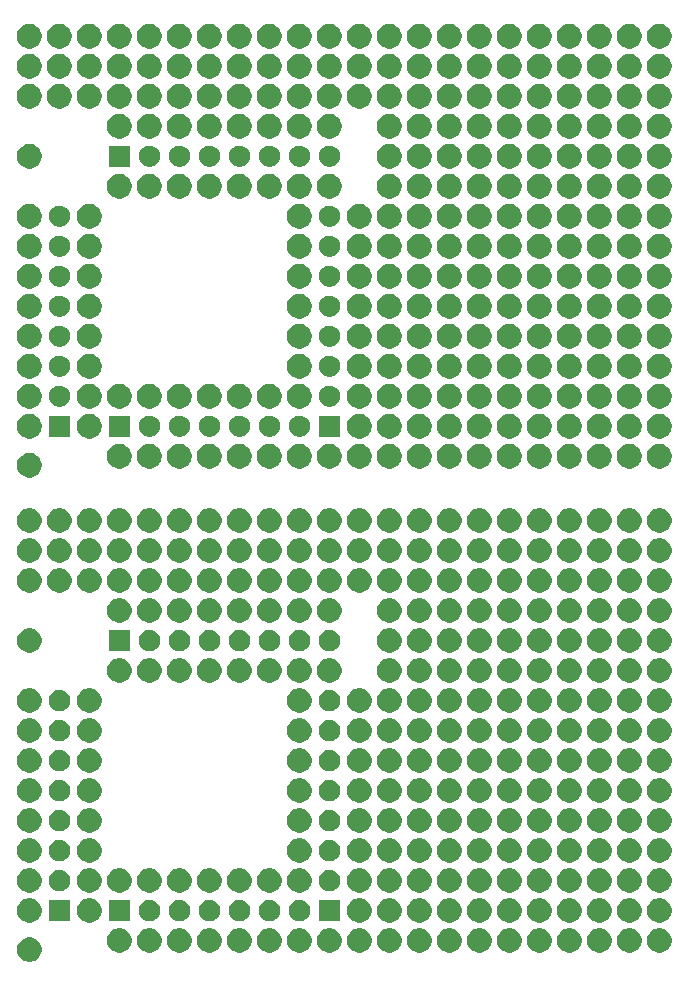
<source format=gbr>
G04 #@! TF.GenerationSoftware,KiCad,Pcbnew,5.1.5+dfsg1-2build2*
G04 #@! TF.CreationDate,2021-12-08T00:06:32-05:00*
G04 #@! TF.ProjectId,,58585858-5858-4585-9858-585858585858,rev?*
G04 #@! TF.SameCoordinates,Original*
G04 #@! TF.FileFunction,Soldermask,Top*
G04 #@! TF.FilePolarity,Negative*
%FSLAX46Y46*%
G04 Gerber Fmt 4.6, Leading zero omitted, Abs format (unit mm)*
G04 Created by KiCad (PCBNEW 5.1.5+dfsg1-2build2) date 2021-12-08 00:06:32*
%MOMM*%
%LPD*%
G04 APERTURE LIST*
%ADD10C,0.100000*%
G04 APERTURE END LIST*
D10*
G36*
X103963816Y-115694579D02*
G01*
X104154992Y-115773767D01*
X104154994Y-115773768D01*
X104327048Y-115888731D01*
X104473369Y-116035052D01*
X104588333Y-116207108D01*
X104667521Y-116398284D01*
X104707890Y-116601234D01*
X104707890Y-116808166D01*
X104667521Y-117011116D01*
X104588333Y-117202292D01*
X104588332Y-117202294D01*
X104473369Y-117374348D01*
X104327048Y-117520669D01*
X104154994Y-117635632D01*
X104154993Y-117635633D01*
X104154992Y-117635633D01*
X103963816Y-117714821D01*
X103760866Y-117755190D01*
X103553934Y-117755190D01*
X103350984Y-117714821D01*
X103159808Y-117635633D01*
X103159807Y-117635633D01*
X103159806Y-117635632D01*
X102987752Y-117520669D01*
X102841431Y-117374348D01*
X102726468Y-117202294D01*
X102726467Y-117202292D01*
X102647279Y-117011116D01*
X102606910Y-116808166D01*
X102606910Y-116601234D01*
X102647279Y-116398284D01*
X102726467Y-116207108D01*
X102841431Y-116035052D01*
X102987752Y-115888731D01*
X103159806Y-115773768D01*
X103159808Y-115773767D01*
X103350984Y-115694579D01*
X103553934Y-115654210D01*
X103760866Y-115654210D01*
X103963816Y-115694579D01*
G37*
G36*
X111583964Y-114928589D02*
G01*
X111775233Y-115007815D01*
X111775235Y-115007816D01*
X111947373Y-115122835D01*
X112093765Y-115269227D01*
X112208785Y-115441367D01*
X112288011Y-115632636D01*
X112328400Y-115835684D01*
X112328400Y-116042716D01*
X112288011Y-116245764D01*
X112224835Y-116398284D01*
X112208784Y-116437035D01*
X112093765Y-116609173D01*
X111947373Y-116755565D01*
X111775235Y-116870584D01*
X111775234Y-116870585D01*
X111775233Y-116870585D01*
X111583964Y-116949811D01*
X111380916Y-116990200D01*
X111173884Y-116990200D01*
X110970836Y-116949811D01*
X110779567Y-116870585D01*
X110779566Y-116870585D01*
X110779565Y-116870584D01*
X110607427Y-116755565D01*
X110461035Y-116609173D01*
X110346016Y-116437035D01*
X110329965Y-116398284D01*
X110266789Y-116245764D01*
X110226400Y-116042716D01*
X110226400Y-115835684D01*
X110266789Y-115632636D01*
X110346015Y-115441367D01*
X110461035Y-115269227D01*
X110607427Y-115122835D01*
X110779565Y-115007816D01*
X110779567Y-115007815D01*
X110970836Y-114928589D01*
X111173884Y-114888200D01*
X111380916Y-114888200D01*
X111583964Y-114928589D01*
G37*
G36*
X114123964Y-114928589D02*
G01*
X114315233Y-115007815D01*
X114315235Y-115007816D01*
X114487373Y-115122835D01*
X114633765Y-115269227D01*
X114748785Y-115441367D01*
X114828011Y-115632636D01*
X114868400Y-115835684D01*
X114868400Y-116042716D01*
X114828011Y-116245764D01*
X114764835Y-116398284D01*
X114748784Y-116437035D01*
X114633765Y-116609173D01*
X114487373Y-116755565D01*
X114315235Y-116870584D01*
X114315234Y-116870585D01*
X114315233Y-116870585D01*
X114123964Y-116949811D01*
X113920916Y-116990200D01*
X113713884Y-116990200D01*
X113510836Y-116949811D01*
X113319567Y-116870585D01*
X113319566Y-116870585D01*
X113319565Y-116870584D01*
X113147427Y-116755565D01*
X113001035Y-116609173D01*
X112886016Y-116437035D01*
X112869965Y-116398284D01*
X112806789Y-116245764D01*
X112766400Y-116042716D01*
X112766400Y-115835684D01*
X112806789Y-115632636D01*
X112886015Y-115441367D01*
X113001035Y-115269227D01*
X113147427Y-115122835D01*
X113319565Y-115007816D01*
X113319567Y-115007815D01*
X113510836Y-114928589D01*
X113713884Y-114888200D01*
X113920916Y-114888200D01*
X114123964Y-114928589D01*
G37*
G36*
X144603964Y-114928589D02*
G01*
X144795233Y-115007815D01*
X144795235Y-115007816D01*
X144967373Y-115122835D01*
X145113765Y-115269227D01*
X145228785Y-115441367D01*
X145308011Y-115632636D01*
X145348400Y-115835684D01*
X145348400Y-116042716D01*
X145308011Y-116245764D01*
X145244835Y-116398284D01*
X145228784Y-116437035D01*
X145113765Y-116609173D01*
X144967373Y-116755565D01*
X144795235Y-116870584D01*
X144795234Y-116870585D01*
X144795233Y-116870585D01*
X144603964Y-116949811D01*
X144400916Y-116990200D01*
X144193884Y-116990200D01*
X143990836Y-116949811D01*
X143799567Y-116870585D01*
X143799566Y-116870585D01*
X143799565Y-116870584D01*
X143627427Y-116755565D01*
X143481035Y-116609173D01*
X143366016Y-116437035D01*
X143349965Y-116398284D01*
X143286789Y-116245764D01*
X143246400Y-116042716D01*
X143246400Y-115835684D01*
X143286789Y-115632636D01*
X143366015Y-115441367D01*
X143481035Y-115269227D01*
X143627427Y-115122835D01*
X143799565Y-115007816D01*
X143799567Y-115007815D01*
X143990836Y-114928589D01*
X144193884Y-114888200D01*
X144400916Y-114888200D01*
X144603964Y-114928589D01*
G37*
G36*
X139523964Y-114928589D02*
G01*
X139715233Y-115007815D01*
X139715235Y-115007816D01*
X139887373Y-115122835D01*
X140033765Y-115269227D01*
X140148785Y-115441367D01*
X140228011Y-115632636D01*
X140268400Y-115835684D01*
X140268400Y-116042716D01*
X140228011Y-116245764D01*
X140164835Y-116398284D01*
X140148784Y-116437035D01*
X140033765Y-116609173D01*
X139887373Y-116755565D01*
X139715235Y-116870584D01*
X139715234Y-116870585D01*
X139715233Y-116870585D01*
X139523964Y-116949811D01*
X139320916Y-116990200D01*
X139113884Y-116990200D01*
X138910836Y-116949811D01*
X138719567Y-116870585D01*
X138719566Y-116870585D01*
X138719565Y-116870584D01*
X138547427Y-116755565D01*
X138401035Y-116609173D01*
X138286016Y-116437035D01*
X138269965Y-116398284D01*
X138206789Y-116245764D01*
X138166400Y-116042716D01*
X138166400Y-115835684D01*
X138206789Y-115632636D01*
X138286015Y-115441367D01*
X138401035Y-115269227D01*
X138547427Y-115122835D01*
X138719565Y-115007816D01*
X138719567Y-115007815D01*
X138910836Y-114928589D01*
X139113884Y-114888200D01*
X139320916Y-114888200D01*
X139523964Y-114928589D01*
G37*
G36*
X136983964Y-114928589D02*
G01*
X137175233Y-115007815D01*
X137175235Y-115007816D01*
X137347373Y-115122835D01*
X137493765Y-115269227D01*
X137608785Y-115441367D01*
X137688011Y-115632636D01*
X137728400Y-115835684D01*
X137728400Y-116042716D01*
X137688011Y-116245764D01*
X137624835Y-116398284D01*
X137608784Y-116437035D01*
X137493765Y-116609173D01*
X137347373Y-116755565D01*
X137175235Y-116870584D01*
X137175234Y-116870585D01*
X137175233Y-116870585D01*
X136983964Y-116949811D01*
X136780916Y-116990200D01*
X136573884Y-116990200D01*
X136370836Y-116949811D01*
X136179567Y-116870585D01*
X136179566Y-116870585D01*
X136179565Y-116870584D01*
X136007427Y-116755565D01*
X135861035Y-116609173D01*
X135746016Y-116437035D01*
X135729965Y-116398284D01*
X135666789Y-116245764D01*
X135626400Y-116042716D01*
X135626400Y-115835684D01*
X135666789Y-115632636D01*
X135746015Y-115441367D01*
X135861035Y-115269227D01*
X136007427Y-115122835D01*
X136179565Y-115007816D01*
X136179567Y-115007815D01*
X136370836Y-114928589D01*
X136573884Y-114888200D01*
X136780916Y-114888200D01*
X136983964Y-114928589D01*
G37*
G36*
X131903964Y-114928589D02*
G01*
X132095233Y-115007815D01*
X132095235Y-115007816D01*
X132267373Y-115122835D01*
X132413765Y-115269227D01*
X132528785Y-115441367D01*
X132608011Y-115632636D01*
X132648400Y-115835684D01*
X132648400Y-116042716D01*
X132608011Y-116245764D01*
X132544835Y-116398284D01*
X132528784Y-116437035D01*
X132413765Y-116609173D01*
X132267373Y-116755565D01*
X132095235Y-116870584D01*
X132095234Y-116870585D01*
X132095233Y-116870585D01*
X131903964Y-116949811D01*
X131700916Y-116990200D01*
X131493884Y-116990200D01*
X131290836Y-116949811D01*
X131099567Y-116870585D01*
X131099566Y-116870585D01*
X131099565Y-116870584D01*
X130927427Y-116755565D01*
X130781035Y-116609173D01*
X130666016Y-116437035D01*
X130649965Y-116398284D01*
X130586789Y-116245764D01*
X130546400Y-116042716D01*
X130546400Y-115835684D01*
X130586789Y-115632636D01*
X130666015Y-115441367D01*
X130781035Y-115269227D01*
X130927427Y-115122835D01*
X131099565Y-115007816D01*
X131099567Y-115007815D01*
X131290836Y-114928589D01*
X131493884Y-114888200D01*
X131700916Y-114888200D01*
X131903964Y-114928589D01*
G37*
G36*
X147143964Y-114928589D02*
G01*
X147335233Y-115007815D01*
X147335235Y-115007816D01*
X147507373Y-115122835D01*
X147653765Y-115269227D01*
X147768785Y-115441367D01*
X147848011Y-115632636D01*
X147888400Y-115835684D01*
X147888400Y-116042716D01*
X147848011Y-116245764D01*
X147784835Y-116398284D01*
X147768784Y-116437035D01*
X147653765Y-116609173D01*
X147507373Y-116755565D01*
X147335235Y-116870584D01*
X147335234Y-116870585D01*
X147335233Y-116870585D01*
X147143964Y-116949811D01*
X146940916Y-116990200D01*
X146733884Y-116990200D01*
X146530836Y-116949811D01*
X146339567Y-116870585D01*
X146339566Y-116870585D01*
X146339565Y-116870584D01*
X146167427Y-116755565D01*
X146021035Y-116609173D01*
X145906016Y-116437035D01*
X145889965Y-116398284D01*
X145826789Y-116245764D01*
X145786400Y-116042716D01*
X145786400Y-115835684D01*
X145826789Y-115632636D01*
X145906015Y-115441367D01*
X146021035Y-115269227D01*
X146167427Y-115122835D01*
X146339565Y-115007816D01*
X146339567Y-115007815D01*
X146530836Y-114928589D01*
X146733884Y-114888200D01*
X146940916Y-114888200D01*
X147143964Y-114928589D01*
G37*
G36*
X154763964Y-114928589D02*
G01*
X154955233Y-115007815D01*
X154955235Y-115007816D01*
X155127373Y-115122835D01*
X155273765Y-115269227D01*
X155388785Y-115441367D01*
X155468011Y-115632636D01*
X155508400Y-115835684D01*
X155508400Y-116042716D01*
X155468011Y-116245764D01*
X155404835Y-116398284D01*
X155388784Y-116437035D01*
X155273765Y-116609173D01*
X155127373Y-116755565D01*
X154955235Y-116870584D01*
X154955234Y-116870585D01*
X154955233Y-116870585D01*
X154763964Y-116949811D01*
X154560916Y-116990200D01*
X154353884Y-116990200D01*
X154150836Y-116949811D01*
X153959567Y-116870585D01*
X153959566Y-116870585D01*
X153959565Y-116870584D01*
X153787427Y-116755565D01*
X153641035Y-116609173D01*
X153526016Y-116437035D01*
X153509965Y-116398284D01*
X153446789Y-116245764D01*
X153406400Y-116042716D01*
X153406400Y-115835684D01*
X153446789Y-115632636D01*
X153526015Y-115441367D01*
X153641035Y-115269227D01*
X153787427Y-115122835D01*
X153959565Y-115007816D01*
X153959567Y-115007815D01*
X154150836Y-114928589D01*
X154353884Y-114888200D01*
X154560916Y-114888200D01*
X154763964Y-114928589D01*
G37*
G36*
X152223964Y-114928589D02*
G01*
X152415233Y-115007815D01*
X152415235Y-115007816D01*
X152587373Y-115122835D01*
X152733765Y-115269227D01*
X152848785Y-115441367D01*
X152928011Y-115632636D01*
X152968400Y-115835684D01*
X152968400Y-116042716D01*
X152928011Y-116245764D01*
X152864835Y-116398284D01*
X152848784Y-116437035D01*
X152733765Y-116609173D01*
X152587373Y-116755565D01*
X152415235Y-116870584D01*
X152415234Y-116870585D01*
X152415233Y-116870585D01*
X152223964Y-116949811D01*
X152020916Y-116990200D01*
X151813884Y-116990200D01*
X151610836Y-116949811D01*
X151419567Y-116870585D01*
X151419566Y-116870585D01*
X151419565Y-116870584D01*
X151247427Y-116755565D01*
X151101035Y-116609173D01*
X150986016Y-116437035D01*
X150969965Y-116398284D01*
X150906789Y-116245764D01*
X150866400Y-116042716D01*
X150866400Y-115835684D01*
X150906789Y-115632636D01*
X150986015Y-115441367D01*
X151101035Y-115269227D01*
X151247427Y-115122835D01*
X151419565Y-115007816D01*
X151419567Y-115007815D01*
X151610836Y-114928589D01*
X151813884Y-114888200D01*
X152020916Y-114888200D01*
X152223964Y-114928589D01*
G37*
G36*
X157303964Y-114928589D02*
G01*
X157495233Y-115007815D01*
X157495235Y-115007816D01*
X157667373Y-115122835D01*
X157813765Y-115269227D01*
X157928785Y-115441367D01*
X158008011Y-115632636D01*
X158048400Y-115835684D01*
X158048400Y-116042716D01*
X158008011Y-116245764D01*
X157944835Y-116398284D01*
X157928784Y-116437035D01*
X157813765Y-116609173D01*
X157667373Y-116755565D01*
X157495235Y-116870584D01*
X157495234Y-116870585D01*
X157495233Y-116870585D01*
X157303964Y-116949811D01*
X157100916Y-116990200D01*
X156893884Y-116990200D01*
X156690836Y-116949811D01*
X156499567Y-116870585D01*
X156499566Y-116870585D01*
X156499565Y-116870584D01*
X156327427Y-116755565D01*
X156181035Y-116609173D01*
X156066016Y-116437035D01*
X156049965Y-116398284D01*
X155986789Y-116245764D01*
X155946400Y-116042716D01*
X155946400Y-115835684D01*
X155986789Y-115632636D01*
X156066015Y-115441367D01*
X156181035Y-115269227D01*
X156327427Y-115122835D01*
X156499565Y-115007816D01*
X156499567Y-115007815D01*
X156690836Y-114928589D01*
X156893884Y-114888200D01*
X157100916Y-114888200D01*
X157303964Y-114928589D01*
G37*
G36*
X149683964Y-114928589D02*
G01*
X149875233Y-115007815D01*
X149875235Y-115007816D01*
X150047373Y-115122835D01*
X150193765Y-115269227D01*
X150308785Y-115441367D01*
X150388011Y-115632636D01*
X150428400Y-115835684D01*
X150428400Y-116042716D01*
X150388011Y-116245764D01*
X150324835Y-116398284D01*
X150308784Y-116437035D01*
X150193765Y-116609173D01*
X150047373Y-116755565D01*
X149875235Y-116870584D01*
X149875234Y-116870585D01*
X149875233Y-116870585D01*
X149683964Y-116949811D01*
X149480916Y-116990200D01*
X149273884Y-116990200D01*
X149070836Y-116949811D01*
X148879567Y-116870585D01*
X148879566Y-116870585D01*
X148879565Y-116870584D01*
X148707427Y-116755565D01*
X148561035Y-116609173D01*
X148446016Y-116437035D01*
X148429965Y-116398284D01*
X148366789Y-116245764D01*
X148326400Y-116042716D01*
X148326400Y-115835684D01*
X148366789Y-115632636D01*
X148446015Y-115441367D01*
X148561035Y-115269227D01*
X148707427Y-115122835D01*
X148879565Y-115007816D01*
X148879567Y-115007815D01*
X149070836Y-114928589D01*
X149273884Y-114888200D01*
X149480916Y-114888200D01*
X149683964Y-114928589D01*
G37*
G36*
X142063964Y-114928589D02*
G01*
X142255233Y-115007815D01*
X142255235Y-115007816D01*
X142427373Y-115122835D01*
X142573765Y-115269227D01*
X142688785Y-115441367D01*
X142768011Y-115632636D01*
X142808400Y-115835684D01*
X142808400Y-116042716D01*
X142768011Y-116245764D01*
X142704835Y-116398284D01*
X142688784Y-116437035D01*
X142573765Y-116609173D01*
X142427373Y-116755565D01*
X142255235Y-116870584D01*
X142255234Y-116870585D01*
X142255233Y-116870585D01*
X142063964Y-116949811D01*
X141860916Y-116990200D01*
X141653884Y-116990200D01*
X141450836Y-116949811D01*
X141259567Y-116870585D01*
X141259566Y-116870585D01*
X141259565Y-116870584D01*
X141087427Y-116755565D01*
X140941035Y-116609173D01*
X140826016Y-116437035D01*
X140809965Y-116398284D01*
X140746789Y-116245764D01*
X140706400Y-116042716D01*
X140706400Y-115835684D01*
X140746789Y-115632636D01*
X140826015Y-115441367D01*
X140941035Y-115269227D01*
X141087427Y-115122835D01*
X141259565Y-115007816D01*
X141259567Y-115007815D01*
X141450836Y-114928589D01*
X141653884Y-114888200D01*
X141860916Y-114888200D01*
X142063964Y-114928589D01*
G37*
G36*
X134443964Y-114928589D02*
G01*
X134635233Y-115007815D01*
X134635235Y-115007816D01*
X134807373Y-115122835D01*
X134953765Y-115269227D01*
X135068785Y-115441367D01*
X135148011Y-115632636D01*
X135188400Y-115835684D01*
X135188400Y-116042716D01*
X135148011Y-116245764D01*
X135084835Y-116398284D01*
X135068784Y-116437035D01*
X134953765Y-116609173D01*
X134807373Y-116755565D01*
X134635235Y-116870584D01*
X134635234Y-116870585D01*
X134635233Y-116870585D01*
X134443964Y-116949811D01*
X134240916Y-116990200D01*
X134033884Y-116990200D01*
X133830836Y-116949811D01*
X133639567Y-116870585D01*
X133639566Y-116870585D01*
X133639565Y-116870584D01*
X133467427Y-116755565D01*
X133321035Y-116609173D01*
X133206016Y-116437035D01*
X133189965Y-116398284D01*
X133126789Y-116245764D01*
X133086400Y-116042716D01*
X133086400Y-115835684D01*
X133126789Y-115632636D01*
X133206015Y-115441367D01*
X133321035Y-115269227D01*
X133467427Y-115122835D01*
X133639565Y-115007816D01*
X133639567Y-115007815D01*
X133830836Y-114928589D01*
X134033884Y-114888200D01*
X134240916Y-114888200D01*
X134443964Y-114928589D01*
G37*
G36*
X126823964Y-114928589D02*
G01*
X127015233Y-115007815D01*
X127015235Y-115007816D01*
X127187373Y-115122835D01*
X127333765Y-115269227D01*
X127448785Y-115441367D01*
X127528011Y-115632636D01*
X127568400Y-115835684D01*
X127568400Y-116042716D01*
X127528011Y-116245764D01*
X127464835Y-116398284D01*
X127448784Y-116437035D01*
X127333765Y-116609173D01*
X127187373Y-116755565D01*
X127015235Y-116870584D01*
X127015234Y-116870585D01*
X127015233Y-116870585D01*
X126823964Y-116949811D01*
X126620916Y-116990200D01*
X126413884Y-116990200D01*
X126210836Y-116949811D01*
X126019567Y-116870585D01*
X126019566Y-116870585D01*
X126019565Y-116870584D01*
X125847427Y-116755565D01*
X125701035Y-116609173D01*
X125586016Y-116437035D01*
X125569965Y-116398284D01*
X125506789Y-116245764D01*
X125466400Y-116042716D01*
X125466400Y-115835684D01*
X125506789Y-115632636D01*
X125586015Y-115441367D01*
X125701035Y-115269227D01*
X125847427Y-115122835D01*
X126019565Y-115007816D01*
X126019567Y-115007815D01*
X126210836Y-114928589D01*
X126413884Y-114888200D01*
X126620916Y-114888200D01*
X126823964Y-114928589D01*
G37*
G36*
X116663964Y-114928589D02*
G01*
X116855233Y-115007815D01*
X116855235Y-115007816D01*
X117027373Y-115122835D01*
X117173765Y-115269227D01*
X117288785Y-115441367D01*
X117368011Y-115632636D01*
X117408400Y-115835684D01*
X117408400Y-116042716D01*
X117368011Y-116245764D01*
X117304835Y-116398284D01*
X117288784Y-116437035D01*
X117173765Y-116609173D01*
X117027373Y-116755565D01*
X116855235Y-116870584D01*
X116855234Y-116870585D01*
X116855233Y-116870585D01*
X116663964Y-116949811D01*
X116460916Y-116990200D01*
X116253884Y-116990200D01*
X116050836Y-116949811D01*
X115859567Y-116870585D01*
X115859566Y-116870585D01*
X115859565Y-116870584D01*
X115687427Y-116755565D01*
X115541035Y-116609173D01*
X115426016Y-116437035D01*
X115409965Y-116398284D01*
X115346789Y-116245764D01*
X115306400Y-116042716D01*
X115306400Y-115835684D01*
X115346789Y-115632636D01*
X115426015Y-115441367D01*
X115541035Y-115269227D01*
X115687427Y-115122835D01*
X115859565Y-115007816D01*
X115859567Y-115007815D01*
X116050836Y-114928589D01*
X116253884Y-114888200D01*
X116460916Y-114888200D01*
X116663964Y-114928589D01*
G37*
G36*
X121743964Y-114928589D02*
G01*
X121935233Y-115007815D01*
X121935235Y-115007816D01*
X122107373Y-115122835D01*
X122253765Y-115269227D01*
X122368785Y-115441367D01*
X122448011Y-115632636D01*
X122488400Y-115835684D01*
X122488400Y-116042716D01*
X122448011Y-116245764D01*
X122384835Y-116398284D01*
X122368784Y-116437035D01*
X122253765Y-116609173D01*
X122107373Y-116755565D01*
X121935235Y-116870584D01*
X121935234Y-116870585D01*
X121935233Y-116870585D01*
X121743964Y-116949811D01*
X121540916Y-116990200D01*
X121333884Y-116990200D01*
X121130836Y-116949811D01*
X120939567Y-116870585D01*
X120939566Y-116870585D01*
X120939565Y-116870584D01*
X120767427Y-116755565D01*
X120621035Y-116609173D01*
X120506016Y-116437035D01*
X120489965Y-116398284D01*
X120426789Y-116245764D01*
X120386400Y-116042716D01*
X120386400Y-115835684D01*
X120426789Y-115632636D01*
X120506015Y-115441367D01*
X120621035Y-115269227D01*
X120767427Y-115122835D01*
X120939565Y-115007816D01*
X120939567Y-115007815D01*
X121130836Y-114928589D01*
X121333884Y-114888200D01*
X121540916Y-114888200D01*
X121743964Y-114928589D01*
G37*
G36*
X124283964Y-114928589D02*
G01*
X124475233Y-115007815D01*
X124475235Y-115007816D01*
X124647373Y-115122835D01*
X124793765Y-115269227D01*
X124908785Y-115441367D01*
X124988011Y-115632636D01*
X125028400Y-115835684D01*
X125028400Y-116042716D01*
X124988011Y-116245764D01*
X124924835Y-116398284D01*
X124908784Y-116437035D01*
X124793765Y-116609173D01*
X124647373Y-116755565D01*
X124475235Y-116870584D01*
X124475234Y-116870585D01*
X124475233Y-116870585D01*
X124283964Y-116949811D01*
X124080916Y-116990200D01*
X123873884Y-116990200D01*
X123670836Y-116949811D01*
X123479567Y-116870585D01*
X123479566Y-116870585D01*
X123479565Y-116870584D01*
X123307427Y-116755565D01*
X123161035Y-116609173D01*
X123046016Y-116437035D01*
X123029965Y-116398284D01*
X122966789Y-116245764D01*
X122926400Y-116042716D01*
X122926400Y-115835684D01*
X122966789Y-115632636D01*
X123046015Y-115441367D01*
X123161035Y-115269227D01*
X123307427Y-115122835D01*
X123479565Y-115007816D01*
X123479567Y-115007815D01*
X123670836Y-114928589D01*
X123873884Y-114888200D01*
X124080916Y-114888200D01*
X124283964Y-114928589D01*
G37*
G36*
X119203964Y-114928589D02*
G01*
X119395233Y-115007815D01*
X119395235Y-115007816D01*
X119567373Y-115122835D01*
X119713765Y-115269227D01*
X119828785Y-115441367D01*
X119908011Y-115632636D01*
X119948400Y-115835684D01*
X119948400Y-116042716D01*
X119908011Y-116245764D01*
X119844835Y-116398284D01*
X119828784Y-116437035D01*
X119713765Y-116609173D01*
X119567373Y-116755565D01*
X119395235Y-116870584D01*
X119395234Y-116870585D01*
X119395233Y-116870585D01*
X119203964Y-116949811D01*
X119000916Y-116990200D01*
X118793884Y-116990200D01*
X118590836Y-116949811D01*
X118399567Y-116870585D01*
X118399566Y-116870585D01*
X118399565Y-116870584D01*
X118227427Y-116755565D01*
X118081035Y-116609173D01*
X117966016Y-116437035D01*
X117949965Y-116398284D01*
X117886789Y-116245764D01*
X117846400Y-116042716D01*
X117846400Y-115835684D01*
X117886789Y-115632636D01*
X117966015Y-115441367D01*
X118081035Y-115269227D01*
X118227427Y-115122835D01*
X118399565Y-115007816D01*
X118399567Y-115007815D01*
X118590836Y-114928589D01*
X118793884Y-114888200D01*
X119000916Y-114888200D01*
X119203964Y-114928589D01*
G37*
G36*
X129363964Y-114928589D02*
G01*
X129555233Y-115007815D01*
X129555235Y-115007816D01*
X129727373Y-115122835D01*
X129873765Y-115269227D01*
X129988785Y-115441367D01*
X130068011Y-115632636D01*
X130108400Y-115835684D01*
X130108400Y-116042716D01*
X130068011Y-116245764D01*
X130004835Y-116398284D01*
X129988784Y-116437035D01*
X129873765Y-116609173D01*
X129727373Y-116755565D01*
X129555235Y-116870584D01*
X129555234Y-116870585D01*
X129555233Y-116870585D01*
X129363964Y-116949811D01*
X129160916Y-116990200D01*
X128953884Y-116990200D01*
X128750836Y-116949811D01*
X128559567Y-116870585D01*
X128559566Y-116870585D01*
X128559565Y-116870584D01*
X128387427Y-116755565D01*
X128241035Y-116609173D01*
X128126016Y-116437035D01*
X128109965Y-116398284D01*
X128046789Y-116245764D01*
X128006400Y-116042716D01*
X128006400Y-115835684D01*
X128046789Y-115632636D01*
X128126015Y-115441367D01*
X128241035Y-115269227D01*
X128387427Y-115122835D01*
X128559565Y-115007816D01*
X128559567Y-115007815D01*
X128750836Y-114928589D01*
X128953884Y-114888200D01*
X129160916Y-114888200D01*
X129363964Y-114928589D01*
G37*
G36*
X154763964Y-112388589D02*
G01*
X154955233Y-112467815D01*
X154955235Y-112467816D01*
X155127373Y-112582835D01*
X155273765Y-112729227D01*
X155337656Y-112824846D01*
X155388785Y-112901367D01*
X155468011Y-113092636D01*
X155508400Y-113295684D01*
X155508400Y-113502716D01*
X155468011Y-113705764D01*
X155418215Y-113825982D01*
X155388784Y-113897035D01*
X155273765Y-114069173D01*
X155127373Y-114215565D01*
X154955235Y-114330584D01*
X154955234Y-114330585D01*
X154955233Y-114330585D01*
X154763964Y-114409811D01*
X154560916Y-114450200D01*
X154353884Y-114450200D01*
X154150836Y-114409811D01*
X153959567Y-114330585D01*
X153959566Y-114330585D01*
X153959565Y-114330584D01*
X153787427Y-114215565D01*
X153641035Y-114069173D01*
X153526016Y-113897035D01*
X153496585Y-113825982D01*
X153446789Y-113705764D01*
X153406400Y-113502716D01*
X153406400Y-113295684D01*
X153446789Y-113092636D01*
X153526015Y-112901367D01*
X153577145Y-112824846D01*
X153641035Y-112729227D01*
X153787427Y-112582835D01*
X153959565Y-112467816D01*
X153959567Y-112467815D01*
X154150836Y-112388589D01*
X154353884Y-112348200D01*
X154560916Y-112348200D01*
X154763964Y-112388589D01*
G37*
G36*
X152223964Y-112388589D02*
G01*
X152415233Y-112467815D01*
X152415235Y-112467816D01*
X152587373Y-112582835D01*
X152733765Y-112729227D01*
X152797656Y-112824846D01*
X152848785Y-112901367D01*
X152928011Y-113092636D01*
X152968400Y-113295684D01*
X152968400Y-113502716D01*
X152928011Y-113705764D01*
X152878215Y-113825982D01*
X152848784Y-113897035D01*
X152733765Y-114069173D01*
X152587373Y-114215565D01*
X152415235Y-114330584D01*
X152415234Y-114330585D01*
X152415233Y-114330585D01*
X152223964Y-114409811D01*
X152020916Y-114450200D01*
X151813884Y-114450200D01*
X151610836Y-114409811D01*
X151419567Y-114330585D01*
X151419566Y-114330585D01*
X151419565Y-114330584D01*
X151247427Y-114215565D01*
X151101035Y-114069173D01*
X150986016Y-113897035D01*
X150956585Y-113825982D01*
X150906789Y-113705764D01*
X150866400Y-113502716D01*
X150866400Y-113295684D01*
X150906789Y-113092636D01*
X150986015Y-112901367D01*
X151037145Y-112824846D01*
X151101035Y-112729227D01*
X151247427Y-112582835D01*
X151419565Y-112467816D01*
X151419567Y-112467815D01*
X151610836Y-112388589D01*
X151813884Y-112348200D01*
X152020916Y-112348200D01*
X152223964Y-112388589D01*
G37*
G36*
X139523964Y-112388589D02*
G01*
X139715233Y-112467815D01*
X139715235Y-112467816D01*
X139887373Y-112582835D01*
X140033765Y-112729227D01*
X140097656Y-112824846D01*
X140148785Y-112901367D01*
X140228011Y-113092636D01*
X140268400Y-113295684D01*
X140268400Y-113502716D01*
X140228011Y-113705764D01*
X140178215Y-113825982D01*
X140148784Y-113897035D01*
X140033765Y-114069173D01*
X139887373Y-114215565D01*
X139715235Y-114330584D01*
X139715234Y-114330585D01*
X139715233Y-114330585D01*
X139523964Y-114409811D01*
X139320916Y-114450200D01*
X139113884Y-114450200D01*
X138910836Y-114409811D01*
X138719567Y-114330585D01*
X138719566Y-114330585D01*
X138719565Y-114330584D01*
X138547427Y-114215565D01*
X138401035Y-114069173D01*
X138286016Y-113897035D01*
X138256585Y-113825982D01*
X138206789Y-113705764D01*
X138166400Y-113502716D01*
X138166400Y-113295684D01*
X138206789Y-113092636D01*
X138286015Y-112901367D01*
X138337145Y-112824846D01*
X138401035Y-112729227D01*
X138547427Y-112582835D01*
X138719565Y-112467816D01*
X138719567Y-112467815D01*
X138910836Y-112388589D01*
X139113884Y-112348200D01*
X139320916Y-112348200D01*
X139523964Y-112388589D01*
G37*
G36*
X147143964Y-112388589D02*
G01*
X147335233Y-112467815D01*
X147335235Y-112467816D01*
X147507373Y-112582835D01*
X147653765Y-112729227D01*
X147717656Y-112824846D01*
X147768785Y-112901367D01*
X147848011Y-113092636D01*
X147888400Y-113295684D01*
X147888400Y-113502716D01*
X147848011Y-113705764D01*
X147798215Y-113825982D01*
X147768784Y-113897035D01*
X147653765Y-114069173D01*
X147507373Y-114215565D01*
X147335235Y-114330584D01*
X147335234Y-114330585D01*
X147335233Y-114330585D01*
X147143964Y-114409811D01*
X146940916Y-114450200D01*
X146733884Y-114450200D01*
X146530836Y-114409811D01*
X146339567Y-114330585D01*
X146339566Y-114330585D01*
X146339565Y-114330584D01*
X146167427Y-114215565D01*
X146021035Y-114069173D01*
X145906016Y-113897035D01*
X145876585Y-113825982D01*
X145826789Y-113705764D01*
X145786400Y-113502716D01*
X145786400Y-113295684D01*
X145826789Y-113092636D01*
X145906015Y-112901367D01*
X145957145Y-112824846D01*
X146021035Y-112729227D01*
X146167427Y-112582835D01*
X146339565Y-112467816D01*
X146339567Y-112467815D01*
X146530836Y-112388589D01*
X146733884Y-112348200D01*
X146940916Y-112348200D01*
X147143964Y-112388589D01*
G37*
G36*
X136983964Y-112388589D02*
G01*
X137175233Y-112467815D01*
X137175235Y-112467816D01*
X137347373Y-112582835D01*
X137493765Y-112729227D01*
X137557656Y-112824846D01*
X137608785Y-112901367D01*
X137688011Y-113092636D01*
X137728400Y-113295684D01*
X137728400Y-113502716D01*
X137688011Y-113705764D01*
X137638215Y-113825982D01*
X137608784Y-113897035D01*
X137493765Y-114069173D01*
X137347373Y-114215565D01*
X137175235Y-114330584D01*
X137175234Y-114330585D01*
X137175233Y-114330585D01*
X136983964Y-114409811D01*
X136780916Y-114450200D01*
X136573884Y-114450200D01*
X136370836Y-114409811D01*
X136179567Y-114330585D01*
X136179566Y-114330585D01*
X136179565Y-114330584D01*
X136007427Y-114215565D01*
X135861035Y-114069173D01*
X135746016Y-113897035D01*
X135716585Y-113825982D01*
X135666789Y-113705764D01*
X135626400Y-113502716D01*
X135626400Y-113295684D01*
X135666789Y-113092636D01*
X135746015Y-112901367D01*
X135797145Y-112824846D01*
X135861035Y-112729227D01*
X136007427Y-112582835D01*
X136179565Y-112467816D01*
X136179567Y-112467815D01*
X136370836Y-112388589D01*
X136573884Y-112348200D01*
X136780916Y-112348200D01*
X136983964Y-112388589D01*
G37*
G36*
X134443964Y-112388589D02*
G01*
X134635233Y-112467815D01*
X134635235Y-112467816D01*
X134807373Y-112582835D01*
X134953765Y-112729227D01*
X135017656Y-112824846D01*
X135068785Y-112901367D01*
X135148011Y-113092636D01*
X135188400Y-113295684D01*
X135188400Y-113502716D01*
X135148011Y-113705764D01*
X135098215Y-113825982D01*
X135068784Y-113897035D01*
X134953765Y-114069173D01*
X134807373Y-114215565D01*
X134635235Y-114330584D01*
X134635234Y-114330585D01*
X134635233Y-114330585D01*
X134443964Y-114409811D01*
X134240916Y-114450200D01*
X134033884Y-114450200D01*
X133830836Y-114409811D01*
X133639567Y-114330585D01*
X133639566Y-114330585D01*
X133639565Y-114330584D01*
X133467427Y-114215565D01*
X133321035Y-114069173D01*
X133206016Y-113897035D01*
X133176585Y-113825982D01*
X133126789Y-113705764D01*
X133086400Y-113502716D01*
X133086400Y-113295684D01*
X133126789Y-113092636D01*
X133206015Y-112901367D01*
X133257145Y-112824846D01*
X133321035Y-112729227D01*
X133467427Y-112582835D01*
X133639565Y-112467816D01*
X133639567Y-112467815D01*
X133830836Y-112388589D01*
X134033884Y-112348200D01*
X134240916Y-112348200D01*
X134443964Y-112388589D01*
G37*
G36*
X131903964Y-112388589D02*
G01*
X132095233Y-112467815D01*
X132095235Y-112467816D01*
X132267373Y-112582835D01*
X132413765Y-112729227D01*
X132477656Y-112824846D01*
X132528785Y-112901367D01*
X132608011Y-113092636D01*
X132648400Y-113295684D01*
X132648400Y-113502716D01*
X132608011Y-113705764D01*
X132558215Y-113825982D01*
X132528784Y-113897035D01*
X132413765Y-114069173D01*
X132267373Y-114215565D01*
X132095235Y-114330584D01*
X132095234Y-114330585D01*
X132095233Y-114330585D01*
X131903964Y-114409811D01*
X131700916Y-114450200D01*
X131493884Y-114450200D01*
X131290836Y-114409811D01*
X131099567Y-114330585D01*
X131099566Y-114330585D01*
X131099565Y-114330584D01*
X130927427Y-114215565D01*
X130781035Y-114069173D01*
X130666016Y-113897035D01*
X130636585Y-113825982D01*
X130586789Y-113705764D01*
X130546400Y-113502716D01*
X130546400Y-113295684D01*
X130586789Y-113092636D01*
X130666015Y-112901367D01*
X130717145Y-112824846D01*
X130781035Y-112729227D01*
X130927427Y-112582835D01*
X131099565Y-112467816D01*
X131099567Y-112467815D01*
X131290836Y-112388589D01*
X131493884Y-112348200D01*
X131700916Y-112348200D01*
X131903964Y-112388589D01*
G37*
G36*
X144603964Y-112388589D02*
G01*
X144795233Y-112467815D01*
X144795235Y-112467816D01*
X144967373Y-112582835D01*
X145113765Y-112729227D01*
X145177656Y-112824846D01*
X145228785Y-112901367D01*
X145308011Y-113092636D01*
X145348400Y-113295684D01*
X145348400Y-113502716D01*
X145308011Y-113705764D01*
X145258215Y-113825982D01*
X145228784Y-113897035D01*
X145113765Y-114069173D01*
X144967373Y-114215565D01*
X144795235Y-114330584D01*
X144795234Y-114330585D01*
X144795233Y-114330585D01*
X144603964Y-114409811D01*
X144400916Y-114450200D01*
X144193884Y-114450200D01*
X143990836Y-114409811D01*
X143799567Y-114330585D01*
X143799566Y-114330585D01*
X143799565Y-114330584D01*
X143627427Y-114215565D01*
X143481035Y-114069173D01*
X143366016Y-113897035D01*
X143336585Y-113825982D01*
X143286789Y-113705764D01*
X143246400Y-113502716D01*
X143246400Y-113295684D01*
X143286789Y-113092636D01*
X143366015Y-112901367D01*
X143417145Y-112824846D01*
X143481035Y-112729227D01*
X143627427Y-112582835D01*
X143799565Y-112467816D01*
X143799567Y-112467815D01*
X143990836Y-112388589D01*
X144193884Y-112348200D01*
X144400916Y-112348200D01*
X144603964Y-112388589D01*
G37*
G36*
X142063964Y-112388589D02*
G01*
X142255233Y-112467815D01*
X142255235Y-112467816D01*
X142427373Y-112582835D01*
X142573765Y-112729227D01*
X142637656Y-112824846D01*
X142688785Y-112901367D01*
X142768011Y-113092636D01*
X142808400Y-113295684D01*
X142808400Y-113502716D01*
X142768011Y-113705764D01*
X142718215Y-113825982D01*
X142688784Y-113897035D01*
X142573765Y-114069173D01*
X142427373Y-114215565D01*
X142255235Y-114330584D01*
X142255234Y-114330585D01*
X142255233Y-114330585D01*
X142063964Y-114409811D01*
X141860916Y-114450200D01*
X141653884Y-114450200D01*
X141450836Y-114409811D01*
X141259567Y-114330585D01*
X141259566Y-114330585D01*
X141259565Y-114330584D01*
X141087427Y-114215565D01*
X140941035Y-114069173D01*
X140826016Y-113897035D01*
X140796585Y-113825982D01*
X140746789Y-113705764D01*
X140706400Y-113502716D01*
X140706400Y-113295684D01*
X140746789Y-113092636D01*
X140826015Y-112901367D01*
X140877145Y-112824846D01*
X140941035Y-112729227D01*
X141087427Y-112582835D01*
X141259565Y-112467816D01*
X141259567Y-112467815D01*
X141450836Y-112388589D01*
X141653884Y-112348200D01*
X141860916Y-112348200D01*
X142063964Y-112388589D01*
G37*
G36*
X157303964Y-112388589D02*
G01*
X157495233Y-112467815D01*
X157495235Y-112467816D01*
X157667373Y-112582835D01*
X157813765Y-112729227D01*
X157877656Y-112824846D01*
X157928785Y-112901367D01*
X158008011Y-113092636D01*
X158048400Y-113295684D01*
X158048400Y-113502716D01*
X158008011Y-113705764D01*
X157958215Y-113825982D01*
X157928784Y-113897035D01*
X157813765Y-114069173D01*
X157667373Y-114215565D01*
X157495235Y-114330584D01*
X157495234Y-114330585D01*
X157495233Y-114330585D01*
X157303964Y-114409811D01*
X157100916Y-114450200D01*
X156893884Y-114450200D01*
X156690836Y-114409811D01*
X156499567Y-114330585D01*
X156499566Y-114330585D01*
X156499565Y-114330584D01*
X156327427Y-114215565D01*
X156181035Y-114069173D01*
X156066016Y-113897035D01*
X156036585Y-113825982D01*
X155986789Y-113705764D01*
X155946400Y-113502716D01*
X155946400Y-113295684D01*
X155986789Y-113092636D01*
X156066015Y-112901367D01*
X156117145Y-112824846D01*
X156181035Y-112729227D01*
X156327427Y-112582835D01*
X156499565Y-112467816D01*
X156499567Y-112467815D01*
X156690836Y-112388589D01*
X156893884Y-112348200D01*
X157100916Y-112348200D01*
X157303964Y-112388589D01*
G37*
G36*
X109043964Y-112388589D02*
G01*
X109235233Y-112467815D01*
X109235235Y-112467816D01*
X109407373Y-112582835D01*
X109553765Y-112729227D01*
X109617656Y-112824846D01*
X109668785Y-112901367D01*
X109748011Y-113092636D01*
X109788400Y-113295684D01*
X109788400Y-113502716D01*
X109748011Y-113705764D01*
X109698215Y-113825982D01*
X109668784Y-113897035D01*
X109553765Y-114069173D01*
X109407373Y-114215565D01*
X109235235Y-114330584D01*
X109235234Y-114330585D01*
X109235233Y-114330585D01*
X109043964Y-114409811D01*
X108840916Y-114450200D01*
X108633884Y-114450200D01*
X108430836Y-114409811D01*
X108239567Y-114330585D01*
X108239566Y-114330585D01*
X108239565Y-114330584D01*
X108067427Y-114215565D01*
X107921035Y-114069173D01*
X107806016Y-113897035D01*
X107776585Y-113825982D01*
X107726789Y-113705764D01*
X107686400Y-113502716D01*
X107686400Y-113295684D01*
X107726789Y-113092636D01*
X107806015Y-112901367D01*
X107857145Y-112824846D01*
X107921035Y-112729227D01*
X108067427Y-112582835D01*
X108239565Y-112467816D01*
X108239567Y-112467815D01*
X108430836Y-112388589D01*
X108633884Y-112348200D01*
X108840916Y-112348200D01*
X109043964Y-112388589D01*
G37*
G36*
X149683964Y-112388589D02*
G01*
X149875233Y-112467815D01*
X149875235Y-112467816D01*
X150047373Y-112582835D01*
X150193765Y-112729227D01*
X150257656Y-112824846D01*
X150308785Y-112901367D01*
X150388011Y-113092636D01*
X150428400Y-113295684D01*
X150428400Y-113502716D01*
X150388011Y-113705764D01*
X150338215Y-113825982D01*
X150308784Y-113897035D01*
X150193765Y-114069173D01*
X150047373Y-114215565D01*
X149875235Y-114330584D01*
X149875234Y-114330585D01*
X149875233Y-114330585D01*
X149683964Y-114409811D01*
X149480916Y-114450200D01*
X149273884Y-114450200D01*
X149070836Y-114409811D01*
X148879567Y-114330585D01*
X148879566Y-114330585D01*
X148879565Y-114330584D01*
X148707427Y-114215565D01*
X148561035Y-114069173D01*
X148446016Y-113897035D01*
X148416585Y-113825982D01*
X148366789Y-113705764D01*
X148326400Y-113502716D01*
X148326400Y-113295684D01*
X148366789Y-113092636D01*
X148446015Y-112901367D01*
X148497145Y-112824846D01*
X148561035Y-112729227D01*
X148707427Y-112582835D01*
X148879565Y-112467816D01*
X148879567Y-112467815D01*
X149070836Y-112388589D01*
X149273884Y-112348200D01*
X149480916Y-112348200D01*
X149683964Y-112388589D01*
G37*
G36*
X103963964Y-112388589D02*
G01*
X104155233Y-112467815D01*
X104155235Y-112467816D01*
X104327373Y-112582835D01*
X104473765Y-112729227D01*
X104537656Y-112824846D01*
X104588785Y-112901367D01*
X104668011Y-113092636D01*
X104708400Y-113295684D01*
X104708400Y-113502716D01*
X104668011Y-113705764D01*
X104618215Y-113825982D01*
X104588784Y-113897035D01*
X104473765Y-114069173D01*
X104327373Y-114215565D01*
X104155235Y-114330584D01*
X104155234Y-114330585D01*
X104155233Y-114330585D01*
X103963964Y-114409811D01*
X103760916Y-114450200D01*
X103553884Y-114450200D01*
X103350836Y-114409811D01*
X103159567Y-114330585D01*
X103159566Y-114330585D01*
X103159565Y-114330584D01*
X102987427Y-114215565D01*
X102841035Y-114069173D01*
X102726016Y-113897035D01*
X102696585Y-113825982D01*
X102646789Y-113705764D01*
X102606400Y-113502716D01*
X102606400Y-113295684D01*
X102646789Y-113092636D01*
X102726015Y-112901367D01*
X102777145Y-112824846D01*
X102841035Y-112729227D01*
X102987427Y-112582835D01*
X103159565Y-112467816D01*
X103159567Y-112467815D01*
X103350836Y-112388589D01*
X103553884Y-112348200D01*
X103760916Y-112348200D01*
X103963964Y-112388589D01*
G37*
G36*
X119010912Y-112503127D02*
G01*
X119160212Y-112532824D01*
X119324184Y-112600744D01*
X119471754Y-112699347D01*
X119597253Y-112824846D01*
X119695856Y-112972416D01*
X119763776Y-113136388D01*
X119798400Y-113310459D01*
X119798400Y-113487941D01*
X119763776Y-113662012D01*
X119695856Y-113825984D01*
X119597253Y-113973554D01*
X119471754Y-114099053D01*
X119324184Y-114197656D01*
X119160212Y-114265576D01*
X119010912Y-114295273D01*
X118986142Y-114300200D01*
X118808658Y-114300200D01*
X118783888Y-114295273D01*
X118634588Y-114265576D01*
X118470616Y-114197656D01*
X118323046Y-114099053D01*
X118197547Y-113973554D01*
X118098944Y-113825984D01*
X118031024Y-113662012D01*
X117996400Y-113487941D01*
X117996400Y-113310459D01*
X118031024Y-113136388D01*
X118098944Y-112972416D01*
X118197547Y-112824846D01*
X118323046Y-112699347D01*
X118470616Y-112600744D01*
X118634588Y-112532824D01*
X118783888Y-112503127D01*
X118808658Y-112498200D01*
X118986142Y-112498200D01*
X119010912Y-112503127D01*
G37*
G36*
X112178400Y-114300200D02*
G01*
X110376400Y-114300200D01*
X110376400Y-112498200D01*
X112178400Y-112498200D01*
X112178400Y-114300200D01*
G37*
G36*
X113930912Y-112503127D02*
G01*
X114080212Y-112532824D01*
X114244184Y-112600744D01*
X114391754Y-112699347D01*
X114517253Y-112824846D01*
X114615856Y-112972416D01*
X114683776Y-113136388D01*
X114718400Y-113310459D01*
X114718400Y-113487941D01*
X114683776Y-113662012D01*
X114615856Y-113825984D01*
X114517253Y-113973554D01*
X114391754Y-114099053D01*
X114244184Y-114197656D01*
X114080212Y-114265576D01*
X113930912Y-114295273D01*
X113906142Y-114300200D01*
X113728658Y-114300200D01*
X113703888Y-114295273D01*
X113554588Y-114265576D01*
X113390616Y-114197656D01*
X113243046Y-114099053D01*
X113117547Y-113973554D01*
X113018944Y-113825984D01*
X112951024Y-113662012D01*
X112916400Y-113487941D01*
X112916400Y-113310459D01*
X112951024Y-113136388D01*
X113018944Y-112972416D01*
X113117547Y-112824846D01*
X113243046Y-112699347D01*
X113390616Y-112600744D01*
X113554588Y-112532824D01*
X113703888Y-112503127D01*
X113728658Y-112498200D01*
X113906142Y-112498200D01*
X113930912Y-112503127D01*
G37*
G36*
X121550912Y-112503127D02*
G01*
X121700212Y-112532824D01*
X121864184Y-112600744D01*
X122011754Y-112699347D01*
X122137253Y-112824846D01*
X122235856Y-112972416D01*
X122303776Y-113136388D01*
X122338400Y-113310459D01*
X122338400Y-113487941D01*
X122303776Y-113662012D01*
X122235856Y-113825984D01*
X122137253Y-113973554D01*
X122011754Y-114099053D01*
X121864184Y-114197656D01*
X121700212Y-114265576D01*
X121550912Y-114295273D01*
X121526142Y-114300200D01*
X121348658Y-114300200D01*
X121323888Y-114295273D01*
X121174588Y-114265576D01*
X121010616Y-114197656D01*
X120863046Y-114099053D01*
X120737547Y-113973554D01*
X120638944Y-113825984D01*
X120571024Y-113662012D01*
X120536400Y-113487941D01*
X120536400Y-113310459D01*
X120571024Y-113136388D01*
X120638944Y-112972416D01*
X120737547Y-112824846D01*
X120863046Y-112699347D01*
X121010616Y-112600744D01*
X121174588Y-112532824D01*
X121323888Y-112503127D01*
X121348658Y-112498200D01*
X121526142Y-112498200D01*
X121550912Y-112503127D01*
G37*
G36*
X124090912Y-112503127D02*
G01*
X124240212Y-112532824D01*
X124404184Y-112600744D01*
X124551754Y-112699347D01*
X124677253Y-112824846D01*
X124775856Y-112972416D01*
X124843776Y-113136388D01*
X124878400Y-113310459D01*
X124878400Y-113487941D01*
X124843776Y-113662012D01*
X124775856Y-113825984D01*
X124677253Y-113973554D01*
X124551754Y-114099053D01*
X124404184Y-114197656D01*
X124240212Y-114265576D01*
X124090912Y-114295273D01*
X124066142Y-114300200D01*
X123888658Y-114300200D01*
X123863888Y-114295273D01*
X123714588Y-114265576D01*
X123550616Y-114197656D01*
X123403046Y-114099053D01*
X123277547Y-113973554D01*
X123178944Y-113825984D01*
X123111024Y-113662012D01*
X123076400Y-113487941D01*
X123076400Y-113310459D01*
X123111024Y-113136388D01*
X123178944Y-112972416D01*
X123277547Y-112824846D01*
X123403046Y-112699347D01*
X123550616Y-112600744D01*
X123714588Y-112532824D01*
X123863888Y-112503127D01*
X123888658Y-112498200D01*
X124066142Y-112498200D01*
X124090912Y-112503127D01*
G37*
G36*
X126630912Y-112503127D02*
G01*
X126780212Y-112532824D01*
X126944184Y-112600744D01*
X127091754Y-112699347D01*
X127217253Y-112824846D01*
X127315856Y-112972416D01*
X127383776Y-113136388D01*
X127418400Y-113310459D01*
X127418400Y-113487941D01*
X127383776Y-113662012D01*
X127315856Y-113825984D01*
X127217253Y-113973554D01*
X127091754Y-114099053D01*
X126944184Y-114197656D01*
X126780212Y-114265576D01*
X126630912Y-114295273D01*
X126606142Y-114300200D01*
X126428658Y-114300200D01*
X126403888Y-114295273D01*
X126254588Y-114265576D01*
X126090616Y-114197656D01*
X125943046Y-114099053D01*
X125817547Y-113973554D01*
X125718944Y-113825984D01*
X125651024Y-113662012D01*
X125616400Y-113487941D01*
X125616400Y-113310459D01*
X125651024Y-113136388D01*
X125718944Y-112972416D01*
X125817547Y-112824846D01*
X125943046Y-112699347D01*
X126090616Y-112600744D01*
X126254588Y-112532824D01*
X126403888Y-112503127D01*
X126428658Y-112498200D01*
X126606142Y-112498200D01*
X126630912Y-112503127D01*
G37*
G36*
X129958400Y-114300200D02*
G01*
X128156400Y-114300200D01*
X128156400Y-112498200D01*
X129958400Y-112498200D01*
X129958400Y-114300200D01*
G37*
G36*
X107098400Y-114300200D02*
G01*
X105296400Y-114300200D01*
X105296400Y-112498200D01*
X107098400Y-112498200D01*
X107098400Y-114300200D01*
G37*
G36*
X116470912Y-112503127D02*
G01*
X116620212Y-112532824D01*
X116784184Y-112600744D01*
X116931754Y-112699347D01*
X117057253Y-112824846D01*
X117155856Y-112972416D01*
X117223776Y-113136388D01*
X117258400Y-113310459D01*
X117258400Y-113487941D01*
X117223776Y-113662012D01*
X117155856Y-113825984D01*
X117057253Y-113973554D01*
X116931754Y-114099053D01*
X116784184Y-114197656D01*
X116620212Y-114265576D01*
X116470912Y-114295273D01*
X116446142Y-114300200D01*
X116268658Y-114300200D01*
X116243888Y-114295273D01*
X116094588Y-114265576D01*
X115930616Y-114197656D01*
X115783046Y-114099053D01*
X115657547Y-113973554D01*
X115558944Y-113825984D01*
X115491024Y-113662012D01*
X115456400Y-113487941D01*
X115456400Y-113310459D01*
X115491024Y-113136388D01*
X115558944Y-112972416D01*
X115657547Y-112824846D01*
X115783046Y-112699347D01*
X115930616Y-112600744D01*
X116094588Y-112532824D01*
X116243888Y-112503127D01*
X116268658Y-112498200D01*
X116446142Y-112498200D01*
X116470912Y-112503127D01*
G37*
G36*
X109043964Y-109848589D02*
G01*
X109235233Y-109927815D01*
X109235235Y-109927816D01*
X109407373Y-110042835D01*
X109553765Y-110189227D01*
X109617656Y-110284846D01*
X109668785Y-110361367D01*
X109748011Y-110552636D01*
X109788400Y-110755684D01*
X109788400Y-110962716D01*
X109748011Y-111165764D01*
X109698215Y-111285982D01*
X109668784Y-111357035D01*
X109553765Y-111529173D01*
X109407373Y-111675565D01*
X109235235Y-111790584D01*
X109235234Y-111790585D01*
X109235233Y-111790585D01*
X109043964Y-111869811D01*
X108840916Y-111910200D01*
X108633884Y-111910200D01*
X108430836Y-111869811D01*
X108239567Y-111790585D01*
X108239566Y-111790585D01*
X108239565Y-111790584D01*
X108067427Y-111675565D01*
X107921035Y-111529173D01*
X107806016Y-111357035D01*
X107776585Y-111285982D01*
X107726789Y-111165764D01*
X107686400Y-110962716D01*
X107686400Y-110755684D01*
X107726789Y-110552636D01*
X107806015Y-110361367D01*
X107857145Y-110284846D01*
X107921035Y-110189227D01*
X108067427Y-110042835D01*
X108239565Y-109927816D01*
X108239567Y-109927815D01*
X108430836Y-109848589D01*
X108633884Y-109808200D01*
X108840916Y-109808200D01*
X109043964Y-109848589D01*
G37*
G36*
X139523964Y-109848589D02*
G01*
X139715233Y-109927815D01*
X139715235Y-109927816D01*
X139887373Y-110042835D01*
X140033765Y-110189227D01*
X140097656Y-110284846D01*
X140148785Y-110361367D01*
X140228011Y-110552636D01*
X140268400Y-110755684D01*
X140268400Y-110962716D01*
X140228011Y-111165764D01*
X140178215Y-111285982D01*
X140148784Y-111357035D01*
X140033765Y-111529173D01*
X139887373Y-111675565D01*
X139715235Y-111790584D01*
X139715234Y-111790585D01*
X139715233Y-111790585D01*
X139523964Y-111869811D01*
X139320916Y-111910200D01*
X139113884Y-111910200D01*
X138910836Y-111869811D01*
X138719567Y-111790585D01*
X138719566Y-111790585D01*
X138719565Y-111790584D01*
X138547427Y-111675565D01*
X138401035Y-111529173D01*
X138286016Y-111357035D01*
X138256585Y-111285982D01*
X138206789Y-111165764D01*
X138166400Y-110962716D01*
X138166400Y-110755684D01*
X138206789Y-110552636D01*
X138286015Y-110361367D01*
X138337145Y-110284846D01*
X138401035Y-110189227D01*
X138547427Y-110042835D01*
X138719565Y-109927816D01*
X138719567Y-109927815D01*
X138910836Y-109848589D01*
X139113884Y-109808200D01*
X139320916Y-109808200D01*
X139523964Y-109848589D01*
G37*
G36*
X144603964Y-109848589D02*
G01*
X144795233Y-109927815D01*
X144795235Y-109927816D01*
X144967373Y-110042835D01*
X145113765Y-110189227D01*
X145177656Y-110284846D01*
X145228785Y-110361367D01*
X145308011Y-110552636D01*
X145348400Y-110755684D01*
X145348400Y-110962716D01*
X145308011Y-111165764D01*
X145258215Y-111285982D01*
X145228784Y-111357035D01*
X145113765Y-111529173D01*
X144967373Y-111675565D01*
X144795235Y-111790584D01*
X144795234Y-111790585D01*
X144795233Y-111790585D01*
X144603964Y-111869811D01*
X144400916Y-111910200D01*
X144193884Y-111910200D01*
X143990836Y-111869811D01*
X143799567Y-111790585D01*
X143799566Y-111790585D01*
X143799565Y-111790584D01*
X143627427Y-111675565D01*
X143481035Y-111529173D01*
X143366016Y-111357035D01*
X143336585Y-111285982D01*
X143286789Y-111165764D01*
X143246400Y-110962716D01*
X143246400Y-110755684D01*
X143286789Y-110552636D01*
X143366015Y-110361367D01*
X143417145Y-110284846D01*
X143481035Y-110189227D01*
X143627427Y-110042835D01*
X143799565Y-109927816D01*
X143799567Y-109927815D01*
X143990836Y-109848589D01*
X144193884Y-109808200D01*
X144400916Y-109808200D01*
X144603964Y-109848589D01*
G37*
G36*
X142063964Y-109848589D02*
G01*
X142255233Y-109927815D01*
X142255235Y-109927816D01*
X142427373Y-110042835D01*
X142573765Y-110189227D01*
X142637656Y-110284846D01*
X142688785Y-110361367D01*
X142768011Y-110552636D01*
X142808400Y-110755684D01*
X142808400Y-110962716D01*
X142768011Y-111165764D01*
X142718215Y-111285982D01*
X142688784Y-111357035D01*
X142573765Y-111529173D01*
X142427373Y-111675565D01*
X142255235Y-111790584D01*
X142255234Y-111790585D01*
X142255233Y-111790585D01*
X142063964Y-111869811D01*
X141860916Y-111910200D01*
X141653884Y-111910200D01*
X141450836Y-111869811D01*
X141259567Y-111790585D01*
X141259566Y-111790585D01*
X141259565Y-111790584D01*
X141087427Y-111675565D01*
X140941035Y-111529173D01*
X140826016Y-111357035D01*
X140796585Y-111285982D01*
X140746789Y-111165764D01*
X140706400Y-110962716D01*
X140706400Y-110755684D01*
X140746789Y-110552636D01*
X140826015Y-110361367D01*
X140877145Y-110284846D01*
X140941035Y-110189227D01*
X141087427Y-110042835D01*
X141259565Y-109927816D01*
X141259567Y-109927815D01*
X141450836Y-109848589D01*
X141653884Y-109808200D01*
X141860916Y-109808200D01*
X142063964Y-109848589D01*
G37*
G36*
X114123964Y-109848589D02*
G01*
X114315233Y-109927815D01*
X114315235Y-109927816D01*
X114487373Y-110042835D01*
X114633765Y-110189227D01*
X114697656Y-110284846D01*
X114748785Y-110361367D01*
X114828011Y-110552636D01*
X114868400Y-110755684D01*
X114868400Y-110962716D01*
X114828011Y-111165764D01*
X114778215Y-111285982D01*
X114748784Y-111357035D01*
X114633765Y-111529173D01*
X114487373Y-111675565D01*
X114315235Y-111790584D01*
X114315234Y-111790585D01*
X114315233Y-111790585D01*
X114123964Y-111869811D01*
X113920916Y-111910200D01*
X113713884Y-111910200D01*
X113510836Y-111869811D01*
X113319567Y-111790585D01*
X113319566Y-111790585D01*
X113319565Y-111790584D01*
X113147427Y-111675565D01*
X113001035Y-111529173D01*
X112886016Y-111357035D01*
X112856585Y-111285982D01*
X112806789Y-111165764D01*
X112766400Y-110962716D01*
X112766400Y-110755684D01*
X112806789Y-110552636D01*
X112886015Y-110361367D01*
X112937145Y-110284846D01*
X113001035Y-110189227D01*
X113147427Y-110042835D01*
X113319565Y-109927816D01*
X113319567Y-109927815D01*
X113510836Y-109848589D01*
X113713884Y-109808200D01*
X113920916Y-109808200D01*
X114123964Y-109848589D01*
G37*
G36*
X149683964Y-109848589D02*
G01*
X149875233Y-109927815D01*
X149875235Y-109927816D01*
X150047373Y-110042835D01*
X150193765Y-110189227D01*
X150257656Y-110284846D01*
X150308785Y-110361367D01*
X150388011Y-110552636D01*
X150428400Y-110755684D01*
X150428400Y-110962716D01*
X150388011Y-111165764D01*
X150338215Y-111285982D01*
X150308784Y-111357035D01*
X150193765Y-111529173D01*
X150047373Y-111675565D01*
X149875235Y-111790584D01*
X149875234Y-111790585D01*
X149875233Y-111790585D01*
X149683964Y-111869811D01*
X149480916Y-111910200D01*
X149273884Y-111910200D01*
X149070836Y-111869811D01*
X148879567Y-111790585D01*
X148879566Y-111790585D01*
X148879565Y-111790584D01*
X148707427Y-111675565D01*
X148561035Y-111529173D01*
X148446016Y-111357035D01*
X148416585Y-111285982D01*
X148366789Y-111165764D01*
X148326400Y-110962716D01*
X148326400Y-110755684D01*
X148366789Y-110552636D01*
X148446015Y-110361367D01*
X148497145Y-110284846D01*
X148561035Y-110189227D01*
X148707427Y-110042835D01*
X148879565Y-109927816D01*
X148879567Y-109927815D01*
X149070836Y-109848589D01*
X149273884Y-109808200D01*
X149480916Y-109808200D01*
X149683964Y-109848589D01*
G37*
G36*
X147143964Y-109848589D02*
G01*
X147335233Y-109927815D01*
X147335235Y-109927816D01*
X147507373Y-110042835D01*
X147653765Y-110189227D01*
X147717656Y-110284846D01*
X147768785Y-110361367D01*
X147848011Y-110552636D01*
X147888400Y-110755684D01*
X147888400Y-110962716D01*
X147848011Y-111165764D01*
X147798215Y-111285982D01*
X147768784Y-111357035D01*
X147653765Y-111529173D01*
X147507373Y-111675565D01*
X147335235Y-111790584D01*
X147335234Y-111790585D01*
X147335233Y-111790585D01*
X147143964Y-111869811D01*
X146940916Y-111910200D01*
X146733884Y-111910200D01*
X146530836Y-111869811D01*
X146339567Y-111790585D01*
X146339566Y-111790585D01*
X146339565Y-111790584D01*
X146167427Y-111675565D01*
X146021035Y-111529173D01*
X145906016Y-111357035D01*
X145876585Y-111285982D01*
X145826789Y-111165764D01*
X145786400Y-110962716D01*
X145786400Y-110755684D01*
X145826789Y-110552636D01*
X145906015Y-110361367D01*
X145957145Y-110284846D01*
X146021035Y-110189227D01*
X146167427Y-110042835D01*
X146339565Y-109927816D01*
X146339567Y-109927815D01*
X146530836Y-109848589D01*
X146733884Y-109808200D01*
X146940916Y-109808200D01*
X147143964Y-109848589D01*
G37*
G36*
X157303964Y-109848589D02*
G01*
X157495233Y-109927815D01*
X157495235Y-109927816D01*
X157667373Y-110042835D01*
X157813765Y-110189227D01*
X157877656Y-110284846D01*
X157928785Y-110361367D01*
X158008011Y-110552636D01*
X158048400Y-110755684D01*
X158048400Y-110962716D01*
X158008011Y-111165764D01*
X157958215Y-111285982D01*
X157928784Y-111357035D01*
X157813765Y-111529173D01*
X157667373Y-111675565D01*
X157495235Y-111790584D01*
X157495234Y-111790585D01*
X157495233Y-111790585D01*
X157303964Y-111869811D01*
X157100916Y-111910200D01*
X156893884Y-111910200D01*
X156690836Y-111869811D01*
X156499567Y-111790585D01*
X156499566Y-111790585D01*
X156499565Y-111790584D01*
X156327427Y-111675565D01*
X156181035Y-111529173D01*
X156066016Y-111357035D01*
X156036585Y-111285982D01*
X155986789Y-111165764D01*
X155946400Y-110962716D01*
X155946400Y-110755684D01*
X155986789Y-110552636D01*
X156066015Y-110361367D01*
X156117145Y-110284846D01*
X156181035Y-110189227D01*
X156327427Y-110042835D01*
X156499565Y-109927816D01*
X156499567Y-109927815D01*
X156690836Y-109848589D01*
X156893884Y-109808200D01*
X157100916Y-109808200D01*
X157303964Y-109848589D01*
G37*
G36*
X154763964Y-109848589D02*
G01*
X154955233Y-109927815D01*
X154955235Y-109927816D01*
X155127373Y-110042835D01*
X155273765Y-110189227D01*
X155337656Y-110284846D01*
X155388785Y-110361367D01*
X155468011Y-110552636D01*
X155508400Y-110755684D01*
X155508400Y-110962716D01*
X155468011Y-111165764D01*
X155418215Y-111285982D01*
X155388784Y-111357035D01*
X155273765Y-111529173D01*
X155127373Y-111675565D01*
X154955235Y-111790584D01*
X154955234Y-111790585D01*
X154955233Y-111790585D01*
X154763964Y-111869811D01*
X154560916Y-111910200D01*
X154353884Y-111910200D01*
X154150836Y-111869811D01*
X153959567Y-111790585D01*
X153959566Y-111790585D01*
X153959565Y-111790584D01*
X153787427Y-111675565D01*
X153641035Y-111529173D01*
X153526016Y-111357035D01*
X153496585Y-111285982D01*
X153446789Y-111165764D01*
X153406400Y-110962716D01*
X153406400Y-110755684D01*
X153446789Y-110552636D01*
X153526015Y-110361367D01*
X153577145Y-110284846D01*
X153641035Y-110189227D01*
X153787427Y-110042835D01*
X153959565Y-109927816D01*
X153959567Y-109927815D01*
X154150836Y-109848589D01*
X154353884Y-109808200D01*
X154560916Y-109808200D01*
X154763964Y-109848589D01*
G37*
G36*
X111583964Y-109848589D02*
G01*
X111775233Y-109927815D01*
X111775235Y-109927816D01*
X111947373Y-110042835D01*
X112093765Y-110189227D01*
X112157656Y-110284846D01*
X112208785Y-110361367D01*
X112288011Y-110552636D01*
X112328400Y-110755684D01*
X112328400Y-110962716D01*
X112288011Y-111165764D01*
X112238215Y-111285982D01*
X112208784Y-111357035D01*
X112093765Y-111529173D01*
X111947373Y-111675565D01*
X111775235Y-111790584D01*
X111775234Y-111790585D01*
X111775233Y-111790585D01*
X111583964Y-111869811D01*
X111380916Y-111910200D01*
X111173884Y-111910200D01*
X110970836Y-111869811D01*
X110779567Y-111790585D01*
X110779566Y-111790585D01*
X110779565Y-111790584D01*
X110607427Y-111675565D01*
X110461035Y-111529173D01*
X110346016Y-111357035D01*
X110316585Y-111285982D01*
X110266789Y-111165764D01*
X110226400Y-110962716D01*
X110226400Y-110755684D01*
X110266789Y-110552636D01*
X110346015Y-110361367D01*
X110397145Y-110284846D01*
X110461035Y-110189227D01*
X110607427Y-110042835D01*
X110779565Y-109927816D01*
X110779567Y-109927815D01*
X110970836Y-109848589D01*
X111173884Y-109808200D01*
X111380916Y-109808200D01*
X111583964Y-109848589D01*
G37*
G36*
X103963964Y-109848589D02*
G01*
X104155233Y-109927815D01*
X104155235Y-109927816D01*
X104327373Y-110042835D01*
X104473765Y-110189227D01*
X104537656Y-110284846D01*
X104588785Y-110361367D01*
X104668011Y-110552636D01*
X104708400Y-110755684D01*
X104708400Y-110962716D01*
X104668011Y-111165764D01*
X104618215Y-111285982D01*
X104588784Y-111357035D01*
X104473765Y-111529173D01*
X104327373Y-111675565D01*
X104155235Y-111790584D01*
X104155234Y-111790585D01*
X104155233Y-111790585D01*
X103963964Y-111869811D01*
X103760916Y-111910200D01*
X103553884Y-111910200D01*
X103350836Y-111869811D01*
X103159567Y-111790585D01*
X103159566Y-111790585D01*
X103159565Y-111790584D01*
X102987427Y-111675565D01*
X102841035Y-111529173D01*
X102726016Y-111357035D01*
X102696585Y-111285982D01*
X102646789Y-111165764D01*
X102606400Y-110962716D01*
X102606400Y-110755684D01*
X102646789Y-110552636D01*
X102726015Y-110361367D01*
X102777145Y-110284846D01*
X102841035Y-110189227D01*
X102987427Y-110042835D01*
X103159565Y-109927816D01*
X103159567Y-109927815D01*
X103350836Y-109848589D01*
X103553884Y-109808200D01*
X103760916Y-109808200D01*
X103963964Y-109848589D01*
G37*
G36*
X126823964Y-109848589D02*
G01*
X127015233Y-109927815D01*
X127015235Y-109927816D01*
X127187373Y-110042835D01*
X127333765Y-110189227D01*
X127397656Y-110284846D01*
X127448785Y-110361367D01*
X127528011Y-110552636D01*
X127568400Y-110755684D01*
X127568400Y-110962716D01*
X127528011Y-111165764D01*
X127478215Y-111285982D01*
X127448784Y-111357035D01*
X127333765Y-111529173D01*
X127187373Y-111675565D01*
X127015235Y-111790584D01*
X127015234Y-111790585D01*
X127015233Y-111790585D01*
X126823964Y-111869811D01*
X126620916Y-111910200D01*
X126413884Y-111910200D01*
X126210836Y-111869811D01*
X126019567Y-111790585D01*
X126019566Y-111790585D01*
X126019565Y-111790584D01*
X125847427Y-111675565D01*
X125701035Y-111529173D01*
X125586016Y-111357035D01*
X125556585Y-111285982D01*
X125506789Y-111165764D01*
X125466400Y-110962716D01*
X125466400Y-110755684D01*
X125506789Y-110552636D01*
X125586015Y-110361367D01*
X125637145Y-110284846D01*
X125701035Y-110189227D01*
X125847427Y-110042835D01*
X126019565Y-109927816D01*
X126019567Y-109927815D01*
X126210836Y-109848589D01*
X126413884Y-109808200D01*
X126620916Y-109808200D01*
X126823964Y-109848589D01*
G37*
G36*
X134443964Y-109848589D02*
G01*
X134635233Y-109927815D01*
X134635235Y-109927816D01*
X134807373Y-110042835D01*
X134953765Y-110189227D01*
X135017656Y-110284846D01*
X135068785Y-110361367D01*
X135148011Y-110552636D01*
X135188400Y-110755684D01*
X135188400Y-110962716D01*
X135148011Y-111165764D01*
X135098215Y-111285982D01*
X135068784Y-111357035D01*
X134953765Y-111529173D01*
X134807373Y-111675565D01*
X134635235Y-111790584D01*
X134635234Y-111790585D01*
X134635233Y-111790585D01*
X134443964Y-111869811D01*
X134240916Y-111910200D01*
X134033884Y-111910200D01*
X133830836Y-111869811D01*
X133639567Y-111790585D01*
X133639566Y-111790585D01*
X133639565Y-111790584D01*
X133467427Y-111675565D01*
X133321035Y-111529173D01*
X133206016Y-111357035D01*
X133176585Y-111285982D01*
X133126789Y-111165764D01*
X133086400Y-110962716D01*
X133086400Y-110755684D01*
X133126789Y-110552636D01*
X133206015Y-110361367D01*
X133257145Y-110284846D01*
X133321035Y-110189227D01*
X133467427Y-110042835D01*
X133639565Y-109927816D01*
X133639567Y-109927815D01*
X133830836Y-109848589D01*
X134033884Y-109808200D01*
X134240916Y-109808200D01*
X134443964Y-109848589D01*
G37*
G36*
X121743964Y-109848589D02*
G01*
X121935233Y-109927815D01*
X121935235Y-109927816D01*
X122107373Y-110042835D01*
X122253765Y-110189227D01*
X122317656Y-110284846D01*
X122368785Y-110361367D01*
X122448011Y-110552636D01*
X122488400Y-110755684D01*
X122488400Y-110962716D01*
X122448011Y-111165764D01*
X122398215Y-111285982D01*
X122368784Y-111357035D01*
X122253765Y-111529173D01*
X122107373Y-111675565D01*
X121935235Y-111790584D01*
X121935234Y-111790585D01*
X121935233Y-111790585D01*
X121743964Y-111869811D01*
X121540916Y-111910200D01*
X121333884Y-111910200D01*
X121130836Y-111869811D01*
X120939567Y-111790585D01*
X120939566Y-111790585D01*
X120939565Y-111790584D01*
X120767427Y-111675565D01*
X120621035Y-111529173D01*
X120506016Y-111357035D01*
X120476585Y-111285982D01*
X120426789Y-111165764D01*
X120386400Y-110962716D01*
X120386400Y-110755684D01*
X120426789Y-110552636D01*
X120506015Y-110361367D01*
X120557145Y-110284846D01*
X120621035Y-110189227D01*
X120767427Y-110042835D01*
X120939565Y-109927816D01*
X120939567Y-109927815D01*
X121130836Y-109848589D01*
X121333884Y-109808200D01*
X121540916Y-109808200D01*
X121743964Y-109848589D01*
G37*
G36*
X116663964Y-109848589D02*
G01*
X116855233Y-109927815D01*
X116855235Y-109927816D01*
X117027373Y-110042835D01*
X117173765Y-110189227D01*
X117237656Y-110284846D01*
X117288785Y-110361367D01*
X117368011Y-110552636D01*
X117408400Y-110755684D01*
X117408400Y-110962716D01*
X117368011Y-111165764D01*
X117318215Y-111285982D01*
X117288784Y-111357035D01*
X117173765Y-111529173D01*
X117027373Y-111675565D01*
X116855235Y-111790584D01*
X116855234Y-111790585D01*
X116855233Y-111790585D01*
X116663964Y-111869811D01*
X116460916Y-111910200D01*
X116253884Y-111910200D01*
X116050836Y-111869811D01*
X115859567Y-111790585D01*
X115859566Y-111790585D01*
X115859565Y-111790584D01*
X115687427Y-111675565D01*
X115541035Y-111529173D01*
X115426016Y-111357035D01*
X115396585Y-111285982D01*
X115346789Y-111165764D01*
X115306400Y-110962716D01*
X115306400Y-110755684D01*
X115346789Y-110552636D01*
X115426015Y-110361367D01*
X115477145Y-110284846D01*
X115541035Y-110189227D01*
X115687427Y-110042835D01*
X115859565Y-109927816D01*
X115859567Y-109927815D01*
X116050836Y-109848589D01*
X116253884Y-109808200D01*
X116460916Y-109808200D01*
X116663964Y-109848589D01*
G37*
G36*
X119203964Y-109848589D02*
G01*
X119395233Y-109927815D01*
X119395235Y-109927816D01*
X119567373Y-110042835D01*
X119713765Y-110189227D01*
X119777656Y-110284846D01*
X119828785Y-110361367D01*
X119908011Y-110552636D01*
X119948400Y-110755684D01*
X119948400Y-110962716D01*
X119908011Y-111165764D01*
X119858215Y-111285982D01*
X119828784Y-111357035D01*
X119713765Y-111529173D01*
X119567373Y-111675565D01*
X119395235Y-111790584D01*
X119395234Y-111790585D01*
X119395233Y-111790585D01*
X119203964Y-111869811D01*
X119000916Y-111910200D01*
X118793884Y-111910200D01*
X118590836Y-111869811D01*
X118399567Y-111790585D01*
X118399566Y-111790585D01*
X118399565Y-111790584D01*
X118227427Y-111675565D01*
X118081035Y-111529173D01*
X117966016Y-111357035D01*
X117936585Y-111285982D01*
X117886789Y-111165764D01*
X117846400Y-110962716D01*
X117846400Y-110755684D01*
X117886789Y-110552636D01*
X117966015Y-110361367D01*
X118017145Y-110284846D01*
X118081035Y-110189227D01*
X118227427Y-110042835D01*
X118399565Y-109927816D01*
X118399567Y-109927815D01*
X118590836Y-109848589D01*
X118793884Y-109808200D01*
X119000916Y-109808200D01*
X119203964Y-109848589D01*
G37*
G36*
X136983964Y-109848589D02*
G01*
X137175233Y-109927815D01*
X137175235Y-109927816D01*
X137347373Y-110042835D01*
X137493765Y-110189227D01*
X137557656Y-110284846D01*
X137608785Y-110361367D01*
X137688011Y-110552636D01*
X137728400Y-110755684D01*
X137728400Y-110962716D01*
X137688011Y-111165764D01*
X137638215Y-111285982D01*
X137608784Y-111357035D01*
X137493765Y-111529173D01*
X137347373Y-111675565D01*
X137175235Y-111790584D01*
X137175234Y-111790585D01*
X137175233Y-111790585D01*
X136983964Y-111869811D01*
X136780916Y-111910200D01*
X136573884Y-111910200D01*
X136370836Y-111869811D01*
X136179567Y-111790585D01*
X136179566Y-111790585D01*
X136179565Y-111790584D01*
X136007427Y-111675565D01*
X135861035Y-111529173D01*
X135746016Y-111357035D01*
X135716585Y-111285982D01*
X135666789Y-111165764D01*
X135626400Y-110962716D01*
X135626400Y-110755684D01*
X135666789Y-110552636D01*
X135746015Y-110361367D01*
X135797145Y-110284846D01*
X135861035Y-110189227D01*
X136007427Y-110042835D01*
X136179565Y-109927816D01*
X136179567Y-109927815D01*
X136370836Y-109848589D01*
X136573884Y-109808200D01*
X136780916Y-109808200D01*
X136983964Y-109848589D01*
G37*
G36*
X152223964Y-109848589D02*
G01*
X152415233Y-109927815D01*
X152415235Y-109927816D01*
X152587373Y-110042835D01*
X152733765Y-110189227D01*
X152797656Y-110284846D01*
X152848785Y-110361367D01*
X152928011Y-110552636D01*
X152968400Y-110755684D01*
X152968400Y-110962716D01*
X152928011Y-111165764D01*
X152878215Y-111285982D01*
X152848784Y-111357035D01*
X152733765Y-111529173D01*
X152587373Y-111675565D01*
X152415235Y-111790584D01*
X152415234Y-111790585D01*
X152415233Y-111790585D01*
X152223964Y-111869811D01*
X152020916Y-111910200D01*
X151813884Y-111910200D01*
X151610836Y-111869811D01*
X151419567Y-111790585D01*
X151419566Y-111790585D01*
X151419565Y-111790584D01*
X151247427Y-111675565D01*
X151101035Y-111529173D01*
X150986016Y-111357035D01*
X150956585Y-111285982D01*
X150906789Y-111165764D01*
X150866400Y-110962716D01*
X150866400Y-110755684D01*
X150906789Y-110552636D01*
X150986015Y-110361367D01*
X151037145Y-110284846D01*
X151101035Y-110189227D01*
X151247427Y-110042835D01*
X151419565Y-109927816D01*
X151419567Y-109927815D01*
X151610836Y-109848589D01*
X151813884Y-109808200D01*
X152020916Y-109808200D01*
X152223964Y-109848589D01*
G37*
G36*
X124283964Y-109848589D02*
G01*
X124475233Y-109927815D01*
X124475235Y-109927816D01*
X124647373Y-110042835D01*
X124793765Y-110189227D01*
X124857656Y-110284846D01*
X124908785Y-110361367D01*
X124988011Y-110552636D01*
X125028400Y-110755684D01*
X125028400Y-110962716D01*
X124988011Y-111165764D01*
X124938215Y-111285982D01*
X124908784Y-111357035D01*
X124793765Y-111529173D01*
X124647373Y-111675565D01*
X124475235Y-111790584D01*
X124475234Y-111790585D01*
X124475233Y-111790585D01*
X124283964Y-111869811D01*
X124080916Y-111910200D01*
X123873884Y-111910200D01*
X123670836Y-111869811D01*
X123479567Y-111790585D01*
X123479566Y-111790585D01*
X123479565Y-111790584D01*
X123307427Y-111675565D01*
X123161035Y-111529173D01*
X123046016Y-111357035D01*
X123016585Y-111285982D01*
X122966789Y-111165764D01*
X122926400Y-110962716D01*
X122926400Y-110755684D01*
X122966789Y-110552636D01*
X123046015Y-110361367D01*
X123097145Y-110284846D01*
X123161035Y-110189227D01*
X123307427Y-110042835D01*
X123479565Y-109927816D01*
X123479567Y-109927815D01*
X123670836Y-109848589D01*
X123873884Y-109808200D01*
X124080916Y-109808200D01*
X124283964Y-109848589D01*
G37*
G36*
X131903964Y-109848589D02*
G01*
X132095233Y-109927815D01*
X132095235Y-109927816D01*
X132267373Y-110042835D01*
X132413765Y-110189227D01*
X132477656Y-110284846D01*
X132528785Y-110361367D01*
X132608011Y-110552636D01*
X132648400Y-110755684D01*
X132648400Y-110962716D01*
X132608011Y-111165764D01*
X132558215Y-111285982D01*
X132528784Y-111357035D01*
X132413765Y-111529173D01*
X132267373Y-111675565D01*
X132095235Y-111790584D01*
X132095234Y-111790585D01*
X132095233Y-111790585D01*
X131903964Y-111869811D01*
X131700916Y-111910200D01*
X131493884Y-111910200D01*
X131290836Y-111869811D01*
X131099567Y-111790585D01*
X131099566Y-111790585D01*
X131099565Y-111790584D01*
X130927427Y-111675565D01*
X130781035Y-111529173D01*
X130666016Y-111357035D01*
X130636585Y-111285982D01*
X130586789Y-111165764D01*
X130546400Y-110962716D01*
X130546400Y-110755684D01*
X130586789Y-110552636D01*
X130666015Y-110361367D01*
X130717145Y-110284846D01*
X130781035Y-110189227D01*
X130927427Y-110042835D01*
X131099565Y-109927816D01*
X131099567Y-109927815D01*
X131290836Y-109848589D01*
X131493884Y-109808200D01*
X131700916Y-109808200D01*
X131903964Y-109848589D01*
G37*
G36*
X129170912Y-109963127D02*
G01*
X129320212Y-109992824D01*
X129484184Y-110060744D01*
X129631754Y-110159347D01*
X129757253Y-110284846D01*
X129855856Y-110432416D01*
X129923776Y-110596388D01*
X129958400Y-110770459D01*
X129958400Y-110947941D01*
X129923776Y-111122012D01*
X129855856Y-111285984D01*
X129757253Y-111433554D01*
X129631754Y-111559053D01*
X129484184Y-111657656D01*
X129320212Y-111725576D01*
X129170912Y-111755273D01*
X129146142Y-111760200D01*
X128968658Y-111760200D01*
X128943888Y-111755273D01*
X128794588Y-111725576D01*
X128630616Y-111657656D01*
X128483046Y-111559053D01*
X128357547Y-111433554D01*
X128258944Y-111285984D01*
X128191024Y-111122012D01*
X128156400Y-110947941D01*
X128156400Y-110770459D01*
X128191024Y-110596388D01*
X128258944Y-110432416D01*
X128357547Y-110284846D01*
X128483046Y-110159347D01*
X128630616Y-110060744D01*
X128794588Y-109992824D01*
X128943888Y-109963127D01*
X128968658Y-109958200D01*
X129146142Y-109958200D01*
X129170912Y-109963127D01*
G37*
G36*
X106310912Y-109963127D02*
G01*
X106460212Y-109992824D01*
X106624184Y-110060744D01*
X106771754Y-110159347D01*
X106897253Y-110284846D01*
X106995856Y-110432416D01*
X107063776Y-110596388D01*
X107098400Y-110770459D01*
X107098400Y-110947941D01*
X107063776Y-111122012D01*
X106995856Y-111285984D01*
X106897253Y-111433554D01*
X106771754Y-111559053D01*
X106624184Y-111657656D01*
X106460212Y-111725576D01*
X106310912Y-111755273D01*
X106286142Y-111760200D01*
X106108658Y-111760200D01*
X106083888Y-111755273D01*
X105934588Y-111725576D01*
X105770616Y-111657656D01*
X105623046Y-111559053D01*
X105497547Y-111433554D01*
X105398944Y-111285984D01*
X105331024Y-111122012D01*
X105296400Y-110947941D01*
X105296400Y-110770459D01*
X105331024Y-110596388D01*
X105398944Y-110432416D01*
X105497547Y-110284846D01*
X105623046Y-110159347D01*
X105770616Y-110060744D01*
X105934588Y-109992824D01*
X106083888Y-109963127D01*
X106108658Y-109958200D01*
X106286142Y-109958200D01*
X106310912Y-109963127D01*
G37*
G36*
X134443964Y-107308589D02*
G01*
X134635233Y-107387815D01*
X134635235Y-107387816D01*
X134807373Y-107502835D01*
X134953765Y-107649227D01*
X135017656Y-107744846D01*
X135068785Y-107821367D01*
X135148011Y-108012636D01*
X135188400Y-108215684D01*
X135188400Y-108422716D01*
X135148011Y-108625764D01*
X135098215Y-108745982D01*
X135068784Y-108817035D01*
X134953765Y-108989173D01*
X134807373Y-109135565D01*
X134635235Y-109250584D01*
X134635234Y-109250585D01*
X134635233Y-109250585D01*
X134443964Y-109329811D01*
X134240916Y-109370200D01*
X134033884Y-109370200D01*
X133830836Y-109329811D01*
X133639567Y-109250585D01*
X133639566Y-109250585D01*
X133639565Y-109250584D01*
X133467427Y-109135565D01*
X133321035Y-108989173D01*
X133206016Y-108817035D01*
X133176585Y-108745982D01*
X133126789Y-108625764D01*
X133086400Y-108422716D01*
X133086400Y-108215684D01*
X133126789Y-108012636D01*
X133206015Y-107821367D01*
X133257145Y-107744846D01*
X133321035Y-107649227D01*
X133467427Y-107502835D01*
X133639565Y-107387816D01*
X133639567Y-107387815D01*
X133830836Y-107308589D01*
X134033884Y-107268200D01*
X134240916Y-107268200D01*
X134443964Y-107308589D01*
G37*
G36*
X149683964Y-107308589D02*
G01*
X149875233Y-107387815D01*
X149875235Y-107387816D01*
X150047373Y-107502835D01*
X150193765Y-107649227D01*
X150257656Y-107744846D01*
X150308785Y-107821367D01*
X150388011Y-108012636D01*
X150428400Y-108215684D01*
X150428400Y-108422716D01*
X150388011Y-108625764D01*
X150338215Y-108745982D01*
X150308784Y-108817035D01*
X150193765Y-108989173D01*
X150047373Y-109135565D01*
X149875235Y-109250584D01*
X149875234Y-109250585D01*
X149875233Y-109250585D01*
X149683964Y-109329811D01*
X149480916Y-109370200D01*
X149273884Y-109370200D01*
X149070836Y-109329811D01*
X148879567Y-109250585D01*
X148879566Y-109250585D01*
X148879565Y-109250584D01*
X148707427Y-109135565D01*
X148561035Y-108989173D01*
X148446016Y-108817035D01*
X148416585Y-108745982D01*
X148366789Y-108625764D01*
X148326400Y-108422716D01*
X148326400Y-108215684D01*
X148366789Y-108012636D01*
X148446015Y-107821367D01*
X148497145Y-107744846D01*
X148561035Y-107649227D01*
X148707427Y-107502835D01*
X148879565Y-107387816D01*
X148879567Y-107387815D01*
X149070836Y-107308589D01*
X149273884Y-107268200D01*
X149480916Y-107268200D01*
X149683964Y-107308589D01*
G37*
G36*
X126823964Y-107308589D02*
G01*
X127015233Y-107387815D01*
X127015235Y-107387816D01*
X127187373Y-107502835D01*
X127333765Y-107649227D01*
X127397656Y-107744846D01*
X127448785Y-107821367D01*
X127528011Y-108012636D01*
X127568400Y-108215684D01*
X127568400Y-108422716D01*
X127528011Y-108625764D01*
X127478215Y-108745982D01*
X127448784Y-108817035D01*
X127333765Y-108989173D01*
X127187373Y-109135565D01*
X127015235Y-109250584D01*
X127015234Y-109250585D01*
X127015233Y-109250585D01*
X126823964Y-109329811D01*
X126620916Y-109370200D01*
X126413884Y-109370200D01*
X126210836Y-109329811D01*
X126019567Y-109250585D01*
X126019566Y-109250585D01*
X126019565Y-109250584D01*
X125847427Y-109135565D01*
X125701035Y-108989173D01*
X125586016Y-108817035D01*
X125556585Y-108745982D01*
X125506789Y-108625764D01*
X125466400Y-108422716D01*
X125466400Y-108215684D01*
X125506789Y-108012636D01*
X125586015Y-107821367D01*
X125637145Y-107744846D01*
X125701035Y-107649227D01*
X125847427Y-107502835D01*
X126019565Y-107387816D01*
X126019567Y-107387815D01*
X126210836Y-107308589D01*
X126413884Y-107268200D01*
X126620916Y-107268200D01*
X126823964Y-107308589D01*
G37*
G36*
X147143964Y-107308589D02*
G01*
X147335233Y-107387815D01*
X147335235Y-107387816D01*
X147507373Y-107502835D01*
X147653765Y-107649227D01*
X147717656Y-107744846D01*
X147768785Y-107821367D01*
X147848011Y-108012636D01*
X147888400Y-108215684D01*
X147888400Y-108422716D01*
X147848011Y-108625764D01*
X147798215Y-108745982D01*
X147768784Y-108817035D01*
X147653765Y-108989173D01*
X147507373Y-109135565D01*
X147335235Y-109250584D01*
X147335234Y-109250585D01*
X147335233Y-109250585D01*
X147143964Y-109329811D01*
X146940916Y-109370200D01*
X146733884Y-109370200D01*
X146530836Y-109329811D01*
X146339567Y-109250585D01*
X146339566Y-109250585D01*
X146339565Y-109250584D01*
X146167427Y-109135565D01*
X146021035Y-108989173D01*
X145906016Y-108817035D01*
X145876585Y-108745982D01*
X145826789Y-108625764D01*
X145786400Y-108422716D01*
X145786400Y-108215684D01*
X145826789Y-108012636D01*
X145906015Y-107821367D01*
X145957145Y-107744846D01*
X146021035Y-107649227D01*
X146167427Y-107502835D01*
X146339565Y-107387816D01*
X146339567Y-107387815D01*
X146530836Y-107308589D01*
X146733884Y-107268200D01*
X146940916Y-107268200D01*
X147143964Y-107308589D01*
G37*
G36*
X136983964Y-107308589D02*
G01*
X137175233Y-107387815D01*
X137175235Y-107387816D01*
X137347373Y-107502835D01*
X137493765Y-107649227D01*
X137557656Y-107744846D01*
X137608785Y-107821367D01*
X137688011Y-108012636D01*
X137728400Y-108215684D01*
X137728400Y-108422716D01*
X137688011Y-108625764D01*
X137638215Y-108745982D01*
X137608784Y-108817035D01*
X137493765Y-108989173D01*
X137347373Y-109135565D01*
X137175235Y-109250584D01*
X137175234Y-109250585D01*
X137175233Y-109250585D01*
X136983964Y-109329811D01*
X136780916Y-109370200D01*
X136573884Y-109370200D01*
X136370836Y-109329811D01*
X136179567Y-109250585D01*
X136179566Y-109250585D01*
X136179565Y-109250584D01*
X136007427Y-109135565D01*
X135861035Y-108989173D01*
X135746016Y-108817035D01*
X135716585Y-108745982D01*
X135666789Y-108625764D01*
X135626400Y-108422716D01*
X135626400Y-108215684D01*
X135666789Y-108012636D01*
X135746015Y-107821367D01*
X135797145Y-107744846D01*
X135861035Y-107649227D01*
X136007427Y-107502835D01*
X136179565Y-107387816D01*
X136179567Y-107387815D01*
X136370836Y-107308589D01*
X136573884Y-107268200D01*
X136780916Y-107268200D01*
X136983964Y-107308589D01*
G37*
G36*
X152223964Y-107308589D02*
G01*
X152415233Y-107387815D01*
X152415235Y-107387816D01*
X152587373Y-107502835D01*
X152733765Y-107649227D01*
X152797656Y-107744846D01*
X152848785Y-107821367D01*
X152928011Y-108012636D01*
X152968400Y-108215684D01*
X152968400Y-108422716D01*
X152928011Y-108625764D01*
X152878215Y-108745982D01*
X152848784Y-108817035D01*
X152733765Y-108989173D01*
X152587373Y-109135565D01*
X152415235Y-109250584D01*
X152415234Y-109250585D01*
X152415233Y-109250585D01*
X152223964Y-109329811D01*
X152020916Y-109370200D01*
X151813884Y-109370200D01*
X151610836Y-109329811D01*
X151419567Y-109250585D01*
X151419566Y-109250585D01*
X151419565Y-109250584D01*
X151247427Y-109135565D01*
X151101035Y-108989173D01*
X150986016Y-108817035D01*
X150956585Y-108745982D01*
X150906789Y-108625764D01*
X150866400Y-108422716D01*
X150866400Y-108215684D01*
X150906789Y-108012636D01*
X150986015Y-107821367D01*
X151037145Y-107744846D01*
X151101035Y-107649227D01*
X151247427Y-107502835D01*
X151419565Y-107387816D01*
X151419567Y-107387815D01*
X151610836Y-107308589D01*
X151813884Y-107268200D01*
X152020916Y-107268200D01*
X152223964Y-107308589D01*
G37*
G36*
X139523964Y-107308589D02*
G01*
X139715233Y-107387815D01*
X139715235Y-107387816D01*
X139887373Y-107502835D01*
X140033765Y-107649227D01*
X140097656Y-107744846D01*
X140148785Y-107821367D01*
X140228011Y-108012636D01*
X140268400Y-108215684D01*
X140268400Y-108422716D01*
X140228011Y-108625764D01*
X140178215Y-108745982D01*
X140148784Y-108817035D01*
X140033765Y-108989173D01*
X139887373Y-109135565D01*
X139715235Y-109250584D01*
X139715234Y-109250585D01*
X139715233Y-109250585D01*
X139523964Y-109329811D01*
X139320916Y-109370200D01*
X139113884Y-109370200D01*
X138910836Y-109329811D01*
X138719567Y-109250585D01*
X138719566Y-109250585D01*
X138719565Y-109250584D01*
X138547427Y-109135565D01*
X138401035Y-108989173D01*
X138286016Y-108817035D01*
X138256585Y-108745982D01*
X138206789Y-108625764D01*
X138166400Y-108422716D01*
X138166400Y-108215684D01*
X138206789Y-108012636D01*
X138286015Y-107821367D01*
X138337145Y-107744846D01*
X138401035Y-107649227D01*
X138547427Y-107502835D01*
X138719565Y-107387816D01*
X138719567Y-107387815D01*
X138910836Y-107308589D01*
X139113884Y-107268200D01*
X139320916Y-107268200D01*
X139523964Y-107308589D01*
G37*
G36*
X144603964Y-107308589D02*
G01*
X144795233Y-107387815D01*
X144795235Y-107387816D01*
X144967373Y-107502835D01*
X145113765Y-107649227D01*
X145177656Y-107744846D01*
X145228785Y-107821367D01*
X145308011Y-108012636D01*
X145348400Y-108215684D01*
X145348400Y-108422716D01*
X145308011Y-108625764D01*
X145258215Y-108745982D01*
X145228784Y-108817035D01*
X145113765Y-108989173D01*
X144967373Y-109135565D01*
X144795235Y-109250584D01*
X144795234Y-109250585D01*
X144795233Y-109250585D01*
X144603964Y-109329811D01*
X144400916Y-109370200D01*
X144193884Y-109370200D01*
X143990836Y-109329811D01*
X143799567Y-109250585D01*
X143799566Y-109250585D01*
X143799565Y-109250584D01*
X143627427Y-109135565D01*
X143481035Y-108989173D01*
X143366016Y-108817035D01*
X143336585Y-108745982D01*
X143286789Y-108625764D01*
X143246400Y-108422716D01*
X143246400Y-108215684D01*
X143286789Y-108012636D01*
X143366015Y-107821367D01*
X143417145Y-107744846D01*
X143481035Y-107649227D01*
X143627427Y-107502835D01*
X143799565Y-107387816D01*
X143799567Y-107387815D01*
X143990836Y-107308589D01*
X144193884Y-107268200D01*
X144400916Y-107268200D01*
X144603964Y-107308589D01*
G37*
G36*
X131903964Y-107308589D02*
G01*
X132095233Y-107387815D01*
X132095235Y-107387816D01*
X132267373Y-107502835D01*
X132413765Y-107649227D01*
X132477656Y-107744846D01*
X132528785Y-107821367D01*
X132608011Y-108012636D01*
X132648400Y-108215684D01*
X132648400Y-108422716D01*
X132608011Y-108625764D01*
X132558215Y-108745982D01*
X132528784Y-108817035D01*
X132413765Y-108989173D01*
X132267373Y-109135565D01*
X132095235Y-109250584D01*
X132095234Y-109250585D01*
X132095233Y-109250585D01*
X131903964Y-109329811D01*
X131700916Y-109370200D01*
X131493884Y-109370200D01*
X131290836Y-109329811D01*
X131099567Y-109250585D01*
X131099566Y-109250585D01*
X131099565Y-109250584D01*
X130927427Y-109135565D01*
X130781035Y-108989173D01*
X130666016Y-108817035D01*
X130636585Y-108745982D01*
X130586789Y-108625764D01*
X130546400Y-108422716D01*
X130546400Y-108215684D01*
X130586789Y-108012636D01*
X130666015Y-107821367D01*
X130717145Y-107744846D01*
X130781035Y-107649227D01*
X130927427Y-107502835D01*
X131099565Y-107387816D01*
X131099567Y-107387815D01*
X131290836Y-107308589D01*
X131493884Y-107268200D01*
X131700916Y-107268200D01*
X131903964Y-107308589D01*
G37*
G36*
X154763964Y-107308589D02*
G01*
X154955233Y-107387815D01*
X154955235Y-107387816D01*
X155127373Y-107502835D01*
X155273765Y-107649227D01*
X155337656Y-107744846D01*
X155388785Y-107821367D01*
X155468011Y-108012636D01*
X155508400Y-108215684D01*
X155508400Y-108422716D01*
X155468011Y-108625764D01*
X155418215Y-108745982D01*
X155388784Y-108817035D01*
X155273765Y-108989173D01*
X155127373Y-109135565D01*
X154955235Y-109250584D01*
X154955234Y-109250585D01*
X154955233Y-109250585D01*
X154763964Y-109329811D01*
X154560916Y-109370200D01*
X154353884Y-109370200D01*
X154150836Y-109329811D01*
X153959567Y-109250585D01*
X153959566Y-109250585D01*
X153959565Y-109250584D01*
X153787427Y-109135565D01*
X153641035Y-108989173D01*
X153526016Y-108817035D01*
X153496585Y-108745982D01*
X153446789Y-108625764D01*
X153406400Y-108422716D01*
X153406400Y-108215684D01*
X153446789Y-108012636D01*
X153526015Y-107821367D01*
X153577145Y-107744846D01*
X153641035Y-107649227D01*
X153787427Y-107502835D01*
X153959565Y-107387816D01*
X153959567Y-107387815D01*
X154150836Y-107308589D01*
X154353884Y-107268200D01*
X154560916Y-107268200D01*
X154763964Y-107308589D01*
G37*
G36*
X157303964Y-107308589D02*
G01*
X157495233Y-107387815D01*
X157495235Y-107387816D01*
X157667373Y-107502835D01*
X157813765Y-107649227D01*
X157877656Y-107744846D01*
X157928785Y-107821367D01*
X158008011Y-108012636D01*
X158048400Y-108215684D01*
X158048400Y-108422716D01*
X158008011Y-108625764D01*
X157958215Y-108745982D01*
X157928784Y-108817035D01*
X157813765Y-108989173D01*
X157667373Y-109135565D01*
X157495235Y-109250584D01*
X157495234Y-109250585D01*
X157495233Y-109250585D01*
X157303964Y-109329811D01*
X157100916Y-109370200D01*
X156893884Y-109370200D01*
X156690836Y-109329811D01*
X156499567Y-109250585D01*
X156499566Y-109250585D01*
X156499565Y-109250584D01*
X156327427Y-109135565D01*
X156181035Y-108989173D01*
X156066016Y-108817035D01*
X156036585Y-108745982D01*
X155986789Y-108625764D01*
X155946400Y-108422716D01*
X155946400Y-108215684D01*
X155986789Y-108012636D01*
X156066015Y-107821367D01*
X156117145Y-107744846D01*
X156181035Y-107649227D01*
X156327427Y-107502835D01*
X156499565Y-107387816D01*
X156499567Y-107387815D01*
X156690836Y-107308589D01*
X156893884Y-107268200D01*
X157100916Y-107268200D01*
X157303964Y-107308589D01*
G37*
G36*
X103963964Y-107308589D02*
G01*
X104155233Y-107387815D01*
X104155235Y-107387816D01*
X104327373Y-107502835D01*
X104473765Y-107649227D01*
X104537656Y-107744846D01*
X104588785Y-107821367D01*
X104668011Y-108012636D01*
X104708400Y-108215684D01*
X104708400Y-108422716D01*
X104668011Y-108625764D01*
X104618215Y-108745982D01*
X104588784Y-108817035D01*
X104473765Y-108989173D01*
X104327373Y-109135565D01*
X104155235Y-109250584D01*
X104155234Y-109250585D01*
X104155233Y-109250585D01*
X103963964Y-109329811D01*
X103760916Y-109370200D01*
X103553884Y-109370200D01*
X103350836Y-109329811D01*
X103159567Y-109250585D01*
X103159566Y-109250585D01*
X103159565Y-109250584D01*
X102987427Y-109135565D01*
X102841035Y-108989173D01*
X102726016Y-108817035D01*
X102696585Y-108745982D01*
X102646789Y-108625764D01*
X102606400Y-108422716D01*
X102606400Y-108215684D01*
X102646789Y-108012636D01*
X102726015Y-107821367D01*
X102777145Y-107744846D01*
X102841035Y-107649227D01*
X102987427Y-107502835D01*
X103159565Y-107387816D01*
X103159567Y-107387815D01*
X103350836Y-107308589D01*
X103553884Y-107268200D01*
X103760916Y-107268200D01*
X103963964Y-107308589D01*
G37*
G36*
X109043964Y-107308589D02*
G01*
X109235233Y-107387815D01*
X109235235Y-107387816D01*
X109407373Y-107502835D01*
X109553765Y-107649227D01*
X109617656Y-107744846D01*
X109668785Y-107821367D01*
X109748011Y-108012636D01*
X109788400Y-108215684D01*
X109788400Y-108422716D01*
X109748011Y-108625764D01*
X109698215Y-108745982D01*
X109668784Y-108817035D01*
X109553765Y-108989173D01*
X109407373Y-109135565D01*
X109235235Y-109250584D01*
X109235234Y-109250585D01*
X109235233Y-109250585D01*
X109043964Y-109329811D01*
X108840916Y-109370200D01*
X108633884Y-109370200D01*
X108430836Y-109329811D01*
X108239567Y-109250585D01*
X108239566Y-109250585D01*
X108239565Y-109250584D01*
X108067427Y-109135565D01*
X107921035Y-108989173D01*
X107806016Y-108817035D01*
X107776585Y-108745982D01*
X107726789Y-108625764D01*
X107686400Y-108422716D01*
X107686400Y-108215684D01*
X107726789Y-108012636D01*
X107806015Y-107821367D01*
X107857145Y-107744846D01*
X107921035Y-107649227D01*
X108067427Y-107502835D01*
X108239565Y-107387816D01*
X108239567Y-107387815D01*
X108430836Y-107308589D01*
X108633884Y-107268200D01*
X108840916Y-107268200D01*
X109043964Y-107308589D01*
G37*
G36*
X142063964Y-107308589D02*
G01*
X142255233Y-107387815D01*
X142255235Y-107387816D01*
X142427373Y-107502835D01*
X142573765Y-107649227D01*
X142637656Y-107744846D01*
X142688785Y-107821367D01*
X142768011Y-108012636D01*
X142808400Y-108215684D01*
X142808400Y-108422716D01*
X142768011Y-108625764D01*
X142718215Y-108745982D01*
X142688784Y-108817035D01*
X142573765Y-108989173D01*
X142427373Y-109135565D01*
X142255235Y-109250584D01*
X142255234Y-109250585D01*
X142255233Y-109250585D01*
X142063964Y-109329811D01*
X141860916Y-109370200D01*
X141653884Y-109370200D01*
X141450836Y-109329811D01*
X141259567Y-109250585D01*
X141259566Y-109250585D01*
X141259565Y-109250584D01*
X141087427Y-109135565D01*
X140941035Y-108989173D01*
X140826016Y-108817035D01*
X140796585Y-108745982D01*
X140746789Y-108625764D01*
X140706400Y-108422716D01*
X140706400Y-108215684D01*
X140746789Y-108012636D01*
X140826015Y-107821367D01*
X140877145Y-107744846D01*
X140941035Y-107649227D01*
X141087427Y-107502835D01*
X141259565Y-107387816D01*
X141259567Y-107387815D01*
X141450836Y-107308589D01*
X141653884Y-107268200D01*
X141860916Y-107268200D01*
X142063964Y-107308589D01*
G37*
G36*
X129170912Y-107423127D02*
G01*
X129320212Y-107452824D01*
X129484184Y-107520744D01*
X129631754Y-107619347D01*
X129757253Y-107744846D01*
X129855856Y-107892416D01*
X129923776Y-108056388D01*
X129958400Y-108230459D01*
X129958400Y-108407941D01*
X129923776Y-108582012D01*
X129855856Y-108745984D01*
X129757253Y-108893554D01*
X129631754Y-109019053D01*
X129484184Y-109117656D01*
X129320212Y-109185576D01*
X129170912Y-109215273D01*
X129146142Y-109220200D01*
X128968658Y-109220200D01*
X128943888Y-109215273D01*
X128794588Y-109185576D01*
X128630616Y-109117656D01*
X128483046Y-109019053D01*
X128357547Y-108893554D01*
X128258944Y-108745984D01*
X128191024Y-108582012D01*
X128156400Y-108407941D01*
X128156400Y-108230459D01*
X128191024Y-108056388D01*
X128258944Y-107892416D01*
X128357547Y-107744846D01*
X128483046Y-107619347D01*
X128630616Y-107520744D01*
X128794588Y-107452824D01*
X128943888Y-107423127D01*
X128968658Y-107418200D01*
X129146142Y-107418200D01*
X129170912Y-107423127D01*
G37*
G36*
X106310912Y-107423127D02*
G01*
X106460212Y-107452824D01*
X106624184Y-107520744D01*
X106771754Y-107619347D01*
X106897253Y-107744846D01*
X106995856Y-107892416D01*
X107063776Y-108056388D01*
X107098400Y-108230459D01*
X107098400Y-108407941D01*
X107063776Y-108582012D01*
X106995856Y-108745984D01*
X106897253Y-108893554D01*
X106771754Y-109019053D01*
X106624184Y-109117656D01*
X106460212Y-109185576D01*
X106310912Y-109215273D01*
X106286142Y-109220200D01*
X106108658Y-109220200D01*
X106083888Y-109215273D01*
X105934588Y-109185576D01*
X105770616Y-109117656D01*
X105623046Y-109019053D01*
X105497547Y-108893554D01*
X105398944Y-108745984D01*
X105331024Y-108582012D01*
X105296400Y-108407941D01*
X105296400Y-108230459D01*
X105331024Y-108056388D01*
X105398944Y-107892416D01*
X105497547Y-107744846D01*
X105623046Y-107619347D01*
X105770616Y-107520744D01*
X105934588Y-107452824D01*
X106083888Y-107423127D01*
X106108658Y-107418200D01*
X106286142Y-107418200D01*
X106310912Y-107423127D01*
G37*
G36*
X149683964Y-104768589D02*
G01*
X149875233Y-104847815D01*
X149875235Y-104847816D01*
X150047373Y-104962835D01*
X150193765Y-105109227D01*
X150257656Y-105204846D01*
X150308785Y-105281367D01*
X150388011Y-105472636D01*
X150428400Y-105675684D01*
X150428400Y-105882716D01*
X150388011Y-106085764D01*
X150338215Y-106205982D01*
X150308784Y-106277035D01*
X150193765Y-106449173D01*
X150047373Y-106595565D01*
X149875235Y-106710584D01*
X149875234Y-106710585D01*
X149875233Y-106710585D01*
X149683964Y-106789811D01*
X149480916Y-106830200D01*
X149273884Y-106830200D01*
X149070836Y-106789811D01*
X148879567Y-106710585D01*
X148879566Y-106710585D01*
X148879565Y-106710584D01*
X148707427Y-106595565D01*
X148561035Y-106449173D01*
X148446016Y-106277035D01*
X148416585Y-106205982D01*
X148366789Y-106085764D01*
X148326400Y-105882716D01*
X148326400Y-105675684D01*
X148366789Y-105472636D01*
X148446015Y-105281367D01*
X148497145Y-105204846D01*
X148561035Y-105109227D01*
X148707427Y-104962835D01*
X148879565Y-104847816D01*
X148879567Y-104847815D01*
X149070836Y-104768589D01*
X149273884Y-104728200D01*
X149480916Y-104728200D01*
X149683964Y-104768589D01*
G37*
G36*
X126823964Y-104768589D02*
G01*
X127015233Y-104847815D01*
X127015235Y-104847816D01*
X127187373Y-104962835D01*
X127333765Y-105109227D01*
X127397656Y-105204846D01*
X127448785Y-105281367D01*
X127528011Y-105472636D01*
X127568400Y-105675684D01*
X127568400Y-105882716D01*
X127528011Y-106085764D01*
X127478215Y-106205982D01*
X127448784Y-106277035D01*
X127333765Y-106449173D01*
X127187373Y-106595565D01*
X127015235Y-106710584D01*
X127015234Y-106710585D01*
X127015233Y-106710585D01*
X126823964Y-106789811D01*
X126620916Y-106830200D01*
X126413884Y-106830200D01*
X126210836Y-106789811D01*
X126019567Y-106710585D01*
X126019566Y-106710585D01*
X126019565Y-106710584D01*
X125847427Y-106595565D01*
X125701035Y-106449173D01*
X125586016Y-106277035D01*
X125556585Y-106205982D01*
X125506789Y-106085764D01*
X125466400Y-105882716D01*
X125466400Y-105675684D01*
X125506789Y-105472636D01*
X125586015Y-105281367D01*
X125637145Y-105204846D01*
X125701035Y-105109227D01*
X125847427Y-104962835D01*
X126019565Y-104847816D01*
X126019567Y-104847815D01*
X126210836Y-104768589D01*
X126413884Y-104728200D01*
X126620916Y-104728200D01*
X126823964Y-104768589D01*
G37*
G36*
X131903964Y-104768589D02*
G01*
X132095233Y-104847815D01*
X132095235Y-104847816D01*
X132267373Y-104962835D01*
X132413765Y-105109227D01*
X132477656Y-105204846D01*
X132528785Y-105281367D01*
X132608011Y-105472636D01*
X132648400Y-105675684D01*
X132648400Y-105882716D01*
X132608011Y-106085764D01*
X132558215Y-106205982D01*
X132528784Y-106277035D01*
X132413765Y-106449173D01*
X132267373Y-106595565D01*
X132095235Y-106710584D01*
X132095234Y-106710585D01*
X132095233Y-106710585D01*
X131903964Y-106789811D01*
X131700916Y-106830200D01*
X131493884Y-106830200D01*
X131290836Y-106789811D01*
X131099567Y-106710585D01*
X131099566Y-106710585D01*
X131099565Y-106710584D01*
X130927427Y-106595565D01*
X130781035Y-106449173D01*
X130666016Y-106277035D01*
X130636585Y-106205982D01*
X130586789Y-106085764D01*
X130546400Y-105882716D01*
X130546400Y-105675684D01*
X130586789Y-105472636D01*
X130666015Y-105281367D01*
X130717145Y-105204846D01*
X130781035Y-105109227D01*
X130927427Y-104962835D01*
X131099565Y-104847816D01*
X131099567Y-104847815D01*
X131290836Y-104768589D01*
X131493884Y-104728200D01*
X131700916Y-104728200D01*
X131903964Y-104768589D01*
G37*
G36*
X152223964Y-104768589D02*
G01*
X152415233Y-104847815D01*
X152415235Y-104847816D01*
X152587373Y-104962835D01*
X152733765Y-105109227D01*
X152797656Y-105204846D01*
X152848785Y-105281367D01*
X152928011Y-105472636D01*
X152968400Y-105675684D01*
X152968400Y-105882716D01*
X152928011Y-106085764D01*
X152878215Y-106205982D01*
X152848784Y-106277035D01*
X152733765Y-106449173D01*
X152587373Y-106595565D01*
X152415235Y-106710584D01*
X152415234Y-106710585D01*
X152415233Y-106710585D01*
X152223964Y-106789811D01*
X152020916Y-106830200D01*
X151813884Y-106830200D01*
X151610836Y-106789811D01*
X151419567Y-106710585D01*
X151419566Y-106710585D01*
X151419565Y-106710584D01*
X151247427Y-106595565D01*
X151101035Y-106449173D01*
X150986016Y-106277035D01*
X150956585Y-106205982D01*
X150906789Y-106085764D01*
X150866400Y-105882716D01*
X150866400Y-105675684D01*
X150906789Y-105472636D01*
X150986015Y-105281367D01*
X151037145Y-105204846D01*
X151101035Y-105109227D01*
X151247427Y-104962835D01*
X151419565Y-104847816D01*
X151419567Y-104847815D01*
X151610836Y-104768589D01*
X151813884Y-104728200D01*
X152020916Y-104728200D01*
X152223964Y-104768589D01*
G37*
G36*
X154763964Y-104768589D02*
G01*
X154955233Y-104847815D01*
X154955235Y-104847816D01*
X155127373Y-104962835D01*
X155273765Y-105109227D01*
X155337656Y-105204846D01*
X155388785Y-105281367D01*
X155468011Y-105472636D01*
X155508400Y-105675684D01*
X155508400Y-105882716D01*
X155468011Y-106085764D01*
X155418215Y-106205982D01*
X155388784Y-106277035D01*
X155273765Y-106449173D01*
X155127373Y-106595565D01*
X154955235Y-106710584D01*
X154955234Y-106710585D01*
X154955233Y-106710585D01*
X154763964Y-106789811D01*
X154560916Y-106830200D01*
X154353884Y-106830200D01*
X154150836Y-106789811D01*
X153959567Y-106710585D01*
X153959566Y-106710585D01*
X153959565Y-106710584D01*
X153787427Y-106595565D01*
X153641035Y-106449173D01*
X153526016Y-106277035D01*
X153496585Y-106205982D01*
X153446789Y-106085764D01*
X153406400Y-105882716D01*
X153406400Y-105675684D01*
X153446789Y-105472636D01*
X153526015Y-105281367D01*
X153577145Y-105204846D01*
X153641035Y-105109227D01*
X153787427Y-104962835D01*
X153959565Y-104847816D01*
X153959567Y-104847815D01*
X154150836Y-104768589D01*
X154353884Y-104728200D01*
X154560916Y-104728200D01*
X154763964Y-104768589D01*
G37*
G36*
X134443964Y-104768589D02*
G01*
X134635233Y-104847815D01*
X134635235Y-104847816D01*
X134807373Y-104962835D01*
X134953765Y-105109227D01*
X135017656Y-105204846D01*
X135068785Y-105281367D01*
X135148011Y-105472636D01*
X135188400Y-105675684D01*
X135188400Y-105882716D01*
X135148011Y-106085764D01*
X135098215Y-106205982D01*
X135068784Y-106277035D01*
X134953765Y-106449173D01*
X134807373Y-106595565D01*
X134635235Y-106710584D01*
X134635234Y-106710585D01*
X134635233Y-106710585D01*
X134443964Y-106789811D01*
X134240916Y-106830200D01*
X134033884Y-106830200D01*
X133830836Y-106789811D01*
X133639567Y-106710585D01*
X133639566Y-106710585D01*
X133639565Y-106710584D01*
X133467427Y-106595565D01*
X133321035Y-106449173D01*
X133206016Y-106277035D01*
X133176585Y-106205982D01*
X133126789Y-106085764D01*
X133086400Y-105882716D01*
X133086400Y-105675684D01*
X133126789Y-105472636D01*
X133206015Y-105281367D01*
X133257145Y-105204846D01*
X133321035Y-105109227D01*
X133467427Y-104962835D01*
X133639565Y-104847816D01*
X133639567Y-104847815D01*
X133830836Y-104768589D01*
X134033884Y-104728200D01*
X134240916Y-104728200D01*
X134443964Y-104768589D01*
G37*
G36*
X157303964Y-104768589D02*
G01*
X157495233Y-104847815D01*
X157495235Y-104847816D01*
X157667373Y-104962835D01*
X157813765Y-105109227D01*
X157877656Y-105204846D01*
X157928785Y-105281367D01*
X158008011Y-105472636D01*
X158048400Y-105675684D01*
X158048400Y-105882716D01*
X158008011Y-106085764D01*
X157958215Y-106205982D01*
X157928784Y-106277035D01*
X157813765Y-106449173D01*
X157667373Y-106595565D01*
X157495235Y-106710584D01*
X157495234Y-106710585D01*
X157495233Y-106710585D01*
X157303964Y-106789811D01*
X157100916Y-106830200D01*
X156893884Y-106830200D01*
X156690836Y-106789811D01*
X156499567Y-106710585D01*
X156499566Y-106710585D01*
X156499565Y-106710584D01*
X156327427Y-106595565D01*
X156181035Y-106449173D01*
X156066016Y-106277035D01*
X156036585Y-106205982D01*
X155986789Y-106085764D01*
X155946400Y-105882716D01*
X155946400Y-105675684D01*
X155986789Y-105472636D01*
X156066015Y-105281367D01*
X156117145Y-105204846D01*
X156181035Y-105109227D01*
X156327427Y-104962835D01*
X156499565Y-104847816D01*
X156499567Y-104847815D01*
X156690836Y-104768589D01*
X156893884Y-104728200D01*
X157100916Y-104728200D01*
X157303964Y-104768589D01*
G37*
G36*
X142063964Y-104768589D02*
G01*
X142255233Y-104847815D01*
X142255235Y-104847816D01*
X142427373Y-104962835D01*
X142573765Y-105109227D01*
X142637656Y-105204846D01*
X142688785Y-105281367D01*
X142768011Y-105472636D01*
X142808400Y-105675684D01*
X142808400Y-105882716D01*
X142768011Y-106085764D01*
X142718215Y-106205982D01*
X142688784Y-106277035D01*
X142573765Y-106449173D01*
X142427373Y-106595565D01*
X142255235Y-106710584D01*
X142255234Y-106710585D01*
X142255233Y-106710585D01*
X142063964Y-106789811D01*
X141860916Y-106830200D01*
X141653884Y-106830200D01*
X141450836Y-106789811D01*
X141259567Y-106710585D01*
X141259566Y-106710585D01*
X141259565Y-106710584D01*
X141087427Y-106595565D01*
X140941035Y-106449173D01*
X140826016Y-106277035D01*
X140796585Y-106205982D01*
X140746789Y-106085764D01*
X140706400Y-105882716D01*
X140706400Y-105675684D01*
X140746789Y-105472636D01*
X140826015Y-105281367D01*
X140877145Y-105204846D01*
X140941035Y-105109227D01*
X141087427Y-104962835D01*
X141259565Y-104847816D01*
X141259567Y-104847815D01*
X141450836Y-104768589D01*
X141653884Y-104728200D01*
X141860916Y-104728200D01*
X142063964Y-104768589D01*
G37*
G36*
X139523964Y-104768589D02*
G01*
X139715233Y-104847815D01*
X139715235Y-104847816D01*
X139887373Y-104962835D01*
X140033765Y-105109227D01*
X140097656Y-105204846D01*
X140148785Y-105281367D01*
X140228011Y-105472636D01*
X140268400Y-105675684D01*
X140268400Y-105882716D01*
X140228011Y-106085764D01*
X140178215Y-106205982D01*
X140148784Y-106277035D01*
X140033765Y-106449173D01*
X139887373Y-106595565D01*
X139715235Y-106710584D01*
X139715234Y-106710585D01*
X139715233Y-106710585D01*
X139523964Y-106789811D01*
X139320916Y-106830200D01*
X139113884Y-106830200D01*
X138910836Y-106789811D01*
X138719567Y-106710585D01*
X138719566Y-106710585D01*
X138719565Y-106710584D01*
X138547427Y-106595565D01*
X138401035Y-106449173D01*
X138286016Y-106277035D01*
X138256585Y-106205982D01*
X138206789Y-106085764D01*
X138166400Y-105882716D01*
X138166400Y-105675684D01*
X138206789Y-105472636D01*
X138286015Y-105281367D01*
X138337145Y-105204846D01*
X138401035Y-105109227D01*
X138547427Y-104962835D01*
X138719565Y-104847816D01*
X138719567Y-104847815D01*
X138910836Y-104768589D01*
X139113884Y-104728200D01*
X139320916Y-104728200D01*
X139523964Y-104768589D01*
G37*
G36*
X147143964Y-104768589D02*
G01*
X147335233Y-104847815D01*
X147335235Y-104847816D01*
X147507373Y-104962835D01*
X147653765Y-105109227D01*
X147717656Y-105204846D01*
X147768785Y-105281367D01*
X147848011Y-105472636D01*
X147888400Y-105675684D01*
X147888400Y-105882716D01*
X147848011Y-106085764D01*
X147798215Y-106205982D01*
X147768784Y-106277035D01*
X147653765Y-106449173D01*
X147507373Y-106595565D01*
X147335235Y-106710584D01*
X147335234Y-106710585D01*
X147335233Y-106710585D01*
X147143964Y-106789811D01*
X146940916Y-106830200D01*
X146733884Y-106830200D01*
X146530836Y-106789811D01*
X146339567Y-106710585D01*
X146339566Y-106710585D01*
X146339565Y-106710584D01*
X146167427Y-106595565D01*
X146021035Y-106449173D01*
X145906016Y-106277035D01*
X145876585Y-106205982D01*
X145826789Y-106085764D01*
X145786400Y-105882716D01*
X145786400Y-105675684D01*
X145826789Y-105472636D01*
X145906015Y-105281367D01*
X145957145Y-105204846D01*
X146021035Y-105109227D01*
X146167427Y-104962835D01*
X146339565Y-104847816D01*
X146339567Y-104847815D01*
X146530836Y-104768589D01*
X146733884Y-104728200D01*
X146940916Y-104728200D01*
X147143964Y-104768589D01*
G37*
G36*
X144603964Y-104768589D02*
G01*
X144795233Y-104847815D01*
X144795235Y-104847816D01*
X144967373Y-104962835D01*
X145113765Y-105109227D01*
X145177656Y-105204846D01*
X145228785Y-105281367D01*
X145308011Y-105472636D01*
X145348400Y-105675684D01*
X145348400Y-105882716D01*
X145308011Y-106085764D01*
X145258215Y-106205982D01*
X145228784Y-106277035D01*
X145113765Y-106449173D01*
X144967373Y-106595565D01*
X144795235Y-106710584D01*
X144795234Y-106710585D01*
X144795233Y-106710585D01*
X144603964Y-106789811D01*
X144400916Y-106830200D01*
X144193884Y-106830200D01*
X143990836Y-106789811D01*
X143799567Y-106710585D01*
X143799566Y-106710585D01*
X143799565Y-106710584D01*
X143627427Y-106595565D01*
X143481035Y-106449173D01*
X143366016Y-106277035D01*
X143336585Y-106205982D01*
X143286789Y-106085764D01*
X143246400Y-105882716D01*
X143246400Y-105675684D01*
X143286789Y-105472636D01*
X143366015Y-105281367D01*
X143417145Y-105204846D01*
X143481035Y-105109227D01*
X143627427Y-104962835D01*
X143799565Y-104847816D01*
X143799567Y-104847815D01*
X143990836Y-104768589D01*
X144193884Y-104728200D01*
X144400916Y-104728200D01*
X144603964Y-104768589D01*
G37*
G36*
X109043964Y-104768589D02*
G01*
X109235233Y-104847815D01*
X109235235Y-104847816D01*
X109407373Y-104962835D01*
X109553765Y-105109227D01*
X109617656Y-105204846D01*
X109668785Y-105281367D01*
X109748011Y-105472636D01*
X109788400Y-105675684D01*
X109788400Y-105882716D01*
X109748011Y-106085764D01*
X109698215Y-106205982D01*
X109668784Y-106277035D01*
X109553765Y-106449173D01*
X109407373Y-106595565D01*
X109235235Y-106710584D01*
X109235234Y-106710585D01*
X109235233Y-106710585D01*
X109043964Y-106789811D01*
X108840916Y-106830200D01*
X108633884Y-106830200D01*
X108430836Y-106789811D01*
X108239567Y-106710585D01*
X108239566Y-106710585D01*
X108239565Y-106710584D01*
X108067427Y-106595565D01*
X107921035Y-106449173D01*
X107806016Y-106277035D01*
X107776585Y-106205982D01*
X107726789Y-106085764D01*
X107686400Y-105882716D01*
X107686400Y-105675684D01*
X107726789Y-105472636D01*
X107806015Y-105281367D01*
X107857145Y-105204846D01*
X107921035Y-105109227D01*
X108067427Y-104962835D01*
X108239565Y-104847816D01*
X108239567Y-104847815D01*
X108430836Y-104768589D01*
X108633884Y-104728200D01*
X108840916Y-104728200D01*
X109043964Y-104768589D01*
G37*
G36*
X136983964Y-104768589D02*
G01*
X137175233Y-104847815D01*
X137175235Y-104847816D01*
X137347373Y-104962835D01*
X137493765Y-105109227D01*
X137557656Y-105204846D01*
X137608785Y-105281367D01*
X137688011Y-105472636D01*
X137728400Y-105675684D01*
X137728400Y-105882716D01*
X137688011Y-106085764D01*
X137638215Y-106205982D01*
X137608784Y-106277035D01*
X137493765Y-106449173D01*
X137347373Y-106595565D01*
X137175235Y-106710584D01*
X137175234Y-106710585D01*
X137175233Y-106710585D01*
X136983964Y-106789811D01*
X136780916Y-106830200D01*
X136573884Y-106830200D01*
X136370836Y-106789811D01*
X136179567Y-106710585D01*
X136179566Y-106710585D01*
X136179565Y-106710584D01*
X136007427Y-106595565D01*
X135861035Y-106449173D01*
X135746016Y-106277035D01*
X135716585Y-106205982D01*
X135666789Y-106085764D01*
X135626400Y-105882716D01*
X135626400Y-105675684D01*
X135666789Y-105472636D01*
X135746015Y-105281367D01*
X135797145Y-105204846D01*
X135861035Y-105109227D01*
X136007427Y-104962835D01*
X136179565Y-104847816D01*
X136179567Y-104847815D01*
X136370836Y-104768589D01*
X136573884Y-104728200D01*
X136780916Y-104728200D01*
X136983964Y-104768589D01*
G37*
G36*
X103963964Y-104768589D02*
G01*
X104155233Y-104847815D01*
X104155235Y-104847816D01*
X104327373Y-104962835D01*
X104473765Y-105109227D01*
X104537656Y-105204846D01*
X104588785Y-105281367D01*
X104668011Y-105472636D01*
X104708400Y-105675684D01*
X104708400Y-105882716D01*
X104668011Y-106085764D01*
X104618215Y-106205982D01*
X104588784Y-106277035D01*
X104473765Y-106449173D01*
X104327373Y-106595565D01*
X104155235Y-106710584D01*
X104155234Y-106710585D01*
X104155233Y-106710585D01*
X103963964Y-106789811D01*
X103760916Y-106830200D01*
X103553884Y-106830200D01*
X103350836Y-106789811D01*
X103159567Y-106710585D01*
X103159566Y-106710585D01*
X103159565Y-106710584D01*
X102987427Y-106595565D01*
X102841035Y-106449173D01*
X102726016Y-106277035D01*
X102696585Y-106205982D01*
X102646789Y-106085764D01*
X102606400Y-105882716D01*
X102606400Y-105675684D01*
X102646789Y-105472636D01*
X102726015Y-105281367D01*
X102777145Y-105204846D01*
X102841035Y-105109227D01*
X102987427Y-104962835D01*
X103159565Y-104847816D01*
X103159567Y-104847815D01*
X103350836Y-104768589D01*
X103553884Y-104728200D01*
X103760916Y-104728200D01*
X103963964Y-104768589D01*
G37*
G36*
X129170912Y-104883127D02*
G01*
X129320212Y-104912824D01*
X129484184Y-104980744D01*
X129631754Y-105079347D01*
X129757253Y-105204846D01*
X129855856Y-105352416D01*
X129923776Y-105516388D01*
X129958400Y-105690459D01*
X129958400Y-105867941D01*
X129923776Y-106042012D01*
X129855856Y-106205984D01*
X129757253Y-106353554D01*
X129631754Y-106479053D01*
X129484184Y-106577656D01*
X129320212Y-106645576D01*
X129170912Y-106675273D01*
X129146142Y-106680200D01*
X128968658Y-106680200D01*
X128943888Y-106675273D01*
X128794588Y-106645576D01*
X128630616Y-106577656D01*
X128483046Y-106479053D01*
X128357547Y-106353554D01*
X128258944Y-106205984D01*
X128191024Y-106042012D01*
X128156400Y-105867941D01*
X128156400Y-105690459D01*
X128191024Y-105516388D01*
X128258944Y-105352416D01*
X128357547Y-105204846D01*
X128483046Y-105079347D01*
X128630616Y-104980744D01*
X128794588Y-104912824D01*
X128943888Y-104883127D01*
X128968658Y-104878200D01*
X129146142Y-104878200D01*
X129170912Y-104883127D01*
G37*
G36*
X106310912Y-104883127D02*
G01*
X106460212Y-104912824D01*
X106624184Y-104980744D01*
X106771754Y-105079347D01*
X106897253Y-105204846D01*
X106995856Y-105352416D01*
X107063776Y-105516388D01*
X107098400Y-105690459D01*
X107098400Y-105867941D01*
X107063776Y-106042012D01*
X106995856Y-106205984D01*
X106897253Y-106353554D01*
X106771754Y-106479053D01*
X106624184Y-106577656D01*
X106460212Y-106645576D01*
X106310912Y-106675273D01*
X106286142Y-106680200D01*
X106108658Y-106680200D01*
X106083888Y-106675273D01*
X105934588Y-106645576D01*
X105770616Y-106577656D01*
X105623046Y-106479053D01*
X105497547Y-106353554D01*
X105398944Y-106205984D01*
X105331024Y-106042012D01*
X105296400Y-105867941D01*
X105296400Y-105690459D01*
X105331024Y-105516388D01*
X105398944Y-105352416D01*
X105497547Y-105204846D01*
X105623046Y-105079347D01*
X105770616Y-104980744D01*
X105934588Y-104912824D01*
X106083888Y-104883127D01*
X106108658Y-104878200D01*
X106286142Y-104878200D01*
X106310912Y-104883127D01*
G37*
G36*
X154763964Y-102228589D02*
G01*
X154955233Y-102307815D01*
X154955235Y-102307816D01*
X155127373Y-102422835D01*
X155273765Y-102569227D01*
X155337656Y-102664846D01*
X155388785Y-102741367D01*
X155468011Y-102932636D01*
X155508400Y-103135684D01*
X155508400Y-103342716D01*
X155468011Y-103545764D01*
X155418215Y-103665982D01*
X155388784Y-103737035D01*
X155273765Y-103909173D01*
X155127373Y-104055565D01*
X154955235Y-104170584D01*
X154955234Y-104170585D01*
X154955233Y-104170585D01*
X154763964Y-104249811D01*
X154560916Y-104290200D01*
X154353884Y-104290200D01*
X154150836Y-104249811D01*
X153959567Y-104170585D01*
X153959566Y-104170585D01*
X153959565Y-104170584D01*
X153787427Y-104055565D01*
X153641035Y-103909173D01*
X153526016Y-103737035D01*
X153496585Y-103665982D01*
X153446789Y-103545764D01*
X153406400Y-103342716D01*
X153406400Y-103135684D01*
X153446789Y-102932636D01*
X153526015Y-102741367D01*
X153577145Y-102664846D01*
X153641035Y-102569227D01*
X153787427Y-102422835D01*
X153959565Y-102307816D01*
X153959567Y-102307815D01*
X154150836Y-102228589D01*
X154353884Y-102188200D01*
X154560916Y-102188200D01*
X154763964Y-102228589D01*
G37*
G36*
X142063964Y-102228589D02*
G01*
X142255233Y-102307815D01*
X142255235Y-102307816D01*
X142427373Y-102422835D01*
X142573765Y-102569227D01*
X142637656Y-102664846D01*
X142688785Y-102741367D01*
X142768011Y-102932636D01*
X142808400Y-103135684D01*
X142808400Y-103342716D01*
X142768011Y-103545764D01*
X142718215Y-103665982D01*
X142688784Y-103737035D01*
X142573765Y-103909173D01*
X142427373Y-104055565D01*
X142255235Y-104170584D01*
X142255234Y-104170585D01*
X142255233Y-104170585D01*
X142063964Y-104249811D01*
X141860916Y-104290200D01*
X141653884Y-104290200D01*
X141450836Y-104249811D01*
X141259567Y-104170585D01*
X141259566Y-104170585D01*
X141259565Y-104170584D01*
X141087427Y-104055565D01*
X140941035Y-103909173D01*
X140826016Y-103737035D01*
X140796585Y-103665982D01*
X140746789Y-103545764D01*
X140706400Y-103342716D01*
X140706400Y-103135684D01*
X140746789Y-102932636D01*
X140826015Y-102741367D01*
X140877145Y-102664846D01*
X140941035Y-102569227D01*
X141087427Y-102422835D01*
X141259565Y-102307816D01*
X141259567Y-102307815D01*
X141450836Y-102228589D01*
X141653884Y-102188200D01*
X141860916Y-102188200D01*
X142063964Y-102228589D01*
G37*
G36*
X139523964Y-102228589D02*
G01*
X139715233Y-102307815D01*
X139715235Y-102307816D01*
X139887373Y-102422835D01*
X140033765Y-102569227D01*
X140097656Y-102664846D01*
X140148785Y-102741367D01*
X140228011Y-102932636D01*
X140268400Y-103135684D01*
X140268400Y-103342716D01*
X140228011Y-103545764D01*
X140178215Y-103665982D01*
X140148784Y-103737035D01*
X140033765Y-103909173D01*
X139887373Y-104055565D01*
X139715235Y-104170584D01*
X139715234Y-104170585D01*
X139715233Y-104170585D01*
X139523964Y-104249811D01*
X139320916Y-104290200D01*
X139113884Y-104290200D01*
X138910836Y-104249811D01*
X138719567Y-104170585D01*
X138719566Y-104170585D01*
X138719565Y-104170584D01*
X138547427Y-104055565D01*
X138401035Y-103909173D01*
X138286016Y-103737035D01*
X138256585Y-103665982D01*
X138206789Y-103545764D01*
X138166400Y-103342716D01*
X138166400Y-103135684D01*
X138206789Y-102932636D01*
X138286015Y-102741367D01*
X138337145Y-102664846D01*
X138401035Y-102569227D01*
X138547427Y-102422835D01*
X138719565Y-102307816D01*
X138719567Y-102307815D01*
X138910836Y-102228589D01*
X139113884Y-102188200D01*
X139320916Y-102188200D01*
X139523964Y-102228589D01*
G37*
G36*
X109043964Y-102228589D02*
G01*
X109235233Y-102307815D01*
X109235235Y-102307816D01*
X109407373Y-102422835D01*
X109553765Y-102569227D01*
X109617656Y-102664846D01*
X109668785Y-102741367D01*
X109748011Y-102932636D01*
X109788400Y-103135684D01*
X109788400Y-103342716D01*
X109748011Y-103545764D01*
X109698215Y-103665982D01*
X109668784Y-103737035D01*
X109553765Y-103909173D01*
X109407373Y-104055565D01*
X109235235Y-104170584D01*
X109235234Y-104170585D01*
X109235233Y-104170585D01*
X109043964Y-104249811D01*
X108840916Y-104290200D01*
X108633884Y-104290200D01*
X108430836Y-104249811D01*
X108239567Y-104170585D01*
X108239566Y-104170585D01*
X108239565Y-104170584D01*
X108067427Y-104055565D01*
X107921035Y-103909173D01*
X107806016Y-103737035D01*
X107776585Y-103665982D01*
X107726789Y-103545764D01*
X107686400Y-103342716D01*
X107686400Y-103135684D01*
X107726789Y-102932636D01*
X107806015Y-102741367D01*
X107857145Y-102664846D01*
X107921035Y-102569227D01*
X108067427Y-102422835D01*
X108239565Y-102307816D01*
X108239567Y-102307815D01*
X108430836Y-102228589D01*
X108633884Y-102188200D01*
X108840916Y-102188200D01*
X109043964Y-102228589D01*
G37*
G36*
X157303964Y-102228589D02*
G01*
X157495233Y-102307815D01*
X157495235Y-102307816D01*
X157667373Y-102422835D01*
X157813765Y-102569227D01*
X157877656Y-102664846D01*
X157928785Y-102741367D01*
X158008011Y-102932636D01*
X158048400Y-103135684D01*
X158048400Y-103342716D01*
X158008011Y-103545764D01*
X157958215Y-103665982D01*
X157928784Y-103737035D01*
X157813765Y-103909173D01*
X157667373Y-104055565D01*
X157495235Y-104170584D01*
X157495234Y-104170585D01*
X157495233Y-104170585D01*
X157303964Y-104249811D01*
X157100916Y-104290200D01*
X156893884Y-104290200D01*
X156690836Y-104249811D01*
X156499567Y-104170585D01*
X156499566Y-104170585D01*
X156499565Y-104170584D01*
X156327427Y-104055565D01*
X156181035Y-103909173D01*
X156066016Y-103737035D01*
X156036585Y-103665982D01*
X155986789Y-103545764D01*
X155946400Y-103342716D01*
X155946400Y-103135684D01*
X155986789Y-102932636D01*
X156066015Y-102741367D01*
X156117145Y-102664846D01*
X156181035Y-102569227D01*
X156327427Y-102422835D01*
X156499565Y-102307816D01*
X156499567Y-102307815D01*
X156690836Y-102228589D01*
X156893884Y-102188200D01*
X157100916Y-102188200D01*
X157303964Y-102228589D01*
G37*
G36*
X134443964Y-102228589D02*
G01*
X134635233Y-102307815D01*
X134635235Y-102307816D01*
X134807373Y-102422835D01*
X134953765Y-102569227D01*
X135017656Y-102664846D01*
X135068785Y-102741367D01*
X135148011Y-102932636D01*
X135188400Y-103135684D01*
X135188400Y-103342716D01*
X135148011Y-103545764D01*
X135098215Y-103665982D01*
X135068784Y-103737035D01*
X134953765Y-103909173D01*
X134807373Y-104055565D01*
X134635235Y-104170584D01*
X134635234Y-104170585D01*
X134635233Y-104170585D01*
X134443964Y-104249811D01*
X134240916Y-104290200D01*
X134033884Y-104290200D01*
X133830836Y-104249811D01*
X133639567Y-104170585D01*
X133639566Y-104170585D01*
X133639565Y-104170584D01*
X133467427Y-104055565D01*
X133321035Y-103909173D01*
X133206016Y-103737035D01*
X133176585Y-103665982D01*
X133126789Y-103545764D01*
X133086400Y-103342716D01*
X133086400Y-103135684D01*
X133126789Y-102932636D01*
X133206015Y-102741367D01*
X133257145Y-102664846D01*
X133321035Y-102569227D01*
X133467427Y-102422835D01*
X133639565Y-102307816D01*
X133639567Y-102307815D01*
X133830836Y-102228589D01*
X134033884Y-102188200D01*
X134240916Y-102188200D01*
X134443964Y-102228589D01*
G37*
G36*
X152223964Y-102228589D02*
G01*
X152415233Y-102307815D01*
X152415235Y-102307816D01*
X152587373Y-102422835D01*
X152733765Y-102569227D01*
X152797656Y-102664846D01*
X152848785Y-102741367D01*
X152928011Y-102932636D01*
X152968400Y-103135684D01*
X152968400Y-103342716D01*
X152928011Y-103545764D01*
X152878215Y-103665982D01*
X152848784Y-103737035D01*
X152733765Y-103909173D01*
X152587373Y-104055565D01*
X152415235Y-104170584D01*
X152415234Y-104170585D01*
X152415233Y-104170585D01*
X152223964Y-104249811D01*
X152020916Y-104290200D01*
X151813884Y-104290200D01*
X151610836Y-104249811D01*
X151419567Y-104170585D01*
X151419566Y-104170585D01*
X151419565Y-104170584D01*
X151247427Y-104055565D01*
X151101035Y-103909173D01*
X150986016Y-103737035D01*
X150956585Y-103665982D01*
X150906789Y-103545764D01*
X150866400Y-103342716D01*
X150866400Y-103135684D01*
X150906789Y-102932636D01*
X150986015Y-102741367D01*
X151037145Y-102664846D01*
X151101035Y-102569227D01*
X151247427Y-102422835D01*
X151419565Y-102307816D01*
X151419567Y-102307815D01*
X151610836Y-102228589D01*
X151813884Y-102188200D01*
X152020916Y-102188200D01*
X152223964Y-102228589D01*
G37*
G36*
X149683964Y-102228589D02*
G01*
X149875233Y-102307815D01*
X149875235Y-102307816D01*
X150047373Y-102422835D01*
X150193765Y-102569227D01*
X150257656Y-102664846D01*
X150308785Y-102741367D01*
X150388011Y-102932636D01*
X150428400Y-103135684D01*
X150428400Y-103342716D01*
X150388011Y-103545764D01*
X150338215Y-103665982D01*
X150308784Y-103737035D01*
X150193765Y-103909173D01*
X150047373Y-104055565D01*
X149875235Y-104170584D01*
X149875234Y-104170585D01*
X149875233Y-104170585D01*
X149683964Y-104249811D01*
X149480916Y-104290200D01*
X149273884Y-104290200D01*
X149070836Y-104249811D01*
X148879567Y-104170585D01*
X148879566Y-104170585D01*
X148879565Y-104170584D01*
X148707427Y-104055565D01*
X148561035Y-103909173D01*
X148446016Y-103737035D01*
X148416585Y-103665982D01*
X148366789Y-103545764D01*
X148326400Y-103342716D01*
X148326400Y-103135684D01*
X148366789Y-102932636D01*
X148446015Y-102741367D01*
X148497145Y-102664846D01*
X148561035Y-102569227D01*
X148707427Y-102422835D01*
X148879565Y-102307816D01*
X148879567Y-102307815D01*
X149070836Y-102228589D01*
X149273884Y-102188200D01*
X149480916Y-102188200D01*
X149683964Y-102228589D01*
G37*
G36*
X147143964Y-102228589D02*
G01*
X147335233Y-102307815D01*
X147335235Y-102307816D01*
X147507373Y-102422835D01*
X147653765Y-102569227D01*
X147717656Y-102664846D01*
X147768785Y-102741367D01*
X147848011Y-102932636D01*
X147888400Y-103135684D01*
X147888400Y-103342716D01*
X147848011Y-103545764D01*
X147798215Y-103665982D01*
X147768784Y-103737035D01*
X147653765Y-103909173D01*
X147507373Y-104055565D01*
X147335235Y-104170584D01*
X147335234Y-104170585D01*
X147335233Y-104170585D01*
X147143964Y-104249811D01*
X146940916Y-104290200D01*
X146733884Y-104290200D01*
X146530836Y-104249811D01*
X146339567Y-104170585D01*
X146339566Y-104170585D01*
X146339565Y-104170584D01*
X146167427Y-104055565D01*
X146021035Y-103909173D01*
X145906016Y-103737035D01*
X145876585Y-103665982D01*
X145826789Y-103545764D01*
X145786400Y-103342716D01*
X145786400Y-103135684D01*
X145826789Y-102932636D01*
X145906015Y-102741367D01*
X145957145Y-102664846D01*
X146021035Y-102569227D01*
X146167427Y-102422835D01*
X146339565Y-102307816D01*
X146339567Y-102307815D01*
X146530836Y-102228589D01*
X146733884Y-102188200D01*
X146940916Y-102188200D01*
X147143964Y-102228589D01*
G37*
G36*
X126823964Y-102228589D02*
G01*
X127015233Y-102307815D01*
X127015235Y-102307816D01*
X127187373Y-102422835D01*
X127333765Y-102569227D01*
X127397656Y-102664846D01*
X127448785Y-102741367D01*
X127528011Y-102932636D01*
X127568400Y-103135684D01*
X127568400Y-103342716D01*
X127528011Y-103545764D01*
X127478215Y-103665982D01*
X127448784Y-103737035D01*
X127333765Y-103909173D01*
X127187373Y-104055565D01*
X127015235Y-104170584D01*
X127015234Y-104170585D01*
X127015233Y-104170585D01*
X126823964Y-104249811D01*
X126620916Y-104290200D01*
X126413884Y-104290200D01*
X126210836Y-104249811D01*
X126019567Y-104170585D01*
X126019566Y-104170585D01*
X126019565Y-104170584D01*
X125847427Y-104055565D01*
X125701035Y-103909173D01*
X125586016Y-103737035D01*
X125556585Y-103665982D01*
X125506789Y-103545764D01*
X125466400Y-103342716D01*
X125466400Y-103135684D01*
X125506789Y-102932636D01*
X125586015Y-102741367D01*
X125637145Y-102664846D01*
X125701035Y-102569227D01*
X125847427Y-102422835D01*
X126019565Y-102307816D01*
X126019567Y-102307815D01*
X126210836Y-102228589D01*
X126413884Y-102188200D01*
X126620916Y-102188200D01*
X126823964Y-102228589D01*
G37*
G36*
X103963964Y-102228589D02*
G01*
X104155233Y-102307815D01*
X104155235Y-102307816D01*
X104327373Y-102422835D01*
X104473765Y-102569227D01*
X104537656Y-102664846D01*
X104588785Y-102741367D01*
X104668011Y-102932636D01*
X104708400Y-103135684D01*
X104708400Y-103342716D01*
X104668011Y-103545764D01*
X104618215Y-103665982D01*
X104588784Y-103737035D01*
X104473765Y-103909173D01*
X104327373Y-104055565D01*
X104155235Y-104170584D01*
X104155234Y-104170585D01*
X104155233Y-104170585D01*
X103963964Y-104249811D01*
X103760916Y-104290200D01*
X103553884Y-104290200D01*
X103350836Y-104249811D01*
X103159567Y-104170585D01*
X103159566Y-104170585D01*
X103159565Y-104170584D01*
X102987427Y-104055565D01*
X102841035Y-103909173D01*
X102726016Y-103737035D01*
X102696585Y-103665982D01*
X102646789Y-103545764D01*
X102606400Y-103342716D01*
X102606400Y-103135684D01*
X102646789Y-102932636D01*
X102726015Y-102741367D01*
X102777145Y-102664846D01*
X102841035Y-102569227D01*
X102987427Y-102422835D01*
X103159565Y-102307816D01*
X103159567Y-102307815D01*
X103350836Y-102228589D01*
X103553884Y-102188200D01*
X103760916Y-102188200D01*
X103963964Y-102228589D01*
G37*
G36*
X144603964Y-102228589D02*
G01*
X144795233Y-102307815D01*
X144795235Y-102307816D01*
X144967373Y-102422835D01*
X145113765Y-102569227D01*
X145177656Y-102664846D01*
X145228785Y-102741367D01*
X145308011Y-102932636D01*
X145348400Y-103135684D01*
X145348400Y-103342716D01*
X145308011Y-103545764D01*
X145258215Y-103665982D01*
X145228784Y-103737035D01*
X145113765Y-103909173D01*
X144967373Y-104055565D01*
X144795235Y-104170584D01*
X144795234Y-104170585D01*
X144795233Y-104170585D01*
X144603964Y-104249811D01*
X144400916Y-104290200D01*
X144193884Y-104290200D01*
X143990836Y-104249811D01*
X143799567Y-104170585D01*
X143799566Y-104170585D01*
X143799565Y-104170584D01*
X143627427Y-104055565D01*
X143481035Y-103909173D01*
X143366016Y-103737035D01*
X143336585Y-103665982D01*
X143286789Y-103545764D01*
X143246400Y-103342716D01*
X143246400Y-103135684D01*
X143286789Y-102932636D01*
X143366015Y-102741367D01*
X143417145Y-102664846D01*
X143481035Y-102569227D01*
X143627427Y-102422835D01*
X143799565Y-102307816D01*
X143799567Y-102307815D01*
X143990836Y-102228589D01*
X144193884Y-102188200D01*
X144400916Y-102188200D01*
X144603964Y-102228589D01*
G37*
G36*
X131903964Y-102228589D02*
G01*
X132095233Y-102307815D01*
X132095235Y-102307816D01*
X132267373Y-102422835D01*
X132413765Y-102569227D01*
X132477656Y-102664846D01*
X132528785Y-102741367D01*
X132608011Y-102932636D01*
X132648400Y-103135684D01*
X132648400Y-103342716D01*
X132608011Y-103545764D01*
X132558215Y-103665982D01*
X132528784Y-103737035D01*
X132413765Y-103909173D01*
X132267373Y-104055565D01*
X132095235Y-104170584D01*
X132095234Y-104170585D01*
X132095233Y-104170585D01*
X131903964Y-104249811D01*
X131700916Y-104290200D01*
X131493884Y-104290200D01*
X131290836Y-104249811D01*
X131099567Y-104170585D01*
X131099566Y-104170585D01*
X131099565Y-104170584D01*
X130927427Y-104055565D01*
X130781035Y-103909173D01*
X130666016Y-103737035D01*
X130636585Y-103665982D01*
X130586789Y-103545764D01*
X130546400Y-103342716D01*
X130546400Y-103135684D01*
X130586789Y-102932636D01*
X130666015Y-102741367D01*
X130717145Y-102664846D01*
X130781035Y-102569227D01*
X130927427Y-102422835D01*
X131099565Y-102307816D01*
X131099567Y-102307815D01*
X131290836Y-102228589D01*
X131493884Y-102188200D01*
X131700916Y-102188200D01*
X131903964Y-102228589D01*
G37*
G36*
X136983964Y-102228589D02*
G01*
X137175233Y-102307815D01*
X137175235Y-102307816D01*
X137347373Y-102422835D01*
X137493765Y-102569227D01*
X137557656Y-102664846D01*
X137608785Y-102741367D01*
X137688011Y-102932636D01*
X137728400Y-103135684D01*
X137728400Y-103342716D01*
X137688011Y-103545764D01*
X137638215Y-103665982D01*
X137608784Y-103737035D01*
X137493765Y-103909173D01*
X137347373Y-104055565D01*
X137175235Y-104170584D01*
X137175234Y-104170585D01*
X137175233Y-104170585D01*
X136983964Y-104249811D01*
X136780916Y-104290200D01*
X136573884Y-104290200D01*
X136370836Y-104249811D01*
X136179567Y-104170585D01*
X136179566Y-104170585D01*
X136179565Y-104170584D01*
X136007427Y-104055565D01*
X135861035Y-103909173D01*
X135746016Y-103737035D01*
X135716585Y-103665982D01*
X135666789Y-103545764D01*
X135626400Y-103342716D01*
X135626400Y-103135684D01*
X135666789Y-102932636D01*
X135746015Y-102741367D01*
X135797145Y-102664846D01*
X135861035Y-102569227D01*
X136007427Y-102422835D01*
X136179565Y-102307816D01*
X136179567Y-102307815D01*
X136370836Y-102228589D01*
X136573884Y-102188200D01*
X136780916Y-102188200D01*
X136983964Y-102228589D01*
G37*
G36*
X129170912Y-102343127D02*
G01*
X129320212Y-102372824D01*
X129484184Y-102440744D01*
X129631754Y-102539347D01*
X129757253Y-102664846D01*
X129855856Y-102812416D01*
X129923776Y-102976388D01*
X129958400Y-103150459D01*
X129958400Y-103327941D01*
X129923776Y-103502012D01*
X129855856Y-103665984D01*
X129757253Y-103813554D01*
X129631754Y-103939053D01*
X129484184Y-104037656D01*
X129320212Y-104105576D01*
X129170912Y-104135273D01*
X129146142Y-104140200D01*
X128968658Y-104140200D01*
X128943888Y-104135273D01*
X128794588Y-104105576D01*
X128630616Y-104037656D01*
X128483046Y-103939053D01*
X128357547Y-103813554D01*
X128258944Y-103665984D01*
X128191024Y-103502012D01*
X128156400Y-103327941D01*
X128156400Y-103150459D01*
X128191024Y-102976388D01*
X128258944Y-102812416D01*
X128357547Y-102664846D01*
X128483046Y-102539347D01*
X128630616Y-102440744D01*
X128794588Y-102372824D01*
X128943888Y-102343127D01*
X128968658Y-102338200D01*
X129146142Y-102338200D01*
X129170912Y-102343127D01*
G37*
G36*
X106310912Y-102343127D02*
G01*
X106460212Y-102372824D01*
X106624184Y-102440744D01*
X106771754Y-102539347D01*
X106897253Y-102664846D01*
X106995856Y-102812416D01*
X107063776Y-102976388D01*
X107098400Y-103150459D01*
X107098400Y-103327941D01*
X107063776Y-103502012D01*
X106995856Y-103665984D01*
X106897253Y-103813554D01*
X106771754Y-103939053D01*
X106624184Y-104037656D01*
X106460212Y-104105576D01*
X106310912Y-104135273D01*
X106286142Y-104140200D01*
X106108658Y-104140200D01*
X106083888Y-104135273D01*
X105934588Y-104105576D01*
X105770616Y-104037656D01*
X105623046Y-103939053D01*
X105497547Y-103813554D01*
X105398944Y-103665984D01*
X105331024Y-103502012D01*
X105296400Y-103327941D01*
X105296400Y-103150459D01*
X105331024Y-102976388D01*
X105398944Y-102812416D01*
X105497547Y-102664846D01*
X105623046Y-102539347D01*
X105770616Y-102440744D01*
X105934588Y-102372824D01*
X106083888Y-102343127D01*
X106108658Y-102338200D01*
X106286142Y-102338200D01*
X106310912Y-102343127D01*
G37*
G36*
X157303964Y-99688589D02*
G01*
X157495233Y-99767815D01*
X157495235Y-99767816D01*
X157667373Y-99882835D01*
X157813765Y-100029227D01*
X157877656Y-100124846D01*
X157928785Y-100201367D01*
X158008011Y-100392636D01*
X158048400Y-100595684D01*
X158048400Y-100802716D01*
X158008011Y-101005764D01*
X157958215Y-101125982D01*
X157928784Y-101197035D01*
X157813765Y-101369173D01*
X157667373Y-101515565D01*
X157495235Y-101630584D01*
X157495234Y-101630585D01*
X157495233Y-101630585D01*
X157303964Y-101709811D01*
X157100916Y-101750200D01*
X156893884Y-101750200D01*
X156690836Y-101709811D01*
X156499567Y-101630585D01*
X156499566Y-101630585D01*
X156499565Y-101630584D01*
X156327427Y-101515565D01*
X156181035Y-101369173D01*
X156066016Y-101197035D01*
X156036585Y-101125982D01*
X155986789Y-101005764D01*
X155946400Y-100802716D01*
X155946400Y-100595684D01*
X155986789Y-100392636D01*
X156066015Y-100201367D01*
X156117145Y-100124846D01*
X156181035Y-100029227D01*
X156327427Y-99882835D01*
X156499565Y-99767816D01*
X156499567Y-99767815D01*
X156690836Y-99688589D01*
X156893884Y-99648200D01*
X157100916Y-99648200D01*
X157303964Y-99688589D01*
G37*
G36*
X126823964Y-99688589D02*
G01*
X127015233Y-99767815D01*
X127015235Y-99767816D01*
X127187373Y-99882835D01*
X127333765Y-100029227D01*
X127397656Y-100124846D01*
X127448785Y-100201367D01*
X127528011Y-100392636D01*
X127568400Y-100595684D01*
X127568400Y-100802716D01*
X127528011Y-101005764D01*
X127478215Y-101125982D01*
X127448784Y-101197035D01*
X127333765Y-101369173D01*
X127187373Y-101515565D01*
X127015235Y-101630584D01*
X127015234Y-101630585D01*
X127015233Y-101630585D01*
X126823964Y-101709811D01*
X126620916Y-101750200D01*
X126413884Y-101750200D01*
X126210836Y-101709811D01*
X126019567Y-101630585D01*
X126019566Y-101630585D01*
X126019565Y-101630584D01*
X125847427Y-101515565D01*
X125701035Y-101369173D01*
X125586016Y-101197035D01*
X125556585Y-101125982D01*
X125506789Y-101005764D01*
X125466400Y-100802716D01*
X125466400Y-100595684D01*
X125506789Y-100392636D01*
X125586015Y-100201367D01*
X125637145Y-100124846D01*
X125701035Y-100029227D01*
X125847427Y-99882835D01*
X126019565Y-99767816D01*
X126019567Y-99767815D01*
X126210836Y-99688589D01*
X126413884Y-99648200D01*
X126620916Y-99648200D01*
X126823964Y-99688589D01*
G37*
G36*
X134443964Y-99688589D02*
G01*
X134635233Y-99767815D01*
X134635235Y-99767816D01*
X134807373Y-99882835D01*
X134953765Y-100029227D01*
X135017656Y-100124846D01*
X135068785Y-100201367D01*
X135148011Y-100392636D01*
X135188400Y-100595684D01*
X135188400Y-100802716D01*
X135148011Y-101005764D01*
X135098215Y-101125982D01*
X135068784Y-101197035D01*
X134953765Y-101369173D01*
X134807373Y-101515565D01*
X134635235Y-101630584D01*
X134635234Y-101630585D01*
X134635233Y-101630585D01*
X134443964Y-101709811D01*
X134240916Y-101750200D01*
X134033884Y-101750200D01*
X133830836Y-101709811D01*
X133639567Y-101630585D01*
X133639566Y-101630585D01*
X133639565Y-101630584D01*
X133467427Y-101515565D01*
X133321035Y-101369173D01*
X133206016Y-101197035D01*
X133176585Y-101125982D01*
X133126789Y-101005764D01*
X133086400Y-100802716D01*
X133086400Y-100595684D01*
X133126789Y-100392636D01*
X133206015Y-100201367D01*
X133257145Y-100124846D01*
X133321035Y-100029227D01*
X133467427Y-99882835D01*
X133639565Y-99767816D01*
X133639567Y-99767815D01*
X133830836Y-99688589D01*
X134033884Y-99648200D01*
X134240916Y-99648200D01*
X134443964Y-99688589D01*
G37*
G36*
X131903964Y-99688589D02*
G01*
X132095233Y-99767815D01*
X132095235Y-99767816D01*
X132267373Y-99882835D01*
X132413765Y-100029227D01*
X132477656Y-100124846D01*
X132528785Y-100201367D01*
X132608011Y-100392636D01*
X132648400Y-100595684D01*
X132648400Y-100802716D01*
X132608011Y-101005764D01*
X132558215Y-101125982D01*
X132528784Y-101197035D01*
X132413765Y-101369173D01*
X132267373Y-101515565D01*
X132095235Y-101630584D01*
X132095234Y-101630585D01*
X132095233Y-101630585D01*
X131903964Y-101709811D01*
X131700916Y-101750200D01*
X131493884Y-101750200D01*
X131290836Y-101709811D01*
X131099567Y-101630585D01*
X131099566Y-101630585D01*
X131099565Y-101630584D01*
X130927427Y-101515565D01*
X130781035Y-101369173D01*
X130666016Y-101197035D01*
X130636585Y-101125982D01*
X130586789Y-101005764D01*
X130546400Y-100802716D01*
X130546400Y-100595684D01*
X130586789Y-100392636D01*
X130666015Y-100201367D01*
X130717145Y-100124846D01*
X130781035Y-100029227D01*
X130927427Y-99882835D01*
X131099565Y-99767816D01*
X131099567Y-99767815D01*
X131290836Y-99688589D01*
X131493884Y-99648200D01*
X131700916Y-99648200D01*
X131903964Y-99688589D01*
G37*
G36*
X109043964Y-99688589D02*
G01*
X109235233Y-99767815D01*
X109235235Y-99767816D01*
X109407373Y-99882835D01*
X109553765Y-100029227D01*
X109617656Y-100124846D01*
X109668785Y-100201367D01*
X109748011Y-100392636D01*
X109788400Y-100595684D01*
X109788400Y-100802716D01*
X109748011Y-101005764D01*
X109698215Y-101125982D01*
X109668784Y-101197035D01*
X109553765Y-101369173D01*
X109407373Y-101515565D01*
X109235235Y-101630584D01*
X109235234Y-101630585D01*
X109235233Y-101630585D01*
X109043964Y-101709811D01*
X108840916Y-101750200D01*
X108633884Y-101750200D01*
X108430836Y-101709811D01*
X108239567Y-101630585D01*
X108239566Y-101630585D01*
X108239565Y-101630584D01*
X108067427Y-101515565D01*
X107921035Y-101369173D01*
X107806016Y-101197035D01*
X107776585Y-101125982D01*
X107726789Y-101005764D01*
X107686400Y-100802716D01*
X107686400Y-100595684D01*
X107726789Y-100392636D01*
X107806015Y-100201367D01*
X107857145Y-100124846D01*
X107921035Y-100029227D01*
X108067427Y-99882835D01*
X108239565Y-99767816D01*
X108239567Y-99767815D01*
X108430836Y-99688589D01*
X108633884Y-99648200D01*
X108840916Y-99648200D01*
X109043964Y-99688589D01*
G37*
G36*
X136983964Y-99688589D02*
G01*
X137175233Y-99767815D01*
X137175235Y-99767816D01*
X137347373Y-99882835D01*
X137493765Y-100029227D01*
X137557656Y-100124846D01*
X137608785Y-100201367D01*
X137688011Y-100392636D01*
X137728400Y-100595684D01*
X137728400Y-100802716D01*
X137688011Y-101005764D01*
X137638215Y-101125982D01*
X137608784Y-101197035D01*
X137493765Y-101369173D01*
X137347373Y-101515565D01*
X137175235Y-101630584D01*
X137175234Y-101630585D01*
X137175233Y-101630585D01*
X136983964Y-101709811D01*
X136780916Y-101750200D01*
X136573884Y-101750200D01*
X136370836Y-101709811D01*
X136179567Y-101630585D01*
X136179566Y-101630585D01*
X136179565Y-101630584D01*
X136007427Y-101515565D01*
X135861035Y-101369173D01*
X135746016Y-101197035D01*
X135716585Y-101125982D01*
X135666789Y-101005764D01*
X135626400Y-100802716D01*
X135626400Y-100595684D01*
X135666789Y-100392636D01*
X135746015Y-100201367D01*
X135797145Y-100124846D01*
X135861035Y-100029227D01*
X136007427Y-99882835D01*
X136179565Y-99767816D01*
X136179567Y-99767815D01*
X136370836Y-99688589D01*
X136573884Y-99648200D01*
X136780916Y-99648200D01*
X136983964Y-99688589D01*
G37*
G36*
X142063964Y-99688589D02*
G01*
X142255233Y-99767815D01*
X142255235Y-99767816D01*
X142427373Y-99882835D01*
X142573765Y-100029227D01*
X142637656Y-100124846D01*
X142688785Y-100201367D01*
X142768011Y-100392636D01*
X142808400Y-100595684D01*
X142808400Y-100802716D01*
X142768011Y-101005764D01*
X142718215Y-101125982D01*
X142688784Y-101197035D01*
X142573765Y-101369173D01*
X142427373Y-101515565D01*
X142255235Y-101630584D01*
X142255234Y-101630585D01*
X142255233Y-101630585D01*
X142063964Y-101709811D01*
X141860916Y-101750200D01*
X141653884Y-101750200D01*
X141450836Y-101709811D01*
X141259567Y-101630585D01*
X141259566Y-101630585D01*
X141259565Y-101630584D01*
X141087427Y-101515565D01*
X140941035Y-101369173D01*
X140826016Y-101197035D01*
X140796585Y-101125982D01*
X140746789Y-101005764D01*
X140706400Y-100802716D01*
X140706400Y-100595684D01*
X140746789Y-100392636D01*
X140826015Y-100201367D01*
X140877145Y-100124846D01*
X140941035Y-100029227D01*
X141087427Y-99882835D01*
X141259565Y-99767816D01*
X141259567Y-99767815D01*
X141450836Y-99688589D01*
X141653884Y-99648200D01*
X141860916Y-99648200D01*
X142063964Y-99688589D01*
G37*
G36*
X149683964Y-99688589D02*
G01*
X149875233Y-99767815D01*
X149875235Y-99767816D01*
X150047373Y-99882835D01*
X150193765Y-100029227D01*
X150257656Y-100124846D01*
X150308785Y-100201367D01*
X150388011Y-100392636D01*
X150428400Y-100595684D01*
X150428400Y-100802716D01*
X150388011Y-101005764D01*
X150338215Y-101125982D01*
X150308784Y-101197035D01*
X150193765Y-101369173D01*
X150047373Y-101515565D01*
X149875235Y-101630584D01*
X149875234Y-101630585D01*
X149875233Y-101630585D01*
X149683964Y-101709811D01*
X149480916Y-101750200D01*
X149273884Y-101750200D01*
X149070836Y-101709811D01*
X148879567Y-101630585D01*
X148879566Y-101630585D01*
X148879565Y-101630584D01*
X148707427Y-101515565D01*
X148561035Y-101369173D01*
X148446016Y-101197035D01*
X148416585Y-101125982D01*
X148366789Y-101005764D01*
X148326400Y-100802716D01*
X148326400Y-100595684D01*
X148366789Y-100392636D01*
X148446015Y-100201367D01*
X148497145Y-100124846D01*
X148561035Y-100029227D01*
X148707427Y-99882835D01*
X148879565Y-99767816D01*
X148879567Y-99767815D01*
X149070836Y-99688589D01*
X149273884Y-99648200D01*
X149480916Y-99648200D01*
X149683964Y-99688589D01*
G37*
G36*
X103963964Y-99688589D02*
G01*
X104155233Y-99767815D01*
X104155235Y-99767816D01*
X104327373Y-99882835D01*
X104473765Y-100029227D01*
X104537656Y-100124846D01*
X104588785Y-100201367D01*
X104668011Y-100392636D01*
X104708400Y-100595684D01*
X104708400Y-100802716D01*
X104668011Y-101005764D01*
X104618215Y-101125982D01*
X104588784Y-101197035D01*
X104473765Y-101369173D01*
X104327373Y-101515565D01*
X104155235Y-101630584D01*
X104155234Y-101630585D01*
X104155233Y-101630585D01*
X103963964Y-101709811D01*
X103760916Y-101750200D01*
X103553884Y-101750200D01*
X103350836Y-101709811D01*
X103159567Y-101630585D01*
X103159566Y-101630585D01*
X103159565Y-101630584D01*
X102987427Y-101515565D01*
X102841035Y-101369173D01*
X102726016Y-101197035D01*
X102696585Y-101125982D01*
X102646789Y-101005764D01*
X102606400Y-100802716D01*
X102606400Y-100595684D01*
X102646789Y-100392636D01*
X102726015Y-100201367D01*
X102777145Y-100124846D01*
X102841035Y-100029227D01*
X102987427Y-99882835D01*
X103159565Y-99767816D01*
X103159567Y-99767815D01*
X103350836Y-99688589D01*
X103553884Y-99648200D01*
X103760916Y-99648200D01*
X103963964Y-99688589D01*
G37*
G36*
X147143964Y-99688589D02*
G01*
X147335233Y-99767815D01*
X147335235Y-99767816D01*
X147507373Y-99882835D01*
X147653765Y-100029227D01*
X147717656Y-100124846D01*
X147768785Y-100201367D01*
X147848011Y-100392636D01*
X147888400Y-100595684D01*
X147888400Y-100802716D01*
X147848011Y-101005764D01*
X147798215Y-101125982D01*
X147768784Y-101197035D01*
X147653765Y-101369173D01*
X147507373Y-101515565D01*
X147335235Y-101630584D01*
X147335234Y-101630585D01*
X147335233Y-101630585D01*
X147143964Y-101709811D01*
X146940916Y-101750200D01*
X146733884Y-101750200D01*
X146530836Y-101709811D01*
X146339567Y-101630585D01*
X146339566Y-101630585D01*
X146339565Y-101630584D01*
X146167427Y-101515565D01*
X146021035Y-101369173D01*
X145906016Y-101197035D01*
X145876585Y-101125982D01*
X145826789Y-101005764D01*
X145786400Y-100802716D01*
X145786400Y-100595684D01*
X145826789Y-100392636D01*
X145906015Y-100201367D01*
X145957145Y-100124846D01*
X146021035Y-100029227D01*
X146167427Y-99882835D01*
X146339565Y-99767816D01*
X146339567Y-99767815D01*
X146530836Y-99688589D01*
X146733884Y-99648200D01*
X146940916Y-99648200D01*
X147143964Y-99688589D01*
G37*
G36*
X144603964Y-99688589D02*
G01*
X144795233Y-99767815D01*
X144795235Y-99767816D01*
X144967373Y-99882835D01*
X145113765Y-100029227D01*
X145177656Y-100124846D01*
X145228785Y-100201367D01*
X145308011Y-100392636D01*
X145348400Y-100595684D01*
X145348400Y-100802716D01*
X145308011Y-101005764D01*
X145258215Y-101125982D01*
X145228784Y-101197035D01*
X145113765Y-101369173D01*
X144967373Y-101515565D01*
X144795235Y-101630584D01*
X144795234Y-101630585D01*
X144795233Y-101630585D01*
X144603964Y-101709811D01*
X144400916Y-101750200D01*
X144193884Y-101750200D01*
X143990836Y-101709811D01*
X143799567Y-101630585D01*
X143799566Y-101630585D01*
X143799565Y-101630584D01*
X143627427Y-101515565D01*
X143481035Y-101369173D01*
X143366016Y-101197035D01*
X143336585Y-101125982D01*
X143286789Y-101005764D01*
X143246400Y-100802716D01*
X143246400Y-100595684D01*
X143286789Y-100392636D01*
X143366015Y-100201367D01*
X143417145Y-100124846D01*
X143481035Y-100029227D01*
X143627427Y-99882835D01*
X143799565Y-99767816D01*
X143799567Y-99767815D01*
X143990836Y-99688589D01*
X144193884Y-99648200D01*
X144400916Y-99648200D01*
X144603964Y-99688589D01*
G37*
G36*
X154763964Y-99688589D02*
G01*
X154955233Y-99767815D01*
X154955235Y-99767816D01*
X155127373Y-99882835D01*
X155273765Y-100029227D01*
X155337656Y-100124846D01*
X155388785Y-100201367D01*
X155468011Y-100392636D01*
X155508400Y-100595684D01*
X155508400Y-100802716D01*
X155468011Y-101005764D01*
X155418215Y-101125982D01*
X155388784Y-101197035D01*
X155273765Y-101369173D01*
X155127373Y-101515565D01*
X154955235Y-101630584D01*
X154955234Y-101630585D01*
X154955233Y-101630585D01*
X154763964Y-101709811D01*
X154560916Y-101750200D01*
X154353884Y-101750200D01*
X154150836Y-101709811D01*
X153959567Y-101630585D01*
X153959566Y-101630585D01*
X153959565Y-101630584D01*
X153787427Y-101515565D01*
X153641035Y-101369173D01*
X153526016Y-101197035D01*
X153496585Y-101125982D01*
X153446789Y-101005764D01*
X153406400Y-100802716D01*
X153406400Y-100595684D01*
X153446789Y-100392636D01*
X153526015Y-100201367D01*
X153577145Y-100124846D01*
X153641035Y-100029227D01*
X153787427Y-99882835D01*
X153959565Y-99767816D01*
X153959567Y-99767815D01*
X154150836Y-99688589D01*
X154353884Y-99648200D01*
X154560916Y-99648200D01*
X154763964Y-99688589D01*
G37*
G36*
X139523964Y-99688589D02*
G01*
X139715233Y-99767815D01*
X139715235Y-99767816D01*
X139887373Y-99882835D01*
X140033765Y-100029227D01*
X140097656Y-100124846D01*
X140148785Y-100201367D01*
X140228011Y-100392636D01*
X140268400Y-100595684D01*
X140268400Y-100802716D01*
X140228011Y-101005764D01*
X140178215Y-101125982D01*
X140148784Y-101197035D01*
X140033765Y-101369173D01*
X139887373Y-101515565D01*
X139715235Y-101630584D01*
X139715234Y-101630585D01*
X139715233Y-101630585D01*
X139523964Y-101709811D01*
X139320916Y-101750200D01*
X139113884Y-101750200D01*
X138910836Y-101709811D01*
X138719567Y-101630585D01*
X138719566Y-101630585D01*
X138719565Y-101630584D01*
X138547427Y-101515565D01*
X138401035Y-101369173D01*
X138286016Y-101197035D01*
X138256585Y-101125982D01*
X138206789Y-101005764D01*
X138166400Y-100802716D01*
X138166400Y-100595684D01*
X138206789Y-100392636D01*
X138286015Y-100201367D01*
X138337145Y-100124846D01*
X138401035Y-100029227D01*
X138547427Y-99882835D01*
X138719565Y-99767816D01*
X138719567Y-99767815D01*
X138910836Y-99688589D01*
X139113884Y-99648200D01*
X139320916Y-99648200D01*
X139523964Y-99688589D01*
G37*
G36*
X152223964Y-99688589D02*
G01*
X152415233Y-99767815D01*
X152415235Y-99767816D01*
X152587373Y-99882835D01*
X152733765Y-100029227D01*
X152797656Y-100124846D01*
X152848785Y-100201367D01*
X152928011Y-100392636D01*
X152968400Y-100595684D01*
X152968400Y-100802716D01*
X152928011Y-101005764D01*
X152878215Y-101125982D01*
X152848784Y-101197035D01*
X152733765Y-101369173D01*
X152587373Y-101515565D01*
X152415235Y-101630584D01*
X152415234Y-101630585D01*
X152415233Y-101630585D01*
X152223964Y-101709811D01*
X152020916Y-101750200D01*
X151813884Y-101750200D01*
X151610836Y-101709811D01*
X151419567Y-101630585D01*
X151419566Y-101630585D01*
X151419565Y-101630584D01*
X151247427Y-101515565D01*
X151101035Y-101369173D01*
X150986016Y-101197035D01*
X150956585Y-101125982D01*
X150906789Y-101005764D01*
X150866400Y-100802716D01*
X150866400Y-100595684D01*
X150906789Y-100392636D01*
X150986015Y-100201367D01*
X151037145Y-100124846D01*
X151101035Y-100029227D01*
X151247427Y-99882835D01*
X151419565Y-99767816D01*
X151419567Y-99767815D01*
X151610836Y-99688589D01*
X151813884Y-99648200D01*
X152020916Y-99648200D01*
X152223964Y-99688589D01*
G37*
G36*
X129170912Y-99803127D02*
G01*
X129320212Y-99832824D01*
X129484184Y-99900744D01*
X129631754Y-99999347D01*
X129757253Y-100124846D01*
X129855856Y-100272416D01*
X129923776Y-100436388D01*
X129958400Y-100610459D01*
X129958400Y-100787941D01*
X129923776Y-100962012D01*
X129855856Y-101125984D01*
X129757253Y-101273554D01*
X129631754Y-101399053D01*
X129484184Y-101497656D01*
X129320212Y-101565576D01*
X129170912Y-101595273D01*
X129146142Y-101600200D01*
X128968658Y-101600200D01*
X128943888Y-101595273D01*
X128794588Y-101565576D01*
X128630616Y-101497656D01*
X128483046Y-101399053D01*
X128357547Y-101273554D01*
X128258944Y-101125984D01*
X128191024Y-100962012D01*
X128156400Y-100787941D01*
X128156400Y-100610459D01*
X128191024Y-100436388D01*
X128258944Y-100272416D01*
X128357547Y-100124846D01*
X128483046Y-99999347D01*
X128630616Y-99900744D01*
X128794588Y-99832824D01*
X128943888Y-99803127D01*
X128968658Y-99798200D01*
X129146142Y-99798200D01*
X129170912Y-99803127D01*
G37*
G36*
X106310912Y-99803127D02*
G01*
X106460212Y-99832824D01*
X106624184Y-99900744D01*
X106771754Y-99999347D01*
X106897253Y-100124846D01*
X106995856Y-100272416D01*
X107063776Y-100436388D01*
X107098400Y-100610459D01*
X107098400Y-100787941D01*
X107063776Y-100962012D01*
X106995856Y-101125984D01*
X106897253Y-101273554D01*
X106771754Y-101399053D01*
X106624184Y-101497656D01*
X106460212Y-101565576D01*
X106310912Y-101595273D01*
X106286142Y-101600200D01*
X106108658Y-101600200D01*
X106083888Y-101595273D01*
X105934588Y-101565576D01*
X105770616Y-101497656D01*
X105623046Y-101399053D01*
X105497547Y-101273554D01*
X105398944Y-101125984D01*
X105331024Y-100962012D01*
X105296400Y-100787941D01*
X105296400Y-100610459D01*
X105331024Y-100436388D01*
X105398944Y-100272416D01*
X105497547Y-100124846D01*
X105623046Y-99999347D01*
X105770616Y-99900744D01*
X105934588Y-99832824D01*
X106083888Y-99803127D01*
X106108658Y-99798200D01*
X106286142Y-99798200D01*
X106310912Y-99803127D01*
G37*
G36*
X149683964Y-97148589D02*
G01*
X149875233Y-97227815D01*
X149875235Y-97227816D01*
X150047373Y-97342835D01*
X150193765Y-97489227D01*
X150257656Y-97584846D01*
X150308785Y-97661367D01*
X150388011Y-97852636D01*
X150428400Y-98055684D01*
X150428400Y-98262716D01*
X150388011Y-98465764D01*
X150338215Y-98585982D01*
X150308784Y-98657035D01*
X150193765Y-98829173D01*
X150047373Y-98975565D01*
X149875235Y-99090584D01*
X149875234Y-99090585D01*
X149875233Y-99090585D01*
X149683964Y-99169811D01*
X149480916Y-99210200D01*
X149273884Y-99210200D01*
X149070836Y-99169811D01*
X148879567Y-99090585D01*
X148879566Y-99090585D01*
X148879565Y-99090584D01*
X148707427Y-98975565D01*
X148561035Y-98829173D01*
X148446016Y-98657035D01*
X148416585Y-98585982D01*
X148366789Y-98465764D01*
X148326400Y-98262716D01*
X148326400Y-98055684D01*
X148366789Y-97852636D01*
X148446015Y-97661367D01*
X148497145Y-97584846D01*
X148561035Y-97489227D01*
X148707427Y-97342835D01*
X148879565Y-97227816D01*
X148879567Y-97227815D01*
X149070836Y-97148589D01*
X149273884Y-97108200D01*
X149480916Y-97108200D01*
X149683964Y-97148589D01*
G37*
G36*
X144603964Y-97148589D02*
G01*
X144795233Y-97227815D01*
X144795235Y-97227816D01*
X144967373Y-97342835D01*
X145113765Y-97489227D01*
X145177656Y-97584846D01*
X145228785Y-97661367D01*
X145308011Y-97852636D01*
X145348400Y-98055684D01*
X145348400Y-98262716D01*
X145308011Y-98465764D01*
X145258215Y-98585982D01*
X145228784Y-98657035D01*
X145113765Y-98829173D01*
X144967373Y-98975565D01*
X144795235Y-99090584D01*
X144795234Y-99090585D01*
X144795233Y-99090585D01*
X144603964Y-99169811D01*
X144400916Y-99210200D01*
X144193884Y-99210200D01*
X143990836Y-99169811D01*
X143799567Y-99090585D01*
X143799566Y-99090585D01*
X143799565Y-99090584D01*
X143627427Y-98975565D01*
X143481035Y-98829173D01*
X143366016Y-98657035D01*
X143336585Y-98585982D01*
X143286789Y-98465764D01*
X143246400Y-98262716D01*
X143246400Y-98055684D01*
X143286789Y-97852636D01*
X143366015Y-97661367D01*
X143417145Y-97584846D01*
X143481035Y-97489227D01*
X143627427Y-97342835D01*
X143799565Y-97227816D01*
X143799567Y-97227815D01*
X143990836Y-97148589D01*
X144193884Y-97108200D01*
X144400916Y-97108200D01*
X144603964Y-97148589D01*
G37*
G36*
X142063964Y-97148589D02*
G01*
X142255233Y-97227815D01*
X142255235Y-97227816D01*
X142427373Y-97342835D01*
X142573765Y-97489227D01*
X142637656Y-97584846D01*
X142688785Y-97661367D01*
X142768011Y-97852636D01*
X142808400Y-98055684D01*
X142808400Y-98262716D01*
X142768011Y-98465764D01*
X142718215Y-98585982D01*
X142688784Y-98657035D01*
X142573765Y-98829173D01*
X142427373Y-98975565D01*
X142255235Y-99090584D01*
X142255234Y-99090585D01*
X142255233Y-99090585D01*
X142063964Y-99169811D01*
X141860916Y-99210200D01*
X141653884Y-99210200D01*
X141450836Y-99169811D01*
X141259567Y-99090585D01*
X141259566Y-99090585D01*
X141259565Y-99090584D01*
X141087427Y-98975565D01*
X140941035Y-98829173D01*
X140826016Y-98657035D01*
X140796585Y-98585982D01*
X140746789Y-98465764D01*
X140706400Y-98262716D01*
X140706400Y-98055684D01*
X140746789Y-97852636D01*
X140826015Y-97661367D01*
X140877145Y-97584846D01*
X140941035Y-97489227D01*
X141087427Y-97342835D01*
X141259565Y-97227816D01*
X141259567Y-97227815D01*
X141450836Y-97148589D01*
X141653884Y-97108200D01*
X141860916Y-97108200D01*
X142063964Y-97148589D01*
G37*
G36*
X139523964Y-97148589D02*
G01*
X139715233Y-97227815D01*
X139715235Y-97227816D01*
X139887373Y-97342835D01*
X140033765Y-97489227D01*
X140097656Y-97584846D01*
X140148785Y-97661367D01*
X140228011Y-97852636D01*
X140268400Y-98055684D01*
X140268400Y-98262716D01*
X140228011Y-98465764D01*
X140178215Y-98585982D01*
X140148784Y-98657035D01*
X140033765Y-98829173D01*
X139887373Y-98975565D01*
X139715235Y-99090584D01*
X139715234Y-99090585D01*
X139715233Y-99090585D01*
X139523964Y-99169811D01*
X139320916Y-99210200D01*
X139113884Y-99210200D01*
X138910836Y-99169811D01*
X138719567Y-99090585D01*
X138719566Y-99090585D01*
X138719565Y-99090584D01*
X138547427Y-98975565D01*
X138401035Y-98829173D01*
X138286016Y-98657035D01*
X138256585Y-98585982D01*
X138206789Y-98465764D01*
X138166400Y-98262716D01*
X138166400Y-98055684D01*
X138206789Y-97852636D01*
X138286015Y-97661367D01*
X138337145Y-97584846D01*
X138401035Y-97489227D01*
X138547427Y-97342835D01*
X138719565Y-97227816D01*
X138719567Y-97227815D01*
X138910836Y-97148589D01*
X139113884Y-97108200D01*
X139320916Y-97108200D01*
X139523964Y-97148589D01*
G37*
G36*
X136983964Y-97148589D02*
G01*
X137175233Y-97227815D01*
X137175235Y-97227816D01*
X137347373Y-97342835D01*
X137493765Y-97489227D01*
X137557656Y-97584846D01*
X137608785Y-97661367D01*
X137688011Y-97852636D01*
X137728400Y-98055684D01*
X137728400Y-98262716D01*
X137688011Y-98465764D01*
X137638215Y-98585982D01*
X137608784Y-98657035D01*
X137493765Y-98829173D01*
X137347373Y-98975565D01*
X137175235Y-99090584D01*
X137175234Y-99090585D01*
X137175233Y-99090585D01*
X136983964Y-99169811D01*
X136780916Y-99210200D01*
X136573884Y-99210200D01*
X136370836Y-99169811D01*
X136179567Y-99090585D01*
X136179566Y-99090585D01*
X136179565Y-99090584D01*
X136007427Y-98975565D01*
X135861035Y-98829173D01*
X135746016Y-98657035D01*
X135716585Y-98585982D01*
X135666789Y-98465764D01*
X135626400Y-98262716D01*
X135626400Y-98055684D01*
X135666789Y-97852636D01*
X135746015Y-97661367D01*
X135797145Y-97584846D01*
X135861035Y-97489227D01*
X136007427Y-97342835D01*
X136179565Y-97227816D01*
X136179567Y-97227815D01*
X136370836Y-97148589D01*
X136573884Y-97108200D01*
X136780916Y-97108200D01*
X136983964Y-97148589D01*
G37*
G36*
X134443964Y-97148589D02*
G01*
X134635233Y-97227815D01*
X134635235Y-97227816D01*
X134807373Y-97342835D01*
X134953765Y-97489227D01*
X135017656Y-97584846D01*
X135068785Y-97661367D01*
X135148011Y-97852636D01*
X135188400Y-98055684D01*
X135188400Y-98262716D01*
X135148011Y-98465764D01*
X135098215Y-98585982D01*
X135068784Y-98657035D01*
X134953765Y-98829173D01*
X134807373Y-98975565D01*
X134635235Y-99090584D01*
X134635234Y-99090585D01*
X134635233Y-99090585D01*
X134443964Y-99169811D01*
X134240916Y-99210200D01*
X134033884Y-99210200D01*
X133830836Y-99169811D01*
X133639567Y-99090585D01*
X133639566Y-99090585D01*
X133639565Y-99090584D01*
X133467427Y-98975565D01*
X133321035Y-98829173D01*
X133206016Y-98657035D01*
X133176585Y-98585982D01*
X133126789Y-98465764D01*
X133086400Y-98262716D01*
X133086400Y-98055684D01*
X133126789Y-97852636D01*
X133206015Y-97661367D01*
X133257145Y-97584846D01*
X133321035Y-97489227D01*
X133467427Y-97342835D01*
X133639565Y-97227816D01*
X133639567Y-97227815D01*
X133830836Y-97148589D01*
X134033884Y-97108200D01*
X134240916Y-97108200D01*
X134443964Y-97148589D01*
G37*
G36*
X126823964Y-97148589D02*
G01*
X127015233Y-97227815D01*
X127015235Y-97227816D01*
X127187373Y-97342835D01*
X127333765Y-97489227D01*
X127397656Y-97584846D01*
X127448785Y-97661367D01*
X127528011Y-97852636D01*
X127568400Y-98055684D01*
X127568400Y-98262716D01*
X127528011Y-98465764D01*
X127478215Y-98585982D01*
X127448784Y-98657035D01*
X127333765Y-98829173D01*
X127187373Y-98975565D01*
X127015235Y-99090584D01*
X127015234Y-99090585D01*
X127015233Y-99090585D01*
X126823964Y-99169811D01*
X126620916Y-99210200D01*
X126413884Y-99210200D01*
X126210836Y-99169811D01*
X126019567Y-99090585D01*
X126019566Y-99090585D01*
X126019565Y-99090584D01*
X125847427Y-98975565D01*
X125701035Y-98829173D01*
X125586016Y-98657035D01*
X125556585Y-98585982D01*
X125506789Y-98465764D01*
X125466400Y-98262716D01*
X125466400Y-98055684D01*
X125506789Y-97852636D01*
X125586015Y-97661367D01*
X125637145Y-97584846D01*
X125701035Y-97489227D01*
X125847427Y-97342835D01*
X126019565Y-97227816D01*
X126019567Y-97227815D01*
X126210836Y-97148589D01*
X126413884Y-97108200D01*
X126620916Y-97108200D01*
X126823964Y-97148589D01*
G37*
G36*
X147143964Y-97148589D02*
G01*
X147335233Y-97227815D01*
X147335235Y-97227816D01*
X147507373Y-97342835D01*
X147653765Y-97489227D01*
X147717656Y-97584846D01*
X147768785Y-97661367D01*
X147848011Y-97852636D01*
X147888400Y-98055684D01*
X147888400Y-98262716D01*
X147848011Y-98465764D01*
X147798215Y-98585982D01*
X147768784Y-98657035D01*
X147653765Y-98829173D01*
X147507373Y-98975565D01*
X147335235Y-99090584D01*
X147335234Y-99090585D01*
X147335233Y-99090585D01*
X147143964Y-99169811D01*
X146940916Y-99210200D01*
X146733884Y-99210200D01*
X146530836Y-99169811D01*
X146339567Y-99090585D01*
X146339566Y-99090585D01*
X146339565Y-99090584D01*
X146167427Y-98975565D01*
X146021035Y-98829173D01*
X145906016Y-98657035D01*
X145876585Y-98585982D01*
X145826789Y-98465764D01*
X145786400Y-98262716D01*
X145786400Y-98055684D01*
X145826789Y-97852636D01*
X145906015Y-97661367D01*
X145957145Y-97584846D01*
X146021035Y-97489227D01*
X146167427Y-97342835D01*
X146339565Y-97227816D01*
X146339567Y-97227815D01*
X146530836Y-97148589D01*
X146733884Y-97108200D01*
X146940916Y-97108200D01*
X147143964Y-97148589D01*
G37*
G36*
X152223964Y-97148589D02*
G01*
X152415233Y-97227815D01*
X152415235Y-97227816D01*
X152587373Y-97342835D01*
X152733765Y-97489227D01*
X152797656Y-97584846D01*
X152848785Y-97661367D01*
X152928011Y-97852636D01*
X152968400Y-98055684D01*
X152968400Y-98262716D01*
X152928011Y-98465764D01*
X152878215Y-98585982D01*
X152848784Y-98657035D01*
X152733765Y-98829173D01*
X152587373Y-98975565D01*
X152415235Y-99090584D01*
X152415234Y-99090585D01*
X152415233Y-99090585D01*
X152223964Y-99169811D01*
X152020916Y-99210200D01*
X151813884Y-99210200D01*
X151610836Y-99169811D01*
X151419567Y-99090585D01*
X151419566Y-99090585D01*
X151419565Y-99090584D01*
X151247427Y-98975565D01*
X151101035Y-98829173D01*
X150986016Y-98657035D01*
X150956585Y-98585982D01*
X150906789Y-98465764D01*
X150866400Y-98262716D01*
X150866400Y-98055684D01*
X150906789Y-97852636D01*
X150986015Y-97661367D01*
X151037145Y-97584846D01*
X151101035Y-97489227D01*
X151247427Y-97342835D01*
X151419565Y-97227816D01*
X151419567Y-97227815D01*
X151610836Y-97148589D01*
X151813884Y-97108200D01*
X152020916Y-97108200D01*
X152223964Y-97148589D01*
G37*
G36*
X154763964Y-97148589D02*
G01*
X154955233Y-97227815D01*
X154955235Y-97227816D01*
X155127373Y-97342835D01*
X155273765Y-97489227D01*
X155337656Y-97584846D01*
X155388785Y-97661367D01*
X155468011Y-97852636D01*
X155508400Y-98055684D01*
X155508400Y-98262716D01*
X155468011Y-98465764D01*
X155418215Y-98585982D01*
X155388784Y-98657035D01*
X155273765Y-98829173D01*
X155127373Y-98975565D01*
X154955235Y-99090584D01*
X154955234Y-99090585D01*
X154955233Y-99090585D01*
X154763964Y-99169811D01*
X154560916Y-99210200D01*
X154353884Y-99210200D01*
X154150836Y-99169811D01*
X153959567Y-99090585D01*
X153959566Y-99090585D01*
X153959565Y-99090584D01*
X153787427Y-98975565D01*
X153641035Y-98829173D01*
X153526016Y-98657035D01*
X153496585Y-98585982D01*
X153446789Y-98465764D01*
X153406400Y-98262716D01*
X153406400Y-98055684D01*
X153446789Y-97852636D01*
X153526015Y-97661367D01*
X153577145Y-97584846D01*
X153641035Y-97489227D01*
X153787427Y-97342835D01*
X153959565Y-97227816D01*
X153959567Y-97227815D01*
X154150836Y-97148589D01*
X154353884Y-97108200D01*
X154560916Y-97108200D01*
X154763964Y-97148589D01*
G37*
G36*
X131903964Y-97148589D02*
G01*
X132095233Y-97227815D01*
X132095235Y-97227816D01*
X132267373Y-97342835D01*
X132413765Y-97489227D01*
X132477656Y-97584846D01*
X132528785Y-97661367D01*
X132608011Y-97852636D01*
X132648400Y-98055684D01*
X132648400Y-98262716D01*
X132608011Y-98465764D01*
X132558215Y-98585982D01*
X132528784Y-98657035D01*
X132413765Y-98829173D01*
X132267373Y-98975565D01*
X132095235Y-99090584D01*
X132095234Y-99090585D01*
X132095233Y-99090585D01*
X131903964Y-99169811D01*
X131700916Y-99210200D01*
X131493884Y-99210200D01*
X131290836Y-99169811D01*
X131099567Y-99090585D01*
X131099566Y-99090585D01*
X131099565Y-99090584D01*
X130927427Y-98975565D01*
X130781035Y-98829173D01*
X130666016Y-98657035D01*
X130636585Y-98585982D01*
X130586789Y-98465764D01*
X130546400Y-98262716D01*
X130546400Y-98055684D01*
X130586789Y-97852636D01*
X130666015Y-97661367D01*
X130717145Y-97584846D01*
X130781035Y-97489227D01*
X130927427Y-97342835D01*
X131099565Y-97227816D01*
X131099567Y-97227815D01*
X131290836Y-97148589D01*
X131493884Y-97108200D01*
X131700916Y-97108200D01*
X131903964Y-97148589D01*
G37*
G36*
X109043964Y-97148589D02*
G01*
X109235233Y-97227815D01*
X109235235Y-97227816D01*
X109407373Y-97342835D01*
X109553765Y-97489227D01*
X109617656Y-97584846D01*
X109668785Y-97661367D01*
X109748011Y-97852636D01*
X109788400Y-98055684D01*
X109788400Y-98262716D01*
X109748011Y-98465764D01*
X109698215Y-98585982D01*
X109668784Y-98657035D01*
X109553765Y-98829173D01*
X109407373Y-98975565D01*
X109235235Y-99090584D01*
X109235234Y-99090585D01*
X109235233Y-99090585D01*
X109043964Y-99169811D01*
X108840916Y-99210200D01*
X108633884Y-99210200D01*
X108430836Y-99169811D01*
X108239567Y-99090585D01*
X108239566Y-99090585D01*
X108239565Y-99090584D01*
X108067427Y-98975565D01*
X107921035Y-98829173D01*
X107806016Y-98657035D01*
X107776585Y-98585982D01*
X107726789Y-98465764D01*
X107686400Y-98262716D01*
X107686400Y-98055684D01*
X107726789Y-97852636D01*
X107806015Y-97661367D01*
X107857145Y-97584846D01*
X107921035Y-97489227D01*
X108067427Y-97342835D01*
X108239565Y-97227816D01*
X108239567Y-97227815D01*
X108430836Y-97148589D01*
X108633884Y-97108200D01*
X108840916Y-97108200D01*
X109043964Y-97148589D01*
G37*
G36*
X157303964Y-97148589D02*
G01*
X157495233Y-97227815D01*
X157495235Y-97227816D01*
X157667373Y-97342835D01*
X157813765Y-97489227D01*
X157877656Y-97584846D01*
X157928785Y-97661367D01*
X158008011Y-97852636D01*
X158048400Y-98055684D01*
X158048400Y-98262716D01*
X158008011Y-98465764D01*
X157958215Y-98585982D01*
X157928784Y-98657035D01*
X157813765Y-98829173D01*
X157667373Y-98975565D01*
X157495235Y-99090584D01*
X157495234Y-99090585D01*
X157495233Y-99090585D01*
X157303964Y-99169811D01*
X157100916Y-99210200D01*
X156893884Y-99210200D01*
X156690836Y-99169811D01*
X156499567Y-99090585D01*
X156499566Y-99090585D01*
X156499565Y-99090584D01*
X156327427Y-98975565D01*
X156181035Y-98829173D01*
X156066016Y-98657035D01*
X156036585Y-98585982D01*
X155986789Y-98465764D01*
X155946400Y-98262716D01*
X155946400Y-98055684D01*
X155986789Y-97852636D01*
X156066015Y-97661367D01*
X156117145Y-97584846D01*
X156181035Y-97489227D01*
X156327427Y-97342835D01*
X156499565Y-97227816D01*
X156499567Y-97227815D01*
X156690836Y-97148589D01*
X156893884Y-97108200D01*
X157100916Y-97108200D01*
X157303964Y-97148589D01*
G37*
G36*
X103963964Y-97148589D02*
G01*
X104155233Y-97227815D01*
X104155235Y-97227816D01*
X104327373Y-97342835D01*
X104473765Y-97489227D01*
X104537656Y-97584846D01*
X104588785Y-97661367D01*
X104668011Y-97852636D01*
X104708400Y-98055684D01*
X104708400Y-98262716D01*
X104668011Y-98465764D01*
X104618215Y-98585982D01*
X104588784Y-98657035D01*
X104473765Y-98829173D01*
X104327373Y-98975565D01*
X104155235Y-99090584D01*
X104155234Y-99090585D01*
X104155233Y-99090585D01*
X103963964Y-99169811D01*
X103760916Y-99210200D01*
X103553884Y-99210200D01*
X103350836Y-99169811D01*
X103159567Y-99090585D01*
X103159566Y-99090585D01*
X103159565Y-99090584D01*
X102987427Y-98975565D01*
X102841035Y-98829173D01*
X102726016Y-98657035D01*
X102696585Y-98585982D01*
X102646789Y-98465764D01*
X102606400Y-98262716D01*
X102606400Y-98055684D01*
X102646789Y-97852636D01*
X102726015Y-97661367D01*
X102777145Y-97584846D01*
X102841035Y-97489227D01*
X102987427Y-97342835D01*
X103159565Y-97227816D01*
X103159567Y-97227815D01*
X103350836Y-97148589D01*
X103553884Y-97108200D01*
X103760916Y-97108200D01*
X103963964Y-97148589D01*
G37*
G36*
X106310912Y-97263127D02*
G01*
X106460212Y-97292824D01*
X106624184Y-97360744D01*
X106771754Y-97459347D01*
X106897253Y-97584846D01*
X106995856Y-97732416D01*
X107063776Y-97896388D01*
X107098400Y-98070459D01*
X107098400Y-98247941D01*
X107063776Y-98422012D01*
X106995856Y-98585984D01*
X106897253Y-98733554D01*
X106771754Y-98859053D01*
X106624184Y-98957656D01*
X106460212Y-99025576D01*
X106310912Y-99055273D01*
X106286142Y-99060200D01*
X106108658Y-99060200D01*
X106083888Y-99055273D01*
X105934588Y-99025576D01*
X105770616Y-98957656D01*
X105623046Y-98859053D01*
X105497547Y-98733554D01*
X105398944Y-98585984D01*
X105331024Y-98422012D01*
X105296400Y-98247941D01*
X105296400Y-98070459D01*
X105331024Y-97896388D01*
X105398944Y-97732416D01*
X105497547Y-97584846D01*
X105623046Y-97459347D01*
X105770616Y-97360744D01*
X105934588Y-97292824D01*
X106083888Y-97263127D01*
X106108658Y-97258200D01*
X106286142Y-97258200D01*
X106310912Y-97263127D01*
G37*
G36*
X129170912Y-97263127D02*
G01*
X129320212Y-97292824D01*
X129484184Y-97360744D01*
X129631754Y-97459347D01*
X129757253Y-97584846D01*
X129855856Y-97732416D01*
X129923776Y-97896388D01*
X129958400Y-98070459D01*
X129958400Y-98247941D01*
X129923776Y-98422012D01*
X129855856Y-98585984D01*
X129757253Y-98733554D01*
X129631754Y-98859053D01*
X129484184Y-98957656D01*
X129320212Y-99025576D01*
X129170912Y-99055273D01*
X129146142Y-99060200D01*
X128968658Y-99060200D01*
X128943888Y-99055273D01*
X128794588Y-99025576D01*
X128630616Y-98957656D01*
X128483046Y-98859053D01*
X128357547Y-98733554D01*
X128258944Y-98585984D01*
X128191024Y-98422012D01*
X128156400Y-98247941D01*
X128156400Y-98070459D01*
X128191024Y-97896388D01*
X128258944Y-97732416D01*
X128357547Y-97584846D01*
X128483046Y-97459347D01*
X128630616Y-97360744D01*
X128794588Y-97292824D01*
X128943888Y-97263127D01*
X128968658Y-97258200D01*
X129146142Y-97258200D01*
X129170912Y-97263127D01*
G37*
G36*
X157303964Y-94608589D02*
G01*
X157495233Y-94687815D01*
X157495235Y-94687816D01*
X157667373Y-94802835D01*
X157813765Y-94949227D01*
X157877656Y-95044846D01*
X157928785Y-95121367D01*
X158008011Y-95312636D01*
X158048400Y-95515684D01*
X158048400Y-95722716D01*
X158008011Y-95925764D01*
X157958215Y-96045982D01*
X157928784Y-96117035D01*
X157813765Y-96289173D01*
X157667373Y-96435565D01*
X157495235Y-96550584D01*
X157495234Y-96550585D01*
X157495233Y-96550585D01*
X157303964Y-96629811D01*
X157100916Y-96670200D01*
X156893884Y-96670200D01*
X156690836Y-96629811D01*
X156499567Y-96550585D01*
X156499566Y-96550585D01*
X156499565Y-96550584D01*
X156327427Y-96435565D01*
X156181035Y-96289173D01*
X156066016Y-96117035D01*
X156036585Y-96045982D01*
X155986789Y-95925764D01*
X155946400Y-95722716D01*
X155946400Y-95515684D01*
X155986789Y-95312636D01*
X156066015Y-95121367D01*
X156117145Y-95044846D01*
X156181035Y-94949227D01*
X156327427Y-94802835D01*
X156499565Y-94687816D01*
X156499567Y-94687815D01*
X156690836Y-94608589D01*
X156893884Y-94568200D01*
X157100916Y-94568200D01*
X157303964Y-94608589D01*
G37*
G36*
X154763964Y-94608589D02*
G01*
X154955233Y-94687815D01*
X154955235Y-94687816D01*
X155127373Y-94802835D01*
X155273765Y-94949227D01*
X155337656Y-95044846D01*
X155388785Y-95121367D01*
X155468011Y-95312636D01*
X155508400Y-95515684D01*
X155508400Y-95722716D01*
X155468011Y-95925764D01*
X155418215Y-96045982D01*
X155388784Y-96117035D01*
X155273765Y-96289173D01*
X155127373Y-96435565D01*
X154955235Y-96550584D01*
X154955234Y-96550585D01*
X154955233Y-96550585D01*
X154763964Y-96629811D01*
X154560916Y-96670200D01*
X154353884Y-96670200D01*
X154150836Y-96629811D01*
X153959567Y-96550585D01*
X153959566Y-96550585D01*
X153959565Y-96550584D01*
X153787427Y-96435565D01*
X153641035Y-96289173D01*
X153526016Y-96117035D01*
X153496585Y-96045982D01*
X153446789Y-95925764D01*
X153406400Y-95722716D01*
X153406400Y-95515684D01*
X153446789Y-95312636D01*
X153526015Y-95121367D01*
X153577145Y-95044846D01*
X153641035Y-94949227D01*
X153787427Y-94802835D01*
X153959565Y-94687816D01*
X153959567Y-94687815D01*
X154150836Y-94608589D01*
X154353884Y-94568200D01*
X154560916Y-94568200D01*
X154763964Y-94608589D01*
G37*
G36*
X126823964Y-94608589D02*
G01*
X127015233Y-94687815D01*
X127015235Y-94687816D01*
X127187373Y-94802835D01*
X127333765Y-94949227D01*
X127397656Y-95044846D01*
X127448785Y-95121367D01*
X127528011Y-95312636D01*
X127568400Y-95515684D01*
X127568400Y-95722716D01*
X127528011Y-95925764D01*
X127478215Y-96045982D01*
X127448784Y-96117035D01*
X127333765Y-96289173D01*
X127187373Y-96435565D01*
X127015235Y-96550584D01*
X127015234Y-96550585D01*
X127015233Y-96550585D01*
X126823964Y-96629811D01*
X126620916Y-96670200D01*
X126413884Y-96670200D01*
X126210836Y-96629811D01*
X126019567Y-96550585D01*
X126019566Y-96550585D01*
X126019565Y-96550584D01*
X125847427Y-96435565D01*
X125701035Y-96289173D01*
X125586016Y-96117035D01*
X125556585Y-96045982D01*
X125506789Y-95925764D01*
X125466400Y-95722716D01*
X125466400Y-95515684D01*
X125506789Y-95312636D01*
X125586015Y-95121367D01*
X125637145Y-95044846D01*
X125701035Y-94949227D01*
X125847427Y-94802835D01*
X126019565Y-94687816D01*
X126019567Y-94687815D01*
X126210836Y-94608589D01*
X126413884Y-94568200D01*
X126620916Y-94568200D01*
X126823964Y-94608589D01*
G37*
G36*
X152223964Y-94608589D02*
G01*
X152415233Y-94687815D01*
X152415235Y-94687816D01*
X152587373Y-94802835D01*
X152733765Y-94949227D01*
X152797656Y-95044846D01*
X152848785Y-95121367D01*
X152928011Y-95312636D01*
X152968400Y-95515684D01*
X152968400Y-95722716D01*
X152928011Y-95925764D01*
X152878215Y-96045982D01*
X152848784Y-96117035D01*
X152733765Y-96289173D01*
X152587373Y-96435565D01*
X152415235Y-96550584D01*
X152415234Y-96550585D01*
X152415233Y-96550585D01*
X152223964Y-96629811D01*
X152020916Y-96670200D01*
X151813884Y-96670200D01*
X151610836Y-96629811D01*
X151419567Y-96550585D01*
X151419566Y-96550585D01*
X151419565Y-96550584D01*
X151247427Y-96435565D01*
X151101035Y-96289173D01*
X150986016Y-96117035D01*
X150956585Y-96045982D01*
X150906789Y-95925764D01*
X150866400Y-95722716D01*
X150866400Y-95515684D01*
X150906789Y-95312636D01*
X150986015Y-95121367D01*
X151037145Y-95044846D01*
X151101035Y-94949227D01*
X151247427Y-94802835D01*
X151419565Y-94687816D01*
X151419567Y-94687815D01*
X151610836Y-94608589D01*
X151813884Y-94568200D01*
X152020916Y-94568200D01*
X152223964Y-94608589D01*
G37*
G36*
X109043964Y-94608589D02*
G01*
X109235233Y-94687815D01*
X109235235Y-94687816D01*
X109407373Y-94802835D01*
X109553765Y-94949227D01*
X109617656Y-95044846D01*
X109668785Y-95121367D01*
X109748011Y-95312636D01*
X109788400Y-95515684D01*
X109788400Y-95722716D01*
X109748011Y-95925764D01*
X109698215Y-96045982D01*
X109668784Y-96117035D01*
X109553765Y-96289173D01*
X109407373Y-96435565D01*
X109235235Y-96550584D01*
X109235234Y-96550585D01*
X109235233Y-96550585D01*
X109043964Y-96629811D01*
X108840916Y-96670200D01*
X108633884Y-96670200D01*
X108430836Y-96629811D01*
X108239567Y-96550585D01*
X108239566Y-96550585D01*
X108239565Y-96550584D01*
X108067427Y-96435565D01*
X107921035Y-96289173D01*
X107806016Y-96117035D01*
X107776585Y-96045982D01*
X107726789Y-95925764D01*
X107686400Y-95722716D01*
X107686400Y-95515684D01*
X107726789Y-95312636D01*
X107806015Y-95121367D01*
X107857145Y-95044846D01*
X107921035Y-94949227D01*
X108067427Y-94802835D01*
X108239565Y-94687816D01*
X108239567Y-94687815D01*
X108430836Y-94608589D01*
X108633884Y-94568200D01*
X108840916Y-94568200D01*
X109043964Y-94608589D01*
G37*
G36*
X131903964Y-94608589D02*
G01*
X132095233Y-94687815D01*
X132095235Y-94687816D01*
X132267373Y-94802835D01*
X132413765Y-94949227D01*
X132477656Y-95044846D01*
X132528785Y-95121367D01*
X132608011Y-95312636D01*
X132648400Y-95515684D01*
X132648400Y-95722716D01*
X132608011Y-95925764D01*
X132558215Y-96045982D01*
X132528784Y-96117035D01*
X132413765Y-96289173D01*
X132267373Y-96435565D01*
X132095235Y-96550584D01*
X132095234Y-96550585D01*
X132095233Y-96550585D01*
X131903964Y-96629811D01*
X131700916Y-96670200D01*
X131493884Y-96670200D01*
X131290836Y-96629811D01*
X131099567Y-96550585D01*
X131099566Y-96550585D01*
X131099565Y-96550584D01*
X130927427Y-96435565D01*
X130781035Y-96289173D01*
X130666016Y-96117035D01*
X130636585Y-96045982D01*
X130586789Y-95925764D01*
X130546400Y-95722716D01*
X130546400Y-95515684D01*
X130586789Y-95312636D01*
X130666015Y-95121367D01*
X130717145Y-95044846D01*
X130781035Y-94949227D01*
X130927427Y-94802835D01*
X131099565Y-94687816D01*
X131099567Y-94687815D01*
X131290836Y-94608589D01*
X131493884Y-94568200D01*
X131700916Y-94568200D01*
X131903964Y-94608589D01*
G37*
G36*
X134443964Y-94608589D02*
G01*
X134635233Y-94687815D01*
X134635235Y-94687816D01*
X134807373Y-94802835D01*
X134953765Y-94949227D01*
X135017656Y-95044846D01*
X135068785Y-95121367D01*
X135148011Y-95312636D01*
X135188400Y-95515684D01*
X135188400Y-95722716D01*
X135148011Y-95925764D01*
X135098215Y-96045982D01*
X135068784Y-96117035D01*
X134953765Y-96289173D01*
X134807373Y-96435565D01*
X134635235Y-96550584D01*
X134635234Y-96550585D01*
X134635233Y-96550585D01*
X134443964Y-96629811D01*
X134240916Y-96670200D01*
X134033884Y-96670200D01*
X133830836Y-96629811D01*
X133639567Y-96550585D01*
X133639566Y-96550585D01*
X133639565Y-96550584D01*
X133467427Y-96435565D01*
X133321035Y-96289173D01*
X133206016Y-96117035D01*
X133176585Y-96045982D01*
X133126789Y-95925764D01*
X133086400Y-95722716D01*
X133086400Y-95515684D01*
X133126789Y-95312636D01*
X133206015Y-95121367D01*
X133257145Y-95044846D01*
X133321035Y-94949227D01*
X133467427Y-94802835D01*
X133639565Y-94687816D01*
X133639567Y-94687815D01*
X133830836Y-94608589D01*
X134033884Y-94568200D01*
X134240916Y-94568200D01*
X134443964Y-94608589D01*
G37*
G36*
X139523964Y-94608589D02*
G01*
X139715233Y-94687815D01*
X139715235Y-94687816D01*
X139887373Y-94802835D01*
X140033765Y-94949227D01*
X140097656Y-95044846D01*
X140148785Y-95121367D01*
X140228011Y-95312636D01*
X140268400Y-95515684D01*
X140268400Y-95722716D01*
X140228011Y-95925764D01*
X140178215Y-96045982D01*
X140148784Y-96117035D01*
X140033765Y-96289173D01*
X139887373Y-96435565D01*
X139715235Y-96550584D01*
X139715234Y-96550585D01*
X139715233Y-96550585D01*
X139523964Y-96629811D01*
X139320916Y-96670200D01*
X139113884Y-96670200D01*
X138910836Y-96629811D01*
X138719567Y-96550585D01*
X138719566Y-96550585D01*
X138719565Y-96550584D01*
X138547427Y-96435565D01*
X138401035Y-96289173D01*
X138286016Y-96117035D01*
X138256585Y-96045982D01*
X138206789Y-95925764D01*
X138166400Y-95722716D01*
X138166400Y-95515684D01*
X138206789Y-95312636D01*
X138286015Y-95121367D01*
X138337145Y-95044846D01*
X138401035Y-94949227D01*
X138547427Y-94802835D01*
X138719565Y-94687816D01*
X138719567Y-94687815D01*
X138910836Y-94608589D01*
X139113884Y-94568200D01*
X139320916Y-94568200D01*
X139523964Y-94608589D01*
G37*
G36*
X136983964Y-94608589D02*
G01*
X137175233Y-94687815D01*
X137175235Y-94687816D01*
X137347373Y-94802835D01*
X137493765Y-94949227D01*
X137557656Y-95044846D01*
X137608785Y-95121367D01*
X137688011Y-95312636D01*
X137728400Y-95515684D01*
X137728400Y-95722716D01*
X137688011Y-95925764D01*
X137638215Y-96045982D01*
X137608784Y-96117035D01*
X137493765Y-96289173D01*
X137347373Y-96435565D01*
X137175235Y-96550584D01*
X137175234Y-96550585D01*
X137175233Y-96550585D01*
X136983964Y-96629811D01*
X136780916Y-96670200D01*
X136573884Y-96670200D01*
X136370836Y-96629811D01*
X136179567Y-96550585D01*
X136179566Y-96550585D01*
X136179565Y-96550584D01*
X136007427Y-96435565D01*
X135861035Y-96289173D01*
X135746016Y-96117035D01*
X135716585Y-96045982D01*
X135666789Y-95925764D01*
X135626400Y-95722716D01*
X135626400Y-95515684D01*
X135666789Y-95312636D01*
X135746015Y-95121367D01*
X135797145Y-95044846D01*
X135861035Y-94949227D01*
X136007427Y-94802835D01*
X136179565Y-94687816D01*
X136179567Y-94687815D01*
X136370836Y-94608589D01*
X136573884Y-94568200D01*
X136780916Y-94568200D01*
X136983964Y-94608589D01*
G37*
G36*
X144603964Y-94608589D02*
G01*
X144795233Y-94687815D01*
X144795235Y-94687816D01*
X144967373Y-94802835D01*
X145113765Y-94949227D01*
X145177656Y-95044846D01*
X145228785Y-95121367D01*
X145308011Y-95312636D01*
X145348400Y-95515684D01*
X145348400Y-95722716D01*
X145308011Y-95925764D01*
X145258215Y-96045982D01*
X145228784Y-96117035D01*
X145113765Y-96289173D01*
X144967373Y-96435565D01*
X144795235Y-96550584D01*
X144795234Y-96550585D01*
X144795233Y-96550585D01*
X144603964Y-96629811D01*
X144400916Y-96670200D01*
X144193884Y-96670200D01*
X143990836Y-96629811D01*
X143799567Y-96550585D01*
X143799566Y-96550585D01*
X143799565Y-96550584D01*
X143627427Y-96435565D01*
X143481035Y-96289173D01*
X143366016Y-96117035D01*
X143336585Y-96045982D01*
X143286789Y-95925764D01*
X143246400Y-95722716D01*
X143246400Y-95515684D01*
X143286789Y-95312636D01*
X143366015Y-95121367D01*
X143417145Y-95044846D01*
X143481035Y-94949227D01*
X143627427Y-94802835D01*
X143799565Y-94687816D01*
X143799567Y-94687815D01*
X143990836Y-94608589D01*
X144193884Y-94568200D01*
X144400916Y-94568200D01*
X144603964Y-94608589D01*
G37*
G36*
X149683964Y-94608589D02*
G01*
X149875233Y-94687815D01*
X149875235Y-94687816D01*
X150047373Y-94802835D01*
X150193765Y-94949227D01*
X150257656Y-95044846D01*
X150308785Y-95121367D01*
X150388011Y-95312636D01*
X150428400Y-95515684D01*
X150428400Y-95722716D01*
X150388011Y-95925764D01*
X150338215Y-96045982D01*
X150308784Y-96117035D01*
X150193765Y-96289173D01*
X150047373Y-96435565D01*
X149875235Y-96550584D01*
X149875234Y-96550585D01*
X149875233Y-96550585D01*
X149683964Y-96629811D01*
X149480916Y-96670200D01*
X149273884Y-96670200D01*
X149070836Y-96629811D01*
X148879567Y-96550585D01*
X148879566Y-96550585D01*
X148879565Y-96550584D01*
X148707427Y-96435565D01*
X148561035Y-96289173D01*
X148446016Y-96117035D01*
X148416585Y-96045982D01*
X148366789Y-95925764D01*
X148326400Y-95722716D01*
X148326400Y-95515684D01*
X148366789Y-95312636D01*
X148446015Y-95121367D01*
X148497145Y-95044846D01*
X148561035Y-94949227D01*
X148707427Y-94802835D01*
X148879565Y-94687816D01*
X148879567Y-94687815D01*
X149070836Y-94608589D01*
X149273884Y-94568200D01*
X149480916Y-94568200D01*
X149683964Y-94608589D01*
G37*
G36*
X103963964Y-94608589D02*
G01*
X104155233Y-94687815D01*
X104155235Y-94687816D01*
X104327373Y-94802835D01*
X104473765Y-94949227D01*
X104537656Y-95044846D01*
X104588785Y-95121367D01*
X104668011Y-95312636D01*
X104708400Y-95515684D01*
X104708400Y-95722716D01*
X104668011Y-95925764D01*
X104618215Y-96045982D01*
X104588784Y-96117035D01*
X104473765Y-96289173D01*
X104327373Y-96435565D01*
X104155235Y-96550584D01*
X104155234Y-96550585D01*
X104155233Y-96550585D01*
X103963964Y-96629811D01*
X103760916Y-96670200D01*
X103553884Y-96670200D01*
X103350836Y-96629811D01*
X103159567Y-96550585D01*
X103159566Y-96550585D01*
X103159565Y-96550584D01*
X102987427Y-96435565D01*
X102841035Y-96289173D01*
X102726016Y-96117035D01*
X102696585Y-96045982D01*
X102646789Y-95925764D01*
X102606400Y-95722716D01*
X102606400Y-95515684D01*
X102646789Y-95312636D01*
X102726015Y-95121367D01*
X102777145Y-95044846D01*
X102841035Y-94949227D01*
X102987427Y-94802835D01*
X103159565Y-94687816D01*
X103159567Y-94687815D01*
X103350836Y-94608589D01*
X103553884Y-94568200D01*
X103760916Y-94568200D01*
X103963964Y-94608589D01*
G37*
G36*
X142063964Y-94608589D02*
G01*
X142255233Y-94687815D01*
X142255235Y-94687816D01*
X142427373Y-94802835D01*
X142573765Y-94949227D01*
X142637656Y-95044846D01*
X142688785Y-95121367D01*
X142768011Y-95312636D01*
X142808400Y-95515684D01*
X142808400Y-95722716D01*
X142768011Y-95925764D01*
X142718215Y-96045982D01*
X142688784Y-96117035D01*
X142573765Y-96289173D01*
X142427373Y-96435565D01*
X142255235Y-96550584D01*
X142255234Y-96550585D01*
X142255233Y-96550585D01*
X142063964Y-96629811D01*
X141860916Y-96670200D01*
X141653884Y-96670200D01*
X141450836Y-96629811D01*
X141259567Y-96550585D01*
X141259566Y-96550585D01*
X141259565Y-96550584D01*
X141087427Y-96435565D01*
X140941035Y-96289173D01*
X140826016Y-96117035D01*
X140796585Y-96045982D01*
X140746789Y-95925764D01*
X140706400Y-95722716D01*
X140706400Y-95515684D01*
X140746789Y-95312636D01*
X140826015Y-95121367D01*
X140877145Y-95044846D01*
X140941035Y-94949227D01*
X141087427Y-94802835D01*
X141259565Y-94687816D01*
X141259567Y-94687815D01*
X141450836Y-94608589D01*
X141653884Y-94568200D01*
X141860916Y-94568200D01*
X142063964Y-94608589D01*
G37*
G36*
X147143964Y-94608589D02*
G01*
X147335233Y-94687815D01*
X147335235Y-94687816D01*
X147507373Y-94802835D01*
X147653765Y-94949227D01*
X147717656Y-95044846D01*
X147768785Y-95121367D01*
X147848011Y-95312636D01*
X147888400Y-95515684D01*
X147888400Y-95722716D01*
X147848011Y-95925764D01*
X147798215Y-96045982D01*
X147768784Y-96117035D01*
X147653765Y-96289173D01*
X147507373Y-96435565D01*
X147335235Y-96550584D01*
X147335234Y-96550585D01*
X147335233Y-96550585D01*
X147143964Y-96629811D01*
X146940916Y-96670200D01*
X146733884Y-96670200D01*
X146530836Y-96629811D01*
X146339567Y-96550585D01*
X146339566Y-96550585D01*
X146339565Y-96550584D01*
X146167427Y-96435565D01*
X146021035Y-96289173D01*
X145906016Y-96117035D01*
X145876585Y-96045982D01*
X145826789Y-95925764D01*
X145786400Y-95722716D01*
X145786400Y-95515684D01*
X145826789Y-95312636D01*
X145906015Y-95121367D01*
X145957145Y-95044846D01*
X146021035Y-94949227D01*
X146167427Y-94802835D01*
X146339565Y-94687816D01*
X146339567Y-94687815D01*
X146530836Y-94608589D01*
X146733884Y-94568200D01*
X146940916Y-94568200D01*
X147143964Y-94608589D01*
G37*
G36*
X106310912Y-94723127D02*
G01*
X106460212Y-94752824D01*
X106624184Y-94820744D01*
X106771754Y-94919347D01*
X106897253Y-95044846D01*
X106995856Y-95192416D01*
X107063776Y-95356388D01*
X107098400Y-95530459D01*
X107098400Y-95707941D01*
X107063776Y-95882012D01*
X106995856Y-96045984D01*
X106897253Y-96193554D01*
X106771754Y-96319053D01*
X106624184Y-96417656D01*
X106460212Y-96485576D01*
X106310912Y-96515273D01*
X106286142Y-96520200D01*
X106108658Y-96520200D01*
X106083888Y-96515273D01*
X105934588Y-96485576D01*
X105770616Y-96417656D01*
X105623046Y-96319053D01*
X105497547Y-96193554D01*
X105398944Y-96045984D01*
X105331024Y-95882012D01*
X105296400Y-95707941D01*
X105296400Y-95530459D01*
X105331024Y-95356388D01*
X105398944Y-95192416D01*
X105497547Y-95044846D01*
X105623046Y-94919347D01*
X105770616Y-94820744D01*
X105934588Y-94752824D01*
X106083888Y-94723127D01*
X106108658Y-94718200D01*
X106286142Y-94718200D01*
X106310912Y-94723127D01*
G37*
G36*
X129170912Y-94723127D02*
G01*
X129320212Y-94752824D01*
X129484184Y-94820744D01*
X129631754Y-94919347D01*
X129757253Y-95044846D01*
X129855856Y-95192416D01*
X129923776Y-95356388D01*
X129958400Y-95530459D01*
X129958400Y-95707941D01*
X129923776Y-95882012D01*
X129855856Y-96045984D01*
X129757253Y-96193554D01*
X129631754Y-96319053D01*
X129484184Y-96417656D01*
X129320212Y-96485576D01*
X129170912Y-96515273D01*
X129146142Y-96520200D01*
X128968658Y-96520200D01*
X128943888Y-96515273D01*
X128794588Y-96485576D01*
X128630616Y-96417656D01*
X128483046Y-96319053D01*
X128357547Y-96193554D01*
X128258944Y-96045984D01*
X128191024Y-95882012D01*
X128156400Y-95707941D01*
X128156400Y-95530459D01*
X128191024Y-95356388D01*
X128258944Y-95192416D01*
X128357547Y-95044846D01*
X128483046Y-94919347D01*
X128630616Y-94820744D01*
X128794588Y-94752824D01*
X128943888Y-94723127D01*
X128968658Y-94718200D01*
X129146142Y-94718200D01*
X129170912Y-94723127D01*
G37*
G36*
X111583964Y-92068589D02*
G01*
X111775233Y-92147815D01*
X111775235Y-92147816D01*
X111947373Y-92262835D01*
X112093765Y-92409227D01*
X112208785Y-92581367D01*
X112288011Y-92772636D01*
X112328400Y-92975684D01*
X112328400Y-93182716D01*
X112288011Y-93385764D01*
X112208785Y-93577033D01*
X112208784Y-93577035D01*
X112093765Y-93749173D01*
X111947373Y-93895565D01*
X111775235Y-94010584D01*
X111775234Y-94010585D01*
X111775233Y-94010585D01*
X111583964Y-94089811D01*
X111380916Y-94130200D01*
X111173884Y-94130200D01*
X110970836Y-94089811D01*
X110779567Y-94010585D01*
X110779566Y-94010585D01*
X110779565Y-94010584D01*
X110607427Y-93895565D01*
X110461035Y-93749173D01*
X110346016Y-93577035D01*
X110346015Y-93577033D01*
X110266789Y-93385764D01*
X110226400Y-93182716D01*
X110226400Y-92975684D01*
X110266789Y-92772636D01*
X110346015Y-92581367D01*
X110461035Y-92409227D01*
X110607427Y-92262835D01*
X110779565Y-92147816D01*
X110779567Y-92147815D01*
X110970836Y-92068589D01*
X111173884Y-92028200D01*
X111380916Y-92028200D01*
X111583964Y-92068589D01*
G37*
G36*
X149683964Y-92068589D02*
G01*
X149875233Y-92147815D01*
X149875235Y-92147816D01*
X150047373Y-92262835D01*
X150193765Y-92409227D01*
X150308785Y-92581367D01*
X150388011Y-92772636D01*
X150428400Y-92975684D01*
X150428400Y-93182716D01*
X150388011Y-93385764D01*
X150308785Y-93577033D01*
X150308784Y-93577035D01*
X150193765Y-93749173D01*
X150047373Y-93895565D01*
X149875235Y-94010584D01*
X149875234Y-94010585D01*
X149875233Y-94010585D01*
X149683964Y-94089811D01*
X149480916Y-94130200D01*
X149273884Y-94130200D01*
X149070836Y-94089811D01*
X148879567Y-94010585D01*
X148879566Y-94010585D01*
X148879565Y-94010584D01*
X148707427Y-93895565D01*
X148561035Y-93749173D01*
X148446016Y-93577035D01*
X148446015Y-93577033D01*
X148366789Y-93385764D01*
X148326400Y-93182716D01*
X148326400Y-92975684D01*
X148366789Y-92772636D01*
X148446015Y-92581367D01*
X148561035Y-92409227D01*
X148707427Y-92262835D01*
X148879565Y-92147816D01*
X148879567Y-92147815D01*
X149070836Y-92068589D01*
X149273884Y-92028200D01*
X149480916Y-92028200D01*
X149683964Y-92068589D01*
G37*
G36*
X147143964Y-92068589D02*
G01*
X147335233Y-92147815D01*
X147335235Y-92147816D01*
X147507373Y-92262835D01*
X147653765Y-92409227D01*
X147768785Y-92581367D01*
X147848011Y-92772636D01*
X147888400Y-92975684D01*
X147888400Y-93182716D01*
X147848011Y-93385764D01*
X147768785Y-93577033D01*
X147768784Y-93577035D01*
X147653765Y-93749173D01*
X147507373Y-93895565D01*
X147335235Y-94010584D01*
X147335234Y-94010585D01*
X147335233Y-94010585D01*
X147143964Y-94089811D01*
X146940916Y-94130200D01*
X146733884Y-94130200D01*
X146530836Y-94089811D01*
X146339567Y-94010585D01*
X146339566Y-94010585D01*
X146339565Y-94010584D01*
X146167427Y-93895565D01*
X146021035Y-93749173D01*
X145906016Y-93577035D01*
X145906015Y-93577033D01*
X145826789Y-93385764D01*
X145786400Y-93182716D01*
X145786400Y-92975684D01*
X145826789Y-92772636D01*
X145906015Y-92581367D01*
X146021035Y-92409227D01*
X146167427Y-92262835D01*
X146339565Y-92147816D01*
X146339567Y-92147815D01*
X146530836Y-92068589D01*
X146733884Y-92028200D01*
X146940916Y-92028200D01*
X147143964Y-92068589D01*
G37*
G36*
X139523964Y-92068589D02*
G01*
X139715233Y-92147815D01*
X139715235Y-92147816D01*
X139887373Y-92262835D01*
X140033765Y-92409227D01*
X140148785Y-92581367D01*
X140228011Y-92772636D01*
X140268400Y-92975684D01*
X140268400Y-93182716D01*
X140228011Y-93385764D01*
X140148785Y-93577033D01*
X140148784Y-93577035D01*
X140033765Y-93749173D01*
X139887373Y-93895565D01*
X139715235Y-94010584D01*
X139715234Y-94010585D01*
X139715233Y-94010585D01*
X139523964Y-94089811D01*
X139320916Y-94130200D01*
X139113884Y-94130200D01*
X138910836Y-94089811D01*
X138719567Y-94010585D01*
X138719566Y-94010585D01*
X138719565Y-94010584D01*
X138547427Y-93895565D01*
X138401035Y-93749173D01*
X138286016Y-93577035D01*
X138286015Y-93577033D01*
X138206789Y-93385764D01*
X138166400Y-93182716D01*
X138166400Y-92975684D01*
X138206789Y-92772636D01*
X138286015Y-92581367D01*
X138401035Y-92409227D01*
X138547427Y-92262835D01*
X138719565Y-92147816D01*
X138719567Y-92147815D01*
X138910836Y-92068589D01*
X139113884Y-92028200D01*
X139320916Y-92028200D01*
X139523964Y-92068589D01*
G37*
G36*
X119203964Y-92068589D02*
G01*
X119395233Y-92147815D01*
X119395235Y-92147816D01*
X119567373Y-92262835D01*
X119713765Y-92409227D01*
X119828785Y-92581367D01*
X119908011Y-92772636D01*
X119948400Y-92975684D01*
X119948400Y-93182716D01*
X119908011Y-93385764D01*
X119828785Y-93577033D01*
X119828784Y-93577035D01*
X119713765Y-93749173D01*
X119567373Y-93895565D01*
X119395235Y-94010584D01*
X119395234Y-94010585D01*
X119395233Y-94010585D01*
X119203964Y-94089811D01*
X119000916Y-94130200D01*
X118793884Y-94130200D01*
X118590836Y-94089811D01*
X118399567Y-94010585D01*
X118399566Y-94010585D01*
X118399565Y-94010584D01*
X118227427Y-93895565D01*
X118081035Y-93749173D01*
X117966016Y-93577035D01*
X117966015Y-93577033D01*
X117886789Y-93385764D01*
X117846400Y-93182716D01*
X117846400Y-92975684D01*
X117886789Y-92772636D01*
X117966015Y-92581367D01*
X118081035Y-92409227D01*
X118227427Y-92262835D01*
X118399565Y-92147816D01*
X118399567Y-92147815D01*
X118590836Y-92068589D01*
X118793884Y-92028200D01*
X119000916Y-92028200D01*
X119203964Y-92068589D01*
G37*
G36*
X126823964Y-92068589D02*
G01*
X127015233Y-92147815D01*
X127015235Y-92147816D01*
X127187373Y-92262835D01*
X127333765Y-92409227D01*
X127448785Y-92581367D01*
X127528011Y-92772636D01*
X127568400Y-92975684D01*
X127568400Y-93182716D01*
X127528011Y-93385764D01*
X127448785Y-93577033D01*
X127448784Y-93577035D01*
X127333765Y-93749173D01*
X127187373Y-93895565D01*
X127015235Y-94010584D01*
X127015234Y-94010585D01*
X127015233Y-94010585D01*
X126823964Y-94089811D01*
X126620916Y-94130200D01*
X126413884Y-94130200D01*
X126210836Y-94089811D01*
X126019567Y-94010585D01*
X126019566Y-94010585D01*
X126019565Y-94010584D01*
X125847427Y-93895565D01*
X125701035Y-93749173D01*
X125586016Y-93577035D01*
X125586015Y-93577033D01*
X125506789Y-93385764D01*
X125466400Y-93182716D01*
X125466400Y-92975684D01*
X125506789Y-92772636D01*
X125586015Y-92581367D01*
X125701035Y-92409227D01*
X125847427Y-92262835D01*
X126019565Y-92147816D01*
X126019567Y-92147815D01*
X126210836Y-92068589D01*
X126413884Y-92028200D01*
X126620916Y-92028200D01*
X126823964Y-92068589D01*
G37*
G36*
X114123964Y-92068589D02*
G01*
X114315233Y-92147815D01*
X114315235Y-92147816D01*
X114487373Y-92262835D01*
X114633765Y-92409227D01*
X114748785Y-92581367D01*
X114828011Y-92772636D01*
X114868400Y-92975684D01*
X114868400Y-93182716D01*
X114828011Y-93385764D01*
X114748785Y-93577033D01*
X114748784Y-93577035D01*
X114633765Y-93749173D01*
X114487373Y-93895565D01*
X114315235Y-94010584D01*
X114315234Y-94010585D01*
X114315233Y-94010585D01*
X114123964Y-94089811D01*
X113920916Y-94130200D01*
X113713884Y-94130200D01*
X113510836Y-94089811D01*
X113319567Y-94010585D01*
X113319566Y-94010585D01*
X113319565Y-94010584D01*
X113147427Y-93895565D01*
X113001035Y-93749173D01*
X112886016Y-93577035D01*
X112886015Y-93577033D01*
X112806789Y-93385764D01*
X112766400Y-93182716D01*
X112766400Y-92975684D01*
X112806789Y-92772636D01*
X112886015Y-92581367D01*
X113001035Y-92409227D01*
X113147427Y-92262835D01*
X113319565Y-92147816D01*
X113319567Y-92147815D01*
X113510836Y-92068589D01*
X113713884Y-92028200D01*
X113920916Y-92028200D01*
X114123964Y-92068589D01*
G37*
G36*
X154763964Y-92068589D02*
G01*
X154955233Y-92147815D01*
X154955235Y-92147816D01*
X155127373Y-92262835D01*
X155273765Y-92409227D01*
X155388785Y-92581367D01*
X155468011Y-92772636D01*
X155508400Y-92975684D01*
X155508400Y-93182716D01*
X155468011Y-93385764D01*
X155388785Y-93577033D01*
X155388784Y-93577035D01*
X155273765Y-93749173D01*
X155127373Y-93895565D01*
X154955235Y-94010584D01*
X154955234Y-94010585D01*
X154955233Y-94010585D01*
X154763964Y-94089811D01*
X154560916Y-94130200D01*
X154353884Y-94130200D01*
X154150836Y-94089811D01*
X153959567Y-94010585D01*
X153959566Y-94010585D01*
X153959565Y-94010584D01*
X153787427Y-93895565D01*
X153641035Y-93749173D01*
X153526016Y-93577035D01*
X153526015Y-93577033D01*
X153446789Y-93385764D01*
X153406400Y-93182716D01*
X153406400Y-92975684D01*
X153446789Y-92772636D01*
X153526015Y-92581367D01*
X153641035Y-92409227D01*
X153787427Y-92262835D01*
X153959565Y-92147816D01*
X153959567Y-92147815D01*
X154150836Y-92068589D01*
X154353884Y-92028200D01*
X154560916Y-92028200D01*
X154763964Y-92068589D01*
G37*
G36*
X157303964Y-92068589D02*
G01*
X157495233Y-92147815D01*
X157495235Y-92147816D01*
X157667373Y-92262835D01*
X157813765Y-92409227D01*
X157928785Y-92581367D01*
X158008011Y-92772636D01*
X158048400Y-92975684D01*
X158048400Y-93182716D01*
X158008011Y-93385764D01*
X157928785Y-93577033D01*
X157928784Y-93577035D01*
X157813765Y-93749173D01*
X157667373Y-93895565D01*
X157495235Y-94010584D01*
X157495234Y-94010585D01*
X157495233Y-94010585D01*
X157303964Y-94089811D01*
X157100916Y-94130200D01*
X156893884Y-94130200D01*
X156690836Y-94089811D01*
X156499567Y-94010585D01*
X156499566Y-94010585D01*
X156499565Y-94010584D01*
X156327427Y-93895565D01*
X156181035Y-93749173D01*
X156066016Y-93577035D01*
X156066015Y-93577033D01*
X155986789Y-93385764D01*
X155946400Y-93182716D01*
X155946400Y-92975684D01*
X155986789Y-92772636D01*
X156066015Y-92581367D01*
X156181035Y-92409227D01*
X156327427Y-92262835D01*
X156499565Y-92147816D01*
X156499567Y-92147815D01*
X156690836Y-92068589D01*
X156893884Y-92028200D01*
X157100916Y-92028200D01*
X157303964Y-92068589D01*
G37*
G36*
X144603964Y-92068589D02*
G01*
X144795233Y-92147815D01*
X144795235Y-92147816D01*
X144967373Y-92262835D01*
X145113765Y-92409227D01*
X145228785Y-92581367D01*
X145308011Y-92772636D01*
X145348400Y-92975684D01*
X145348400Y-93182716D01*
X145308011Y-93385764D01*
X145228785Y-93577033D01*
X145228784Y-93577035D01*
X145113765Y-93749173D01*
X144967373Y-93895565D01*
X144795235Y-94010584D01*
X144795234Y-94010585D01*
X144795233Y-94010585D01*
X144603964Y-94089811D01*
X144400916Y-94130200D01*
X144193884Y-94130200D01*
X143990836Y-94089811D01*
X143799567Y-94010585D01*
X143799566Y-94010585D01*
X143799565Y-94010584D01*
X143627427Y-93895565D01*
X143481035Y-93749173D01*
X143366016Y-93577035D01*
X143366015Y-93577033D01*
X143286789Y-93385764D01*
X143246400Y-93182716D01*
X143246400Y-92975684D01*
X143286789Y-92772636D01*
X143366015Y-92581367D01*
X143481035Y-92409227D01*
X143627427Y-92262835D01*
X143799565Y-92147816D01*
X143799567Y-92147815D01*
X143990836Y-92068589D01*
X144193884Y-92028200D01*
X144400916Y-92028200D01*
X144603964Y-92068589D01*
G37*
G36*
X142063964Y-92068589D02*
G01*
X142255233Y-92147815D01*
X142255235Y-92147816D01*
X142427373Y-92262835D01*
X142573765Y-92409227D01*
X142688785Y-92581367D01*
X142768011Y-92772636D01*
X142808400Y-92975684D01*
X142808400Y-93182716D01*
X142768011Y-93385764D01*
X142688785Y-93577033D01*
X142688784Y-93577035D01*
X142573765Y-93749173D01*
X142427373Y-93895565D01*
X142255235Y-94010584D01*
X142255234Y-94010585D01*
X142255233Y-94010585D01*
X142063964Y-94089811D01*
X141860916Y-94130200D01*
X141653884Y-94130200D01*
X141450836Y-94089811D01*
X141259567Y-94010585D01*
X141259566Y-94010585D01*
X141259565Y-94010584D01*
X141087427Y-93895565D01*
X140941035Y-93749173D01*
X140826016Y-93577035D01*
X140826015Y-93577033D01*
X140746789Y-93385764D01*
X140706400Y-93182716D01*
X140706400Y-92975684D01*
X140746789Y-92772636D01*
X140826015Y-92581367D01*
X140941035Y-92409227D01*
X141087427Y-92262835D01*
X141259565Y-92147816D01*
X141259567Y-92147815D01*
X141450836Y-92068589D01*
X141653884Y-92028200D01*
X141860916Y-92028200D01*
X142063964Y-92068589D01*
G37*
G36*
X124283964Y-92068589D02*
G01*
X124475233Y-92147815D01*
X124475235Y-92147816D01*
X124647373Y-92262835D01*
X124793765Y-92409227D01*
X124908785Y-92581367D01*
X124988011Y-92772636D01*
X125028400Y-92975684D01*
X125028400Y-93182716D01*
X124988011Y-93385764D01*
X124908785Y-93577033D01*
X124908784Y-93577035D01*
X124793765Y-93749173D01*
X124647373Y-93895565D01*
X124475235Y-94010584D01*
X124475234Y-94010585D01*
X124475233Y-94010585D01*
X124283964Y-94089811D01*
X124080916Y-94130200D01*
X123873884Y-94130200D01*
X123670836Y-94089811D01*
X123479567Y-94010585D01*
X123479566Y-94010585D01*
X123479565Y-94010584D01*
X123307427Y-93895565D01*
X123161035Y-93749173D01*
X123046016Y-93577035D01*
X123046015Y-93577033D01*
X122966789Y-93385764D01*
X122926400Y-93182716D01*
X122926400Y-92975684D01*
X122966789Y-92772636D01*
X123046015Y-92581367D01*
X123161035Y-92409227D01*
X123307427Y-92262835D01*
X123479565Y-92147816D01*
X123479567Y-92147815D01*
X123670836Y-92068589D01*
X123873884Y-92028200D01*
X124080916Y-92028200D01*
X124283964Y-92068589D01*
G37*
G36*
X129363964Y-92068589D02*
G01*
X129555233Y-92147815D01*
X129555235Y-92147816D01*
X129727373Y-92262835D01*
X129873765Y-92409227D01*
X129988785Y-92581367D01*
X130068011Y-92772636D01*
X130108400Y-92975684D01*
X130108400Y-93182716D01*
X130068011Y-93385764D01*
X129988785Y-93577033D01*
X129988784Y-93577035D01*
X129873765Y-93749173D01*
X129727373Y-93895565D01*
X129555235Y-94010584D01*
X129555234Y-94010585D01*
X129555233Y-94010585D01*
X129363964Y-94089811D01*
X129160916Y-94130200D01*
X128953884Y-94130200D01*
X128750836Y-94089811D01*
X128559567Y-94010585D01*
X128559566Y-94010585D01*
X128559565Y-94010584D01*
X128387427Y-93895565D01*
X128241035Y-93749173D01*
X128126016Y-93577035D01*
X128126015Y-93577033D01*
X128046789Y-93385764D01*
X128006400Y-93182716D01*
X128006400Y-92975684D01*
X128046789Y-92772636D01*
X128126015Y-92581367D01*
X128241035Y-92409227D01*
X128387427Y-92262835D01*
X128559565Y-92147816D01*
X128559567Y-92147815D01*
X128750836Y-92068589D01*
X128953884Y-92028200D01*
X129160916Y-92028200D01*
X129363964Y-92068589D01*
G37*
G36*
X134443964Y-92068589D02*
G01*
X134635233Y-92147815D01*
X134635235Y-92147816D01*
X134807373Y-92262835D01*
X134953765Y-92409227D01*
X135068785Y-92581367D01*
X135148011Y-92772636D01*
X135188400Y-92975684D01*
X135188400Y-93182716D01*
X135148011Y-93385764D01*
X135068785Y-93577033D01*
X135068784Y-93577035D01*
X134953765Y-93749173D01*
X134807373Y-93895565D01*
X134635235Y-94010584D01*
X134635234Y-94010585D01*
X134635233Y-94010585D01*
X134443964Y-94089811D01*
X134240916Y-94130200D01*
X134033884Y-94130200D01*
X133830836Y-94089811D01*
X133639567Y-94010585D01*
X133639566Y-94010585D01*
X133639565Y-94010584D01*
X133467427Y-93895565D01*
X133321035Y-93749173D01*
X133206016Y-93577035D01*
X133206015Y-93577033D01*
X133126789Y-93385764D01*
X133086400Y-93182716D01*
X133086400Y-92975684D01*
X133126789Y-92772636D01*
X133206015Y-92581367D01*
X133321035Y-92409227D01*
X133467427Y-92262835D01*
X133639565Y-92147816D01*
X133639567Y-92147815D01*
X133830836Y-92068589D01*
X134033884Y-92028200D01*
X134240916Y-92028200D01*
X134443964Y-92068589D01*
G37*
G36*
X136983964Y-92068589D02*
G01*
X137175233Y-92147815D01*
X137175235Y-92147816D01*
X137347373Y-92262835D01*
X137493765Y-92409227D01*
X137608785Y-92581367D01*
X137688011Y-92772636D01*
X137728400Y-92975684D01*
X137728400Y-93182716D01*
X137688011Y-93385764D01*
X137608785Y-93577033D01*
X137608784Y-93577035D01*
X137493765Y-93749173D01*
X137347373Y-93895565D01*
X137175235Y-94010584D01*
X137175234Y-94010585D01*
X137175233Y-94010585D01*
X136983964Y-94089811D01*
X136780916Y-94130200D01*
X136573884Y-94130200D01*
X136370836Y-94089811D01*
X136179567Y-94010585D01*
X136179566Y-94010585D01*
X136179565Y-94010584D01*
X136007427Y-93895565D01*
X135861035Y-93749173D01*
X135746016Y-93577035D01*
X135746015Y-93577033D01*
X135666789Y-93385764D01*
X135626400Y-93182716D01*
X135626400Y-92975684D01*
X135666789Y-92772636D01*
X135746015Y-92581367D01*
X135861035Y-92409227D01*
X136007427Y-92262835D01*
X136179565Y-92147816D01*
X136179567Y-92147815D01*
X136370836Y-92068589D01*
X136573884Y-92028200D01*
X136780916Y-92028200D01*
X136983964Y-92068589D01*
G37*
G36*
X121743964Y-92068589D02*
G01*
X121935233Y-92147815D01*
X121935235Y-92147816D01*
X122107373Y-92262835D01*
X122253765Y-92409227D01*
X122368785Y-92581367D01*
X122448011Y-92772636D01*
X122488400Y-92975684D01*
X122488400Y-93182716D01*
X122448011Y-93385764D01*
X122368785Y-93577033D01*
X122368784Y-93577035D01*
X122253765Y-93749173D01*
X122107373Y-93895565D01*
X121935235Y-94010584D01*
X121935234Y-94010585D01*
X121935233Y-94010585D01*
X121743964Y-94089811D01*
X121540916Y-94130200D01*
X121333884Y-94130200D01*
X121130836Y-94089811D01*
X120939567Y-94010585D01*
X120939566Y-94010585D01*
X120939565Y-94010584D01*
X120767427Y-93895565D01*
X120621035Y-93749173D01*
X120506016Y-93577035D01*
X120506015Y-93577033D01*
X120426789Y-93385764D01*
X120386400Y-93182716D01*
X120386400Y-92975684D01*
X120426789Y-92772636D01*
X120506015Y-92581367D01*
X120621035Y-92409227D01*
X120767427Y-92262835D01*
X120939565Y-92147816D01*
X120939567Y-92147815D01*
X121130836Y-92068589D01*
X121333884Y-92028200D01*
X121540916Y-92028200D01*
X121743964Y-92068589D01*
G37*
G36*
X116663964Y-92068589D02*
G01*
X116855233Y-92147815D01*
X116855235Y-92147816D01*
X117027373Y-92262835D01*
X117173765Y-92409227D01*
X117288785Y-92581367D01*
X117368011Y-92772636D01*
X117408400Y-92975684D01*
X117408400Y-93182716D01*
X117368011Y-93385764D01*
X117288785Y-93577033D01*
X117288784Y-93577035D01*
X117173765Y-93749173D01*
X117027373Y-93895565D01*
X116855235Y-94010584D01*
X116855234Y-94010585D01*
X116855233Y-94010585D01*
X116663964Y-94089811D01*
X116460916Y-94130200D01*
X116253884Y-94130200D01*
X116050836Y-94089811D01*
X115859567Y-94010585D01*
X115859566Y-94010585D01*
X115859565Y-94010584D01*
X115687427Y-93895565D01*
X115541035Y-93749173D01*
X115426016Y-93577035D01*
X115426015Y-93577033D01*
X115346789Y-93385764D01*
X115306400Y-93182716D01*
X115306400Y-92975684D01*
X115346789Y-92772636D01*
X115426015Y-92581367D01*
X115541035Y-92409227D01*
X115687427Y-92262835D01*
X115859565Y-92147816D01*
X115859567Y-92147815D01*
X116050836Y-92068589D01*
X116253884Y-92028200D01*
X116460916Y-92028200D01*
X116663964Y-92068589D01*
G37*
G36*
X152223964Y-92068589D02*
G01*
X152415233Y-92147815D01*
X152415235Y-92147816D01*
X152587373Y-92262835D01*
X152733765Y-92409227D01*
X152848785Y-92581367D01*
X152928011Y-92772636D01*
X152968400Y-92975684D01*
X152968400Y-93182716D01*
X152928011Y-93385764D01*
X152848785Y-93577033D01*
X152848784Y-93577035D01*
X152733765Y-93749173D01*
X152587373Y-93895565D01*
X152415235Y-94010584D01*
X152415234Y-94010585D01*
X152415233Y-94010585D01*
X152223964Y-94089811D01*
X152020916Y-94130200D01*
X151813884Y-94130200D01*
X151610836Y-94089811D01*
X151419567Y-94010585D01*
X151419566Y-94010585D01*
X151419565Y-94010584D01*
X151247427Y-93895565D01*
X151101035Y-93749173D01*
X150986016Y-93577035D01*
X150986015Y-93577033D01*
X150906789Y-93385764D01*
X150866400Y-93182716D01*
X150866400Y-92975684D01*
X150906789Y-92772636D01*
X150986015Y-92581367D01*
X151101035Y-92409227D01*
X151247427Y-92262835D01*
X151419565Y-92147816D01*
X151419567Y-92147815D01*
X151610836Y-92068589D01*
X151813884Y-92028200D01*
X152020916Y-92028200D01*
X152223964Y-92068589D01*
G37*
G36*
X144603964Y-89528589D02*
G01*
X144795233Y-89607815D01*
X144795235Y-89607816D01*
X144967373Y-89722835D01*
X145113765Y-89869227D01*
X145177656Y-89964846D01*
X145228785Y-90041367D01*
X145308011Y-90232636D01*
X145348400Y-90435684D01*
X145348400Y-90642716D01*
X145308011Y-90845764D01*
X145258215Y-90965982D01*
X145228784Y-91037035D01*
X145113765Y-91209173D01*
X144967373Y-91355565D01*
X144795235Y-91470584D01*
X144795234Y-91470585D01*
X144795233Y-91470585D01*
X144603964Y-91549811D01*
X144400916Y-91590200D01*
X144193884Y-91590200D01*
X143990836Y-91549811D01*
X143799567Y-91470585D01*
X143799566Y-91470585D01*
X143799565Y-91470584D01*
X143627427Y-91355565D01*
X143481035Y-91209173D01*
X143366016Y-91037035D01*
X143336585Y-90965982D01*
X143286789Y-90845764D01*
X143246400Y-90642716D01*
X143246400Y-90435684D01*
X143286789Y-90232636D01*
X143366015Y-90041367D01*
X143417145Y-89964846D01*
X143481035Y-89869227D01*
X143627427Y-89722835D01*
X143799565Y-89607816D01*
X143799567Y-89607815D01*
X143990836Y-89528589D01*
X144193884Y-89488200D01*
X144400916Y-89488200D01*
X144603964Y-89528589D01*
G37*
G36*
X157303964Y-89528589D02*
G01*
X157495233Y-89607815D01*
X157495235Y-89607816D01*
X157667373Y-89722835D01*
X157813765Y-89869227D01*
X157877656Y-89964846D01*
X157928785Y-90041367D01*
X158008011Y-90232636D01*
X158048400Y-90435684D01*
X158048400Y-90642716D01*
X158008011Y-90845764D01*
X157958215Y-90965982D01*
X157928784Y-91037035D01*
X157813765Y-91209173D01*
X157667373Y-91355565D01*
X157495235Y-91470584D01*
X157495234Y-91470585D01*
X157495233Y-91470585D01*
X157303964Y-91549811D01*
X157100916Y-91590200D01*
X156893884Y-91590200D01*
X156690836Y-91549811D01*
X156499567Y-91470585D01*
X156499566Y-91470585D01*
X156499565Y-91470584D01*
X156327427Y-91355565D01*
X156181035Y-91209173D01*
X156066016Y-91037035D01*
X156036585Y-90965982D01*
X155986789Y-90845764D01*
X155946400Y-90642716D01*
X155946400Y-90435684D01*
X155986789Y-90232636D01*
X156066015Y-90041367D01*
X156117145Y-89964846D01*
X156181035Y-89869227D01*
X156327427Y-89722835D01*
X156499565Y-89607816D01*
X156499567Y-89607815D01*
X156690836Y-89528589D01*
X156893884Y-89488200D01*
X157100916Y-89488200D01*
X157303964Y-89528589D01*
G37*
G36*
X154763964Y-89528589D02*
G01*
X154955233Y-89607815D01*
X154955235Y-89607816D01*
X155127373Y-89722835D01*
X155273765Y-89869227D01*
X155337656Y-89964846D01*
X155388785Y-90041367D01*
X155468011Y-90232636D01*
X155508400Y-90435684D01*
X155508400Y-90642716D01*
X155468011Y-90845764D01*
X155418215Y-90965982D01*
X155388784Y-91037035D01*
X155273765Y-91209173D01*
X155127373Y-91355565D01*
X154955235Y-91470584D01*
X154955234Y-91470585D01*
X154955233Y-91470585D01*
X154763964Y-91549811D01*
X154560916Y-91590200D01*
X154353884Y-91590200D01*
X154150836Y-91549811D01*
X153959567Y-91470585D01*
X153959566Y-91470585D01*
X153959565Y-91470584D01*
X153787427Y-91355565D01*
X153641035Y-91209173D01*
X153526016Y-91037035D01*
X153496585Y-90965982D01*
X153446789Y-90845764D01*
X153406400Y-90642716D01*
X153406400Y-90435684D01*
X153446789Y-90232636D01*
X153526015Y-90041367D01*
X153577145Y-89964846D01*
X153641035Y-89869227D01*
X153787427Y-89722835D01*
X153959565Y-89607816D01*
X153959567Y-89607815D01*
X154150836Y-89528589D01*
X154353884Y-89488200D01*
X154560916Y-89488200D01*
X154763964Y-89528589D01*
G37*
G36*
X136983964Y-89528589D02*
G01*
X137175233Y-89607815D01*
X137175235Y-89607816D01*
X137347373Y-89722835D01*
X137493765Y-89869227D01*
X137557656Y-89964846D01*
X137608785Y-90041367D01*
X137688011Y-90232636D01*
X137728400Y-90435684D01*
X137728400Y-90642716D01*
X137688011Y-90845764D01*
X137638215Y-90965982D01*
X137608784Y-91037035D01*
X137493765Y-91209173D01*
X137347373Y-91355565D01*
X137175235Y-91470584D01*
X137175234Y-91470585D01*
X137175233Y-91470585D01*
X136983964Y-91549811D01*
X136780916Y-91590200D01*
X136573884Y-91590200D01*
X136370836Y-91549811D01*
X136179567Y-91470585D01*
X136179566Y-91470585D01*
X136179565Y-91470584D01*
X136007427Y-91355565D01*
X135861035Y-91209173D01*
X135746016Y-91037035D01*
X135716585Y-90965982D01*
X135666789Y-90845764D01*
X135626400Y-90642716D01*
X135626400Y-90435684D01*
X135666789Y-90232636D01*
X135746015Y-90041367D01*
X135797145Y-89964846D01*
X135861035Y-89869227D01*
X136007427Y-89722835D01*
X136179565Y-89607816D01*
X136179567Y-89607815D01*
X136370836Y-89528589D01*
X136573884Y-89488200D01*
X136780916Y-89488200D01*
X136983964Y-89528589D01*
G37*
G36*
X134443964Y-89528589D02*
G01*
X134635233Y-89607815D01*
X134635235Y-89607816D01*
X134807373Y-89722835D01*
X134953765Y-89869227D01*
X135017656Y-89964846D01*
X135068785Y-90041367D01*
X135148011Y-90232636D01*
X135188400Y-90435684D01*
X135188400Y-90642716D01*
X135148011Y-90845764D01*
X135098215Y-90965982D01*
X135068784Y-91037035D01*
X134953765Y-91209173D01*
X134807373Y-91355565D01*
X134635235Y-91470584D01*
X134635234Y-91470585D01*
X134635233Y-91470585D01*
X134443964Y-91549811D01*
X134240916Y-91590200D01*
X134033884Y-91590200D01*
X133830836Y-91549811D01*
X133639567Y-91470585D01*
X133639566Y-91470585D01*
X133639565Y-91470584D01*
X133467427Y-91355565D01*
X133321035Y-91209173D01*
X133206016Y-91037035D01*
X133176585Y-90965982D01*
X133126789Y-90845764D01*
X133086400Y-90642716D01*
X133086400Y-90435684D01*
X133126789Y-90232636D01*
X133206015Y-90041367D01*
X133257145Y-89964846D01*
X133321035Y-89869227D01*
X133467427Y-89722835D01*
X133639565Y-89607816D01*
X133639567Y-89607815D01*
X133830836Y-89528589D01*
X134033884Y-89488200D01*
X134240916Y-89488200D01*
X134443964Y-89528589D01*
G37*
G36*
X149683964Y-89528589D02*
G01*
X149875233Y-89607815D01*
X149875235Y-89607816D01*
X150047373Y-89722835D01*
X150193765Y-89869227D01*
X150257656Y-89964846D01*
X150308785Y-90041367D01*
X150388011Y-90232636D01*
X150428400Y-90435684D01*
X150428400Y-90642716D01*
X150388011Y-90845764D01*
X150338215Y-90965982D01*
X150308784Y-91037035D01*
X150193765Y-91209173D01*
X150047373Y-91355565D01*
X149875235Y-91470584D01*
X149875234Y-91470585D01*
X149875233Y-91470585D01*
X149683964Y-91549811D01*
X149480916Y-91590200D01*
X149273884Y-91590200D01*
X149070836Y-91549811D01*
X148879567Y-91470585D01*
X148879566Y-91470585D01*
X148879565Y-91470584D01*
X148707427Y-91355565D01*
X148561035Y-91209173D01*
X148446016Y-91037035D01*
X148416585Y-90965982D01*
X148366789Y-90845764D01*
X148326400Y-90642716D01*
X148326400Y-90435684D01*
X148366789Y-90232636D01*
X148446015Y-90041367D01*
X148497145Y-89964846D01*
X148561035Y-89869227D01*
X148707427Y-89722835D01*
X148879565Y-89607816D01*
X148879567Y-89607815D01*
X149070836Y-89528589D01*
X149273884Y-89488200D01*
X149480916Y-89488200D01*
X149683964Y-89528589D01*
G37*
G36*
X152223964Y-89528589D02*
G01*
X152415233Y-89607815D01*
X152415235Y-89607816D01*
X152587373Y-89722835D01*
X152733765Y-89869227D01*
X152797656Y-89964846D01*
X152848785Y-90041367D01*
X152928011Y-90232636D01*
X152968400Y-90435684D01*
X152968400Y-90642716D01*
X152928011Y-90845764D01*
X152878215Y-90965982D01*
X152848784Y-91037035D01*
X152733765Y-91209173D01*
X152587373Y-91355565D01*
X152415235Y-91470584D01*
X152415234Y-91470585D01*
X152415233Y-91470585D01*
X152223964Y-91549811D01*
X152020916Y-91590200D01*
X151813884Y-91590200D01*
X151610836Y-91549811D01*
X151419567Y-91470585D01*
X151419566Y-91470585D01*
X151419565Y-91470584D01*
X151247427Y-91355565D01*
X151101035Y-91209173D01*
X150986016Y-91037035D01*
X150956585Y-90965982D01*
X150906789Y-90845764D01*
X150866400Y-90642716D01*
X150866400Y-90435684D01*
X150906789Y-90232636D01*
X150986015Y-90041367D01*
X151037145Y-89964846D01*
X151101035Y-89869227D01*
X151247427Y-89722835D01*
X151419565Y-89607816D01*
X151419567Y-89607815D01*
X151610836Y-89528589D01*
X151813884Y-89488200D01*
X152020916Y-89488200D01*
X152223964Y-89528589D01*
G37*
G36*
X142063964Y-89528589D02*
G01*
X142255233Y-89607815D01*
X142255235Y-89607816D01*
X142427373Y-89722835D01*
X142573765Y-89869227D01*
X142637656Y-89964846D01*
X142688785Y-90041367D01*
X142768011Y-90232636D01*
X142808400Y-90435684D01*
X142808400Y-90642716D01*
X142768011Y-90845764D01*
X142718215Y-90965982D01*
X142688784Y-91037035D01*
X142573765Y-91209173D01*
X142427373Y-91355565D01*
X142255235Y-91470584D01*
X142255234Y-91470585D01*
X142255233Y-91470585D01*
X142063964Y-91549811D01*
X141860916Y
... [391689 chars truncated]
</source>
